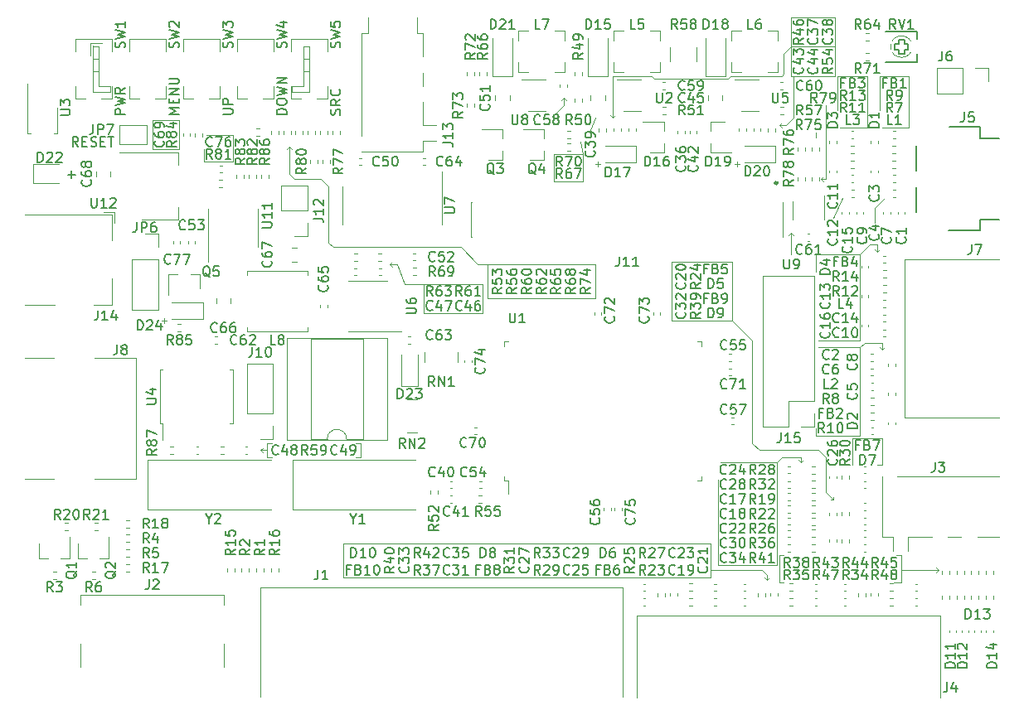
<source format=gto>
%TF.GenerationSoftware,KiCad,Pcbnew,(5.1.12)-1*%
%TF.CreationDate,2021-12-05T12:23:55+04:00*%
%TF.ProjectId,RTD2662Board,52544432-3636-4324-926f-6172642e6b69,2*%
%TF.SameCoordinates,Original*%
%TF.FileFunction,Legend,Top*%
%TF.FilePolarity,Positive*%
%FSLAX46Y46*%
G04 Gerber Fmt 4.6, Leading zero omitted, Abs format (unit mm)*
G04 Created by KiCad (PCBNEW (5.1.12)-1) date 2021-12-05 12:23:55*
%MOMM*%
%LPD*%
G01*
G04 APERTURE LIST*
%ADD10C,0.120000*%
%ADD11C,0.150000*%
%ADD12C,0.127000*%
%ADD13C,0.300000*%
%ADD14C,0.100000*%
%ADD15O,3.600000X2.100000*%
%ADD16C,1.800000*%
%ADD17C,2.900000*%
%ADD18O,3.700000X2.100000*%
%ADD19O,2.100000X3.700000*%
%ADD20C,1.900000*%
%ADD21C,1.600000*%
%ADD22O,2.100000X4.100000*%
%ADD23C,1.700000*%
%ADD24C,4.100000*%
%ADD25C,3.600000*%
%ADD26C,1.350000*%
%ADD27C,2.100000*%
%ADD28O,1.300000X1.850000*%
%ADD29O,1.700000X1.700000*%
%ADD30O,1.800000X1.800000*%
%ADD31C,2.300000*%
G04 APERTURE END LIST*
D10*
X132250000Y-118250000D02*
X132250000Y-118500000D01*
X135250000Y-118250000D02*
X132250000Y-118250000D01*
X135250000Y-118500000D02*
X135250000Y-118250000D01*
X135250000Y-121000000D02*
X134750000Y-121000000D01*
X135250000Y-118500000D02*
X135250000Y-121000000D01*
X132250000Y-118500000D02*
X132250000Y-121000000D01*
X120500000Y-90000000D02*
X120500000Y-90500000D01*
X120250000Y-90250000D02*
X120750000Y-90250000D01*
X106250000Y-90000000D02*
X106250000Y-90500000D01*
X106000000Y-90250000D02*
X106500000Y-90250000D01*
X62000000Y-106000000D02*
X62000000Y-106500000D01*
X62250000Y-106250000D02*
X61750000Y-106250000D01*
X134500000Y-94750000D02*
X134500000Y-96250000D01*
X66000000Y-90000000D02*
X66000000Y-88750000D01*
X66250000Y-90000000D02*
X66000000Y-90000000D01*
X69000000Y-90000000D02*
X66250000Y-90000000D01*
X69000000Y-87250000D02*
X69000000Y-90000000D01*
X66250000Y-87250000D02*
X69000000Y-87250000D01*
X60750000Y-88750000D02*
X60750000Y-85750000D01*
X63500000Y-88750000D02*
X60750000Y-88750000D01*
X63500000Y-85750000D02*
X63500000Y-88750000D01*
X60750000Y-85750000D02*
X63500000Y-85750000D01*
X135000000Y-81250000D02*
X135000000Y-84750000D01*
X138000000Y-81250000D02*
X135000000Y-81250000D01*
X138000000Y-81250000D02*
X138000000Y-86500000D01*
X135250000Y-86500000D02*
X138000000Y-86500000D01*
X130750000Y-81250000D02*
X130750000Y-84750000D01*
X133750000Y-81250000D02*
X130750000Y-81250000D01*
X133750000Y-86500000D02*
X133750000Y-81250000D01*
X133500000Y-86500000D02*
X133750000Y-86500000D01*
X131000000Y-86500000D02*
X133500000Y-86500000D01*
X125000000Y-81250000D02*
X125250000Y-81000000D01*
X126000000Y-75250000D02*
X126000000Y-75500000D01*
X130500000Y-75250000D02*
X126000000Y-75250000D01*
X130500000Y-75500000D02*
X130500000Y-75250000D01*
X107750000Y-85500000D02*
X107500000Y-85250000D01*
X107750000Y-85500000D02*
X108000000Y-85250000D01*
X107750000Y-81250000D02*
X107750000Y-85500000D01*
X111750000Y-81250000D02*
X107750000Y-81250000D01*
X112000000Y-81500000D02*
X111750000Y-81250000D01*
X119500000Y-81500000D02*
X112000000Y-81500000D01*
X119750000Y-81250000D02*
X119500000Y-81500000D01*
X125000000Y-81250000D02*
X119750000Y-81250000D01*
X125250000Y-79000000D02*
X125250000Y-81000000D01*
X126000000Y-78250000D02*
X125250000Y-79000000D01*
X125000000Y-86500000D02*
X124750000Y-86250000D01*
X124750000Y-86250000D02*
X125000000Y-86000000D01*
X125500000Y-86250000D02*
X124750000Y-86250000D01*
X126250000Y-85500000D02*
X125500000Y-86250000D01*
X126250000Y-81250000D02*
X126250000Y-85500000D01*
X130500000Y-78250000D02*
X126000000Y-78250000D01*
X126000000Y-81250000D02*
X126000000Y-75500000D01*
X130500000Y-81250000D02*
X126000000Y-81250000D01*
X130500000Y-75500000D02*
X130500000Y-81250000D01*
X128500000Y-87000000D02*
X128500000Y-87500000D01*
X129250000Y-92000000D02*
X129000000Y-91750000D01*
X129000000Y-91750000D02*
X129250000Y-91500000D01*
X129250000Y-91750000D02*
X129000000Y-91750000D01*
X129500000Y-91750000D02*
X129250000Y-91750000D01*
X129500000Y-84250000D02*
X129500000Y-91750000D01*
X126000000Y-97250000D02*
X125750000Y-97500000D01*
X126000000Y-97250000D02*
X126250000Y-97500000D01*
X126000000Y-99500000D02*
X126000000Y-97250000D01*
X135500000Y-93750000D02*
X134500000Y-94750000D01*
X131250000Y-93750000D02*
X130250000Y-95750000D01*
X122750000Y-119500000D02*
X122000000Y-118750000D01*
X128750000Y-119500000D02*
X129500000Y-120250000D01*
X130250000Y-124500000D02*
X130000000Y-124500000D01*
X130250000Y-124500000D02*
X130250000Y-124250000D01*
X129500000Y-123750000D02*
X130250000Y-124500000D01*
X129500000Y-120250000D02*
X129500000Y-123750000D01*
X122750000Y-119500000D02*
X128750000Y-119500000D01*
X122000000Y-108250000D02*
X122000000Y-118750000D01*
X120000000Y-106250000D02*
X122000000Y-108250000D01*
X134750000Y-99250000D02*
X134500000Y-99000000D01*
X134750000Y-99250000D02*
X135000000Y-99000000D01*
X134750000Y-98500000D02*
X134750000Y-99250000D01*
X134000000Y-98500000D02*
X134750000Y-98500000D01*
X133000000Y-99500000D02*
X134000000Y-98500000D01*
X135250000Y-109250000D02*
X135000000Y-109000000D01*
X135250000Y-109250000D02*
X135500000Y-109000000D01*
X135250000Y-108500000D02*
X135250000Y-109250000D01*
X133500000Y-108500000D02*
X135250000Y-108500000D01*
X133000000Y-109000000D02*
X133500000Y-108500000D01*
X113750000Y-106250000D02*
X113750000Y-100250000D01*
X120000000Y-106250000D02*
X113750000Y-106250000D01*
X120000000Y-100250000D02*
X120000000Y-106250000D01*
X113750000Y-100250000D02*
X120000000Y-100250000D01*
X104750000Y-89250000D02*
X104500000Y-88000000D01*
X105500000Y-86750000D02*
X106000000Y-85500000D01*
X102750000Y-83500000D02*
X102500000Y-83750000D01*
X102750000Y-83500000D02*
X103000000Y-83750000D01*
X102750000Y-84250000D02*
X102750000Y-83500000D01*
X102000000Y-85000000D02*
X102750000Y-84250000D01*
X104750000Y-89250000D02*
X101750000Y-89250000D01*
X104750000Y-92000000D02*
X104750000Y-89250000D01*
X101750000Y-92000000D02*
X104750000Y-92000000D01*
X101750000Y-89250000D02*
X101750000Y-92000000D01*
X141000000Y-131750000D02*
X140750000Y-132000000D01*
X141000000Y-131750000D02*
X140750000Y-131500000D01*
X137250000Y-131750000D02*
X141000000Y-131750000D01*
X137250000Y-133000000D02*
X136500000Y-133000000D01*
X137250000Y-130250000D02*
X137250000Y-133000000D01*
X136750000Y-130250000D02*
X137250000Y-130250000D01*
X124750000Y-133000000D02*
X125250000Y-133000000D01*
X124750000Y-130250000D02*
X124750000Y-133000000D01*
X125250000Y-130250000D02*
X124750000Y-130250000D01*
X80250000Y-129000000D02*
X80250000Y-132500000D01*
X82000000Y-118750000D02*
X81500000Y-118750000D01*
X82000000Y-120250000D02*
X81500000Y-120250000D01*
X73000000Y-120250000D02*
X72500000Y-120250000D01*
X73000000Y-118750000D02*
X72500000Y-118750000D01*
X71750000Y-119500000D02*
X72000000Y-119750000D01*
X71750000Y-119500000D02*
X72000000Y-119250000D01*
X71750000Y-119500000D02*
X72500000Y-119500000D01*
X72500000Y-120250000D02*
X72500000Y-118750000D01*
X82000000Y-118750000D02*
X82000000Y-120250000D01*
D11*
X53188214Y-88452380D02*
X52854880Y-87976190D01*
X52616785Y-88452380D02*
X52616785Y-87452380D01*
X52997738Y-87452380D01*
X53092976Y-87500000D01*
X53140595Y-87547619D01*
X53188214Y-87642857D01*
X53188214Y-87785714D01*
X53140595Y-87880952D01*
X53092976Y-87928571D01*
X52997738Y-87976190D01*
X52616785Y-87976190D01*
X53616785Y-87928571D02*
X53950119Y-87928571D01*
X54092976Y-88452380D02*
X53616785Y-88452380D01*
X53616785Y-87452380D01*
X54092976Y-87452380D01*
X54473928Y-88404761D02*
X54616785Y-88452380D01*
X54854880Y-88452380D01*
X54950119Y-88404761D01*
X54997738Y-88357142D01*
X55045357Y-88261904D01*
X55045357Y-88166666D01*
X54997738Y-88071428D01*
X54950119Y-88023809D01*
X54854880Y-87976190D01*
X54664404Y-87928571D01*
X54569166Y-87880952D01*
X54521547Y-87833333D01*
X54473928Y-87738095D01*
X54473928Y-87642857D01*
X54521547Y-87547619D01*
X54569166Y-87500000D01*
X54664404Y-87452380D01*
X54902500Y-87452380D01*
X55045357Y-87500000D01*
X55473928Y-87928571D02*
X55807261Y-87928571D01*
X55950119Y-88452380D02*
X55473928Y-88452380D01*
X55473928Y-87452380D01*
X55950119Y-87452380D01*
X56235833Y-87452380D02*
X56807261Y-87452380D01*
X56521547Y-88452380D02*
X56521547Y-87452380D01*
D10*
X78750000Y-92500000D02*
X78750000Y-92750000D01*
X74750000Y-91250000D02*
X74750000Y-88500000D01*
X127000000Y-120750000D02*
X126750000Y-120500000D01*
X127000000Y-120750000D02*
X127250000Y-120500000D01*
X127000000Y-120250000D02*
X127000000Y-120750000D01*
X125000000Y-120250000D02*
X127000000Y-120250000D01*
X124500000Y-120750000D02*
X125000000Y-120250000D01*
X133000000Y-99500000D02*
X133000000Y-108250000D01*
X133000000Y-109000000D02*
X133000000Y-118000000D01*
X128750000Y-109000000D02*
X133000000Y-109000000D01*
X132750000Y-108250000D02*
X133000000Y-108250000D01*
X128750000Y-108250000D02*
X132750000Y-108250000D01*
X128500000Y-118000000D02*
X128500000Y-117250000D01*
X128500000Y-99500000D02*
X128500000Y-101250000D01*
X133000000Y-99500000D02*
X128500000Y-99500000D01*
X128500000Y-118000000D02*
X133000000Y-118000000D01*
X124500000Y-120750000D02*
X124500000Y-130250000D01*
X118750000Y-120750000D02*
X124500000Y-120750000D01*
X118500000Y-131250000D02*
X118500000Y-122500000D01*
X124500000Y-131250000D02*
X118500000Y-131250000D01*
X124500000Y-130250000D02*
X124500000Y-131250000D01*
X123500000Y-132750000D02*
X123250000Y-132500000D01*
X123500000Y-132750000D02*
X123750000Y-132500000D01*
X123500000Y-132250000D02*
X123500000Y-132750000D01*
X123000000Y-131750000D02*
X123500000Y-132250000D01*
X117750000Y-131750000D02*
X123000000Y-131750000D01*
X117750000Y-129000000D02*
X80250000Y-129000000D01*
X117750000Y-132500000D02*
X117750000Y-129000000D01*
X80250000Y-132500000D02*
X117750000Y-132500000D01*
X92250000Y-98750000D02*
X91750000Y-98750000D01*
X94000000Y-100500000D02*
X92250000Y-98750000D01*
X106000000Y-100500000D02*
X94000000Y-100500000D01*
X106000000Y-104000000D02*
X106000000Y-100500000D01*
X95000000Y-104000000D02*
X106000000Y-104000000D01*
X95000000Y-100500000D02*
X95000000Y-104000000D01*
X74750000Y-88500000D02*
X74500000Y-88750000D01*
X74750000Y-88500000D02*
X75000000Y-88750000D01*
X91500000Y-98750000D02*
X91750000Y-98750000D01*
X90250000Y-98750000D02*
X91500000Y-98750000D01*
X79250000Y-98750000D02*
X90250000Y-98750000D01*
X78750000Y-98250000D02*
X79250000Y-98750000D01*
X78750000Y-97750000D02*
X78750000Y-98250000D01*
X78750000Y-92750000D02*
X78750000Y-97750000D01*
X78000000Y-91750000D02*
X78750000Y-92500000D01*
X75250000Y-91750000D02*
X78000000Y-91750000D01*
X74750000Y-91250000D02*
X75250000Y-91750000D01*
X85000000Y-100500000D02*
X85750000Y-100500000D01*
X86500000Y-102500000D02*
X88500000Y-102500000D01*
X85750000Y-100500000D02*
X86500000Y-102500000D01*
X85000000Y-100500000D02*
X85250000Y-100250000D01*
X85250000Y-100750000D02*
X85000000Y-100500000D01*
X94500000Y-105500000D02*
X88500000Y-105500000D01*
X94500000Y-102500000D02*
X94500000Y-105500000D01*
X88500000Y-102500000D02*
X94500000Y-102500000D01*
X88500000Y-105500000D02*
X88500000Y-102500000D01*
D11*
X79904761Y-85212023D02*
X79952380Y-85069166D01*
X79952380Y-84831071D01*
X79904761Y-84735833D01*
X79857142Y-84688214D01*
X79761904Y-84640595D01*
X79666666Y-84640595D01*
X79571428Y-84688214D01*
X79523809Y-84735833D01*
X79476190Y-84831071D01*
X79428571Y-85021547D01*
X79380952Y-85116785D01*
X79333333Y-85164404D01*
X79238095Y-85212023D01*
X79142857Y-85212023D01*
X79047619Y-85164404D01*
X79000000Y-85116785D01*
X78952380Y-85021547D01*
X78952380Y-84783452D01*
X79000000Y-84640595D01*
X79952380Y-83640595D02*
X79476190Y-83973928D01*
X79952380Y-84212023D02*
X78952380Y-84212023D01*
X78952380Y-83831071D01*
X79000000Y-83735833D01*
X79047619Y-83688214D01*
X79142857Y-83640595D01*
X79285714Y-83640595D01*
X79380952Y-83688214D01*
X79428571Y-83735833D01*
X79476190Y-83831071D01*
X79476190Y-84212023D01*
X79857142Y-82640595D02*
X79904761Y-82688214D01*
X79952380Y-82831071D01*
X79952380Y-82926309D01*
X79904761Y-83069166D01*
X79809523Y-83164404D01*
X79714285Y-83212023D01*
X79523809Y-83259642D01*
X79380952Y-83259642D01*
X79190476Y-83212023D01*
X79095238Y-83164404D01*
X79000000Y-83069166D01*
X78952380Y-82926309D01*
X78952380Y-82831071D01*
X79000000Y-82688214D01*
X79047619Y-82640595D01*
X74452380Y-85164404D02*
X73452380Y-85164404D01*
X73452380Y-84926309D01*
X73500000Y-84783452D01*
X73595238Y-84688214D01*
X73690476Y-84640595D01*
X73880952Y-84592976D01*
X74023809Y-84592976D01*
X74214285Y-84640595D01*
X74309523Y-84688214D01*
X74404761Y-84783452D01*
X74452380Y-84926309D01*
X74452380Y-85164404D01*
X73452380Y-83973928D02*
X73452380Y-83783452D01*
X73500000Y-83688214D01*
X73595238Y-83592976D01*
X73785714Y-83545357D01*
X74119047Y-83545357D01*
X74309523Y-83592976D01*
X74404761Y-83688214D01*
X74452380Y-83783452D01*
X74452380Y-83973928D01*
X74404761Y-84069166D01*
X74309523Y-84164404D01*
X74119047Y-84212023D01*
X73785714Y-84212023D01*
X73595238Y-84164404D01*
X73500000Y-84069166D01*
X73452380Y-83973928D01*
X73452380Y-83212023D02*
X74452380Y-82973928D01*
X73738095Y-82783452D01*
X74452380Y-82592976D01*
X73452380Y-82354880D01*
X74452380Y-81973928D02*
X73452380Y-81973928D01*
X74452380Y-81402500D01*
X73452380Y-81402500D01*
X63452380Y-85164404D02*
X62452380Y-85164404D01*
X63166666Y-84831071D01*
X62452380Y-84497738D01*
X63452380Y-84497738D01*
X62928571Y-84021547D02*
X62928571Y-83688214D01*
X63452380Y-83545357D02*
X63452380Y-84021547D01*
X62452380Y-84021547D01*
X62452380Y-83545357D01*
X63452380Y-83116785D02*
X62452380Y-83116785D01*
X63452380Y-82545357D01*
X62452380Y-82545357D01*
X62452380Y-82069166D02*
X63261904Y-82069166D01*
X63357142Y-82021547D01*
X63404761Y-81973928D01*
X63452380Y-81878690D01*
X63452380Y-81688214D01*
X63404761Y-81592976D01*
X63357142Y-81545357D01*
X63261904Y-81497738D01*
X62452380Y-81497738D01*
X67952380Y-85164404D02*
X68761904Y-85164404D01*
X68857142Y-85116785D01*
X68904761Y-85069166D01*
X68952380Y-84973928D01*
X68952380Y-84783452D01*
X68904761Y-84688214D01*
X68857142Y-84640595D01*
X68761904Y-84592976D01*
X67952380Y-84592976D01*
X68952380Y-84116785D02*
X67952380Y-84116785D01*
X67952380Y-83735833D01*
X68000000Y-83640595D01*
X68047619Y-83592976D01*
X68142857Y-83545357D01*
X68285714Y-83545357D01*
X68380952Y-83592976D01*
X68428571Y-83640595D01*
X68476190Y-83735833D01*
X68476190Y-84116785D01*
X57952380Y-85164404D02*
X56952380Y-85164404D01*
X56952380Y-84783452D01*
X57000000Y-84688214D01*
X57047619Y-84640595D01*
X57142857Y-84592976D01*
X57285714Y-84592976D01*
X57380952Y-84640595D01*
X57428571Y-84688214D01*
X57476190Y-84783452D01*
X57476190Y-85164404D01*
X56952380Y-84259642D02*
X57952380Y-84021547D01*
X57238095Y-83831071D01*
X57952380Y-83640595D01*
X56952380Y-83402500D01*
X57952380Y-82450119D02*
X57476190Y-82783452D01*
X57952380Y-83021547D02*
X56952380Y-83021547D01*
X56952380Y-82640595D01*
X57000000Y-82545357D01*
X57047619Y-82497738D01*
X57142857Y-82450119D01*
X57285714Y-82450119D01*
X57380952Y-82497738D01*
X57428571Y-82545357D01*
X57476190Y-82640595D01*
X57476190Y-83021547D01*
D10*
%TO.C,R87*%
X62582379Y-119880000D02*
X62917621Y-119880000D01*
X62582379Y-119120000D02*
X62917621Y-119120000D01*
%TO.C,SW5*%
X74900000Y-77440000D02*
X78600000Y-77440000D01*
X78600000Y-82250000D02*
X78600000Y-83560000D01*
X78600000Y-83560000D02*
X74900000Y-83560000D01*
X78600000Y-77440000D02*
X78600000Y-78750000D01*
X74900000Y-77440000D02*
X74900000Y-78750000D01*
X74900000Y-82250000D02*
X74900000Y-83560000D01*
%TO.C,SW4*%
X69400000Y-83560000D02*
X69400000Y-82250000D01*
X69400000Y-77440000D02*
X73100000Y-77440000D01*
X73100000Y-83560000D02*
X69400000Y-83560000D01*
X69400000Y-78750000D02*
X69400000Y-77440000D01*
X73100000Y-78750000D02*
X73100000Y-77440000D01*
X73100000Y-83560000D02*
X73100000Y-82250000D01*
%TO.C,SW3*%
X63900000Y-77440000D02*
X67600000Y-77440000D01*
X67600000Y-82250000D02*
X67600000Y-83560000D01*
X67600000Y-83560000D02*
X63900000Y-83560000D01*
X67600000Y-77440000D02*
X67600000Y-78750000D01*
X63900000Y-77440000D02*
X63900000Y-78750000D01*
X63900000Y-82250000D02*
X63900000Y-83560000D01*
%TO.C,SW2*%
X58400000Y-83560000D02*
X58400000Y-82250000D01*
X58400000Y-77440000D02*
X62100000Y-77440000D01*
X62100000Y-83560000D02*
X58400000Y-83560000D01*
X58400000Y-78735000D02*
X58400000Y-77425000D01*
X62100000Y-78750000D02*
X62100000Y-77440000D01*
X62100000Y-83560000D02*
X62100000Y-82250000D01*
%TO.C,SW1*%
X52900000Y-83560000D02*
X52900000Y-82250000D01*
X52900000Y-77440000D02*
X56600000Y-77440000D01*
X56600000Y-83560000D02*
X52900000Y-83560000D01*
X52900000Y-78750000D02*
X52900000Y-77440000D01*
X56600000Y-83560000D02*
X56600000Y-82250000D01*
X56600000Y-78750000D02*
X56600000Y-77440000D01*
%TO.C,JP7*%
X60150000Y-86250000D02*
X60150000Y-88250000D01*
X57350000Y-86250000D02*
X60150000Y-86250000D01*
X57350000Y-88250000D02*
X57350000Y-86250000D01*
X60150000Y-88250000D02*
X57350000Y-88250000D01*
D12*
%TO.C,RV1*%
X137549720Y-77548960D02*
X136950280Y-77548960D01*
X136950280Y-77548960D02*
X136950280Y-77950280D01*
X136950280Y-77950280D02*
X136548960Y-77950280D01*
X136548960Y-77950280D02*
X136548960Y-78549720D01*
X136548960Y-78549720D02*
X136950280Y-78549720D01*
X136950280Y-78549720D02*
X136950280Y-78951040D01*
X136950280Y-78951040D02*
X137549720Y-78951040D01*
X137549720Y-78951040D02*
X137549720Y-78549720D01*
X137549720Y-78549720D02*
X137951040Y-78549720D01*
X137951040Y-78549720D02*
X137951040Y-78049340D01*
X137951040Y-78049340D02*
X137951040Y-77950280D01*
X137951040Y-77950280D02*
X137549720Y-77950280D01*
X137549720Y-77950280D02*
X137549720Y-77548960D01*
X138850000Y-76700000D02*
X135650000Y-76700000D01*
X138850000Y-79800000D02*
X135650000Y-79800000D01*
D10*
X138350000Y-78250000D02*
G75*
G03*
X138350000Y-78250000I-1100000J0D01*
G01*
D12*
X138850000Y-79800000D02*
X138850000Y-79000000D01*
X138850000Y-76700000D02*
X138850000Y-77500000D01*
D10*
%TO.C,D24*%
X65900000Y-106100000D02*
X62750000Y-106100000D01*
X65900000Y-104400000D02*
X62750000Y-104400000D01*
X65900000Y-106100000D02*
X65900000Y-104400000D01*
%TO.C,D17*%
X110150000Y-90100000D02*
X107000000Y-90100000D01*
X110150000Y-88400000D02*
X107000000Y-88400000D01*
X110150000Y-90100000D02*
X110150000Y-88400000D01*
%TO.C,J8*%
X54840000Y-122410000D02*
X59100000Y-122410000D01*
X59100000Y-122410000D02*
X59100000Y-110090000D01*
X59100000Y-110090000D02*
X54840000Y-110090000D01*
X50740000Y-122410000D02*
X47750000Y-122410000D01*
X47750000Y-110090000D02*
X50740000Y-110090000D01*
D12*
%TO.C,J5*%
X145250000Y-95900000D02*
X147250000Y-95900000D01*
X147250000Y-87600000D02*
X145250000Y-87600000D01*
X145250000Y-87600000D02*
X145250000Y-86450000D01*
X145250000Y-86450000D02*
X142150000Y-86450000D01*
X145250000Y-97050000D02*
X145250000Y-95900000D01*
X142050000Y-97050000D02*
X145250000Y-97050000D01*
X138750000Y-88400000D02*
X138750000Y-90950000D01*
X138750000Y-92650000D02*
X138750000Y-95150000D01*
D10*
%TO.C,D22*%
X51250000Y-90290000D02*
X48565000Y-90290000D01*
X48565000Y-90290000D02*
X48565000Y-92210000D01*
X48565000Y-92210000D02*
X51250000Y-92210000D01*
%TO.C,U3*%
X50660000Y-87100000D02*
X51010000Y-87100000D01*
X51010000Y-87100000D02*
X51010000Y-84500000D01*
X48340000Y-87100000D02*
X48000000Y-87100000D01*
X48000000Y-87100000D02*
X48000000Y-82010000D01*
%TO.C,J3*%
X135275000Y-122150000D02*
X135275000Y-128350000D01*
X147250000Y-128350000D02*
X145000000Y-128350000D01*
X143350000Y-128350000D02*
X142000000Y-128350000D01*
X140350000Y-128350000D02*
X137950000Y-128350000D01*
X136400000Y-128350000D02*
X135275000Y-128350000D01*
X136850000Y-122150000D02*
X147250000Y-122150000D01*
X136400000Y-128350000D02*
X136400000Y-129750000D01*
X137950000Y-128350000D02*
X137950000Y-129750000D01*
%TO.C,J7*%
X137600000Y-99950000D02*
X147250000Y-99950000D01*
X137600000Y-116150000D02*
X147250000Y-116150000D01*
X137600000Y-116150000D02*
X137600000Y-99950000D01*
%TO.C,J13*%
X82750000Y-76875000D02*
X82750000Y-75250000D01*
X87750000Y-76875000D02*
X87750000Y-75250000D01*
X82750000Y-76875000D02*
X82150000Y-76875000D01*
X88350000Y-76875000D02*
X87750000Y-76875000D01*
X82150000Y-88975000D02*
X88350000Y-88975000D01*
X88350000Y-76875000D02*
X88350000Y-79250000D01*
X88350000Y-80900000D02*
X88350000Y-82250000D01*
X88350000Y-83900000D02*
X88350000Y-86300000D01*
X88350000Y-87850000D02*
X88350000Y-88975000D01*
X82150000Y-87400000D02*
X82150000Y-76875000D01*
X88350000Y-87850000D02*
X89750000Y-87850000D01*
X88350000Y-86300000D02*
X89750000Y-86300000D01*
%TO.C,J14*%
X56850000Y-96250000D02*
X56850000Y-95200000D01*
X55800000Y-95200000D02*
X56850000Y-95200000D01*
X50750000Y-104600000D02*
X47750000Y-104600000D01*
X56650000Y-101900000D02*
X56650000Y-104600000D01*
X56650000Y-104600000D02*
X54750000Y-104600000D01*
X47750000Y-95400000D02*
X56650000Y-95400000D01*
X56650000Y-95400000D02*
X56650000Y-98000000D01*
%TO.C,J4*%
X110200000Y-144750000D02*
X110200000Y-136390000D01*
X110200000Y-136390000D02*
X141170000Y-136390000D01*
X141170000Y-136390000D02*
X141170000Y-144750000D01*
%TO.C,J1*%
X108750000Y-133500000D02*
X108750000Y-144700000D01*
X71750000Y-133500000D02*
X108750000Y-133500000D01*
X71750000Y-144700000D02*
X71750000Y-133500000D01*
%TO.C,J2*%
X53450000Y-135260000D02*
X53450000Y-134260000D01*
X53450000Y-134260000D02*
X68050000Y-134260000D01*
X68050000Y-134260000D02*
X68050000Y-135260000D01*
X53450000Y-139260000D02*
X53450000Y-141660000D01*
X68050000Y-139260000D02*
X68050000Y-141660000D01*
D13*
%TO.C,J11*%
X124570000Y-92180000D02*
G75*
G03*
X124570000Y-92180000I-100000J0D01*
G01*
D10*
X125155000Y-94165000D02*
X125155000Y-97695000D01*
X93285000Y-94165000D02*
X93285000Y-97695000D01*
X125155000Y-94165000D02*
X125090000Y-94165000D01*
X125155000Y-97695000D02*
X125090000Y-97695000D01*
X93350000Y-94165000D02*
X93285000Y-94165000D01*
X93350000Y-97695000D02*
X93285000Y-97695000D01*
%TO.C,J9*%
X76200000Y-82300000D02*
X75000000Y-82300000D01*
X55300000Y-82300000D02*
X56500000Y-82300000D01*
X56500000Y-82900000D02*
X54700000Y-82900000D01*
X76810000Y-82900000D02*
X75000000Y-82900000D01*
X75000000Y-82300000D02*
X75000000Y-82900000D01*
X56500000Y-82300000D02*
X56500000Y-82900000D01*
X76200000Y-78190000D02*
X76810000Y-78190000D01*
X54690000Y-78190000D02*
X55300000Y-78190000D01*
X54390000Y-77890000D02*
X54390000Y-79140000D01*
X55640000Y-77890000D02*
X54390000Y-77890000D01*
X76810000Y-80800000D02*
X76200000Y-80800000D01*
X76810000Y-79500000D02*
X76200000Y-79500000D01*
X54690000Y-80800000D02*
X55300000Y-80800000D01*
X54690000Y-79500000D02*
X55300000Y-79500000D01*
X76200000Y-82300000D02*
X76200000Y-78190000D01*
X55300000Y-78200000D02*
X55300000Y-82300000D01*
X76810000Y-82900000D02*
X76810000Y-78190000D01*
X54700000Y-78180000D02*
X54700000Y-82900000D01*
%TO.C,U10*%
X80600000Y-118370000D02*
X82250000Y-118370000D01*
X82250000Y-118370000D02*
X82250000Y-108090000D01*
X82250000Y-108090000D02*
X76950000Y-108090000D01*
X76950000Y-108090000D02*
X76950000Y-118370000D01*
X76950000Y-118370000D02*
X78600000Y-118370000D01*
X74460000Y-108030000D02*
X74460000Y-118430000D01*
X84740000Y-118430000D02*
X84740000Y-108030000D01*
X74460000Y-118430000D02*
X84740000Y-118430000D01*
X84740000Y-108030000D02*
X74460000Y-108030000D01*
X78600000Y-118370000D02*
G75*
G02*
X80600000Y-118370000I1000000J0D01*
G01*
%TO.C,C39*%
X106985000Y-83238748D02*
X106985000Y-83761252D01*
X105515000Y-83238748D02*
X105515000Y-83761252D01*
%TO.C,C45*%
X118985000Y-83238748D02*
X118985000Y-83761252D01*
X117515000Y-83238748D02*
X117515000Y-83761252D01*
%TO.C,C51*%
X97235000Y-83238748D02*
X97235000Y-83761252D01*
X95765000Y-83238748D02*
X95765000Y-83761252D01*
%TO.C,R70*%
X103082379Y-86870000D02*
X103417621Y-86870000D01*
X103082379Y-87630000D02*
X103417621Y-87630000D01*
%TO.C,D21*%
X95500000Y-81250000D02*
X97500000Y-81250000D01*
X97500000Y-81250000D02*
X97500000Y-77350000D01*
X95500000Y-81250000D02*
X95500000Y-77350000D01*
%TO.C,D15*%
X105250000Y-81250000D02*
X107250000Y-81250000D01*
X107250000Y-81250000D02*
X107250000Y-77350000D01*
X105250000Y-81250000D02*
X105250000Y-77350000D01*
%TO.C,D18*%
X117250000Y-81250000D02*
X119250000Y-81250000D01*
X119250000Y-81250000D02*
X119250000Y-77350000D01*
X117250000Y-81250000D02*
X117250000Y-77350000D01*
%TO.C,R73*%
X92870000Y-84082379D02*
X92870000Y-84417621D01*
X93630000Y-84082379D02*
X93630000Y-84417621D01*
%TO.C,R51*%
X112832379Y-84370000D02*
X113167621Y-84370000D01*
X112832379Y-85130000D02*
X113167621Y-85130000D01*
%TO.C,R72*%
X92870000Y-80832379D02*
X92870000Y-81167621D01*
X93630000Y-80832379D02*
X93630000Y-81167621D01*
%TO.C,R50*%
X104630000Y-83582379D02*
X104630000Y-83917621D01*
X103870000Y-83582379D02*
X103870000Y-83917621D01*
%TO.C,R49*%
X104630000Y-80832379D02*
X104630000Y-81167621D01*
X103870000Y-80832379D02*
X103870000Y-81167621D01*
%TO.C,R54*%
X124380000Y-86917621D02*
X124380000Y-86582379D01*
X123620000Y-86917621D02*
X123620000Y-86582379D01*
%TO.C,R66*%
X94880000Y-80832379D02*
X94880000Y-81167621D01*
X94120000Y-80832379D02*
X94120000Y-81167621D01*
%TO.C,U8*%
X100900000Y-81640000D02*
X98450000Y-81640000D01*
X99100000Y-84860000D02*
X100900000Y-84860000D01*
%TO.C,L7*%
X102885000Y-76640000D02*
X101860000Y-76640000D01*
X98115000Y-76640000D02*
X99140000Y-76640000D01*
X102885000Y-76640000D02*
X102885000Y-77665000D01*
X98115000Y-76640000D02*
X98115000Y-77665000D01*
X98115000Y-80860000D02*
X98115000Y-79835000D01*
X98115000Y-80860000D02*
X99140000Y-80860000D01*
X102885000Y-80860000D02*
X101860000Y-80860000D01*
X102885000Y-80860000D02*
X102885000Y-79835000D01*
%TO.C,U2*%
X110650000Y-81640000D02*
X108200000Y-81640000D01*
X108850000Y-84860000D02*
X110650000Y-84860000D01*
%TO.C,R46*%
X107130000Y-86917621D02*
X107130000Y-86582379D01*
X106370000Y-86917621D02*
X106370000Y-86582379D01*
%TO.C,D16*%
X113010000Y-89080000D02*
X111550000Y-89080000D01*
X113010000Y-85920000D02*
X110850000Y-85920000D01*
X113010000Y-85920000D02*
X113010000Y-86850000D01*
X113010000Y-89080000D02*
X113010000Y-88150000D01*
%TO.C,C37*%
X110110000Y-86865835D02*
X110110000Y-86634165D01*
X109390000Y-86865835D02*
X109390000Y-86634165D01*
%TO.C,D20*%
X124400000Y-90100000D02*
X121250000Y-90100000D01*
X124400000Y-88400000D02*
X121250000Y-88400000D01*
X124400000Y-90100000D02*
X124400000Y-88400000D01*
%TO.C,D19*%
X117740000Y-85920000D02*
X119200000Y-85920000D01*
X117740000Y-89080000D02*
X119900000Y-89080000D01*
X117740000Y-89080000D02*
X117740000Y-88150000D01*
X117740000Y-85920000D02*
X117740000Y-86850000D01*
%TO.C,C43*%
X121360000Y-86865835D02*
X121360000Y-86634165D01*
X120640000Y-86865835D02*
X120640000Y-86634165D01*
%TO.C,C38*%
X107890000Y-86634165D02*
X107890000Y-86865835D01*
X108610000Y-86634165D02*
X108610000Y-86865835D01*
%TO.C,L5*%
X112635000Y-76640000D02*
X111610000Y-76640000D01*
X107865000Y-76640000D02*
X108890000Y-76640000D01*
X112635000Y-76640000D02*
X112635000Y-77665000D01*
X107865000Y-76640000D02*
X107865000Y-77665000D01*
X107865000Y-80860000D02*
X107865000Y-79835000D01*
X107865000Y-80860000D02*
X108890000Y-80860000D01*
X112635000Y-80860000D02*
X111610000Y-80860000D01*
X112635000Y-80860000D02*
X112635000Y-79835000D01*
%TO.C,C42*%
X116360000Y-87115835D02*
X116360000Y-86884165D01*
X115640000Y-87115835D02*
X115640000Y-86884165D01*
%TO.C,C44*%
X122140000Y-86634165D02*
X122140000Y-86865835D01*
X122860000Y-86634165D02*
X122860000Y-86865835D01*
%TO.C,C36*%
X115110000Y-87115835D02*
X115110000Y-86884165D01*
X114390000Y-87115835D02*
X114390000Y-86884165D01*
%TO.C,Q4*%
X100760000Y-89830000D02*
X100760000Y-88900000D01*
X100760000Y-86670000D02*
X100760000Y-87600000D01*
X100760000Y-86670000D02*
X98600000Y-86670000D01*
X100760000Y-89830000D02*
X99300000Y-89830000D01*
%TO.C,R67*%
X103082379Y-88120000D02*
X103417621Y-88120000D01*
X103082379Y-88880000D02*
X103417621Y-88880000D01*
%TO.C,Q3*%
X96510000Y-89830000D02*
X96510000Y-88900000D01*
X96510000Y-86670000D02*
X96510000Y-87600000D01*
X96510000Y-86670000D02*
X94350000Y-86670000D01*
X96510000Y-89830000D02*
X95050000Y-89830000D01*
%TO.C,C58*%
X103110000Y-82134165D02*
X103110000Y-82365835D01*
X102390000Y-82134165D02*
X102390000Y-82365835D01*
%TO.C,C60*%
X124884165Y-81890000D02*
X125115835Y-81890000D01*
X124884165Y-82610000D02*
X125115835Y-82610000D01*
%TO.C,C59*%
X112884165Y-81890000D02*
X113115835Y-81890000D01*
X112884165Y-82610000D02*
X113115835Y-82610000D01*
%TO.C,U5*%
X120850000Y-84860000D02*
X122650000Y-84860000D01*
X122650000Y-81640000D02*
X120200000Y-81640000D01*
%TO.C,L6*%
X124635000Y-80860000D02*
X124635000Y-79835000D01*
X124635000Y-80860000D02*
X123610000Y-80860000D01*
X119865000Y-80860000D02*
X120890000Y-80860000D01*
X119865000Y-80860000D02*
X119865000Y-79835000D01*
X119865000Y-76640000D02*
X119865000Y-77665000D01*
X124635000Y-76640000D02*
X124635000Y-77665000D01*
X119865000Y-76640000D02*
X120890000Y-76640000D01*
X124635000Y-76640000D02*
X123610000Y-76640000D01*
%TO.C,R57*%
X124832379Y-84370000D02*
X125167621Y-84370000D01*
X124832379Y-85130000D02*
X125167621Y-85130000D01*
%TO.C,R58*%
X113645000Y-79723737D02*
X113645000Y-78276263D01*
X116355000Y-79723737D02*
X116355000Y-78276263D01*
%TO.C,U1*%
X116860000Y-108840000D02*
X116860000Y-108390000D01*
X116860000Y-108390000D02*
X116410000Y-108390000D01*
X116860000Y-122160000D02*
X116860000Y-122610000D01*
X116860000Y-122610000D02*
X116410000Y-122610000D01*
X96640000Y-108840000D02*
X96640000Y-108390000D01*
X96640000Y-108390000D02*
X97090000Y-108390000D01*
X96640000Y-122160000D02*
X96640000Y-122610000D01*
X96640000Y-122610000D02*
X97090000Y-122610000D01*
X97090000Y-122610000D02*
X97090000Y-123925000D01*
%TO.C,C63*%
X86884165Y-108610000D02*
X87115835Y-108610000D01*
X86884165Y-107890000D02*
X87115835Y-107890000D01*
%TO.C,C65*%
X77890000Y-104865835D02*
X77890000Y-104634165D01*
X78610000Y-104865835D02*
X78610000Y-104634165D01*
%TO.C,U7*%
X80190000Y-94500000D02*
X80190000Y-96450000D01*
X80190000Y-94500000D02*
X80190000Y-92550000D01*
X90310000Y-94500000D02*
X90310000Y-96450000D01*
X90310000Y-94500000D02*
X90310000Y-91000000D01*
%TO.C,R68*%
X78630000Y-86832379D02*
X78630000Y-87167621D01*
X77870000Y-86832379D02*
X77870000Y-87167621D01*
%TO.C,R74*%
X79880000Y-86832379D02*
X79880000Y-87167621D01*
X79120000Y-86832379D02*
X79120000Y-87167621D01*
%TO.C,Y2*%
X72900000Y-120450000D02*
X60300000Y-120450000D01*
X60300000Y-120450000D02*
X60300000Y-125550000D01*
X60300000Y-125550000D02*
X72900000Y-125550000D01*
%TO.C,C68*%
X55015000Y-91511252D02*
X55015000Y-90988748D01*
X56485000Y-91511252D02*
X56485000Y-90988748D01*
%TO.C,U4*%
X61815000Y-116760000D02*
X61815000Y-118450000D01*
X61540000Y-116760000D02*
X61815000Y-116760000D01*
X61540000Y-114000000D02*
X61540000Y-116760000D01*
X61540000Y-111240000D02*
X61815000Y-111240000D01*
X61540000Y-114000000D02*
X61540000Y-111240000D01*
X68960000Y-116760000D02*
X68685000Y-116760000D01*
X68960000Y-114000000D02*
X68960000Y-116760000D01*
X68960000Y-111240000D02*
X68685000Y-111240000D01*
X68960000Y-114000000D02*
X68960000Y-111240000D01*
%TO.C,C52*%
X87384165Y-100110000D02*
X87615835Y-100110000D01*
X87384165Y-99390000D02*
X87615835Y-99390000D01*
%TO.C,C62*%
X67134165Y-107890000D02*
X67365835Y-107890000D01*
X67134165Y-108610000D02*
X67365835Y-108610000D01*
%TO.C,J15*%
X128330000Y-117080000D02*
X127000000Y-117080000D01*
X128330000Y-115750000D02*
X128330000Y-117080000D01*
X125730000Y-117080000D02*
X123130000Y-117080000D01*
X125730000Y-114480000D02*
X125730000Y-117080000D01*
X128330000Y-114480000D02*
X125730000Y-114480000D01*
X123130000Y-117080000D02*
X123130000Y-101720000D01*
X128330000Y-114480000D02*
X128330000Y-101720000D01*
X128330000Y-101720000D02*
X123130000Y-101720000D01*
%TO.C,R13*%
X132417621Y-89130000D02*
X132082379Y-89130000D01*
X132417621Y-88370000D02*
X132082379Y-88370000D01*
%TO.C,R11*%
X132082379Y-89870000D02*
X132417621Y-89870000D01*
X132082379Y-90630000D02*
X132417621Y-90630000D01*
%TO.C,L3*%
X132149800Y-91390000D02*
X132350200Y-91390000D01*
X132149800Y-92110000D02*
X132350200Y-92110000D01*
%TO.C,J12*%
X76580000Y-97620000D02*
X75250000Y-97620000D01*
X76580000Y-96290000D02*
X76580000Y-97620000D01*
X76580000Y-95020000D02*
X73920000Y-95020000D01*
X73920000Y-95020000D02*
X73920000Y-92420000D01*
X76580000Y-95020000D02*
X76580000Y-92420000D01*
X76580000Y-92420000D02*
X73920000Y-92420000D01*
%TO.C,J6*%
X140880000Y-80420000D02*
X140880000Y-83080000D01*
X143480000Y-80420000D02*
X140880000Y-80420000D01*
X143480000Y-83080000D02*
X140880000Y-83080000D01*
X143480000Y-80420000D02*
X143480000Y-83080000D01*
X144750000Y-80420000D02*
X146080000Y-80420000D01*
X146080000Y-80420000D02*
X146080000Y-81750000D01*
%TO.C,FB3*%
X132350200Y-87610000D02*
X132149800Y-87610000D01*
X132350200Y-86890000D02*
X132149800Y-86890000D01*
%TO.C,D3*%
X130610000Y-87899800D02*
X130610000Y-88100200D01*
X129890000Y-87899800D02*
X129890000Y-88100200D01*
%TO.C,C64*%
X88615835Y-89640000D02*
X88384165Y-89640000D01*
X88615835Y-90360000D02*
X88384165Y-90360000D01*
%TO.C,C61*%
X127634165Y-97390000D02*
X127865835Y-97390000D01*
X127634165Y-98110000D02*
X127865835Y-98110000D01*
%TO.C,C15*%
X131140000Y-95365835D02*
X131140000Y-95134165D01*
X131860000Y-95365835D02*
X131860000Y-95134165D01*
%TO.C,C12*%
X132365835Y-93610000D02*
X132134165Y-93610000D01*
X132365835Y-92890000D02*
X132134165Y-92890000D01*
%TO.C,C11*%
X129890000Y-91115835D02*
X129890000Y-90884165D01*
X130610000Y-91115835D02*
X130610000Y-90884165D01*
%TO.C,C9*%
X132640000Y-95365835D02*
X132640000Y-95134165D01*
X133360000Y-95365835D02*
X133360000Y-95134165D01*
%TO.C,JP6*%
X58670000Y-99980000D02*
X61330000Y-99980000D01*
X58670000Y-99980000D02*
X58670000Y-105120000D01*
X58670000Y-105120000D02*
X61330000Y-105120000D01*
X61330000Y-99980000D02*
X61330000Y-105120000D01*
X61330000Y-97380000D02*
X61330000Y-98710000D01*
X60000000Y-97380000D02*
X61330000Y-97380000D01*
%TO.C,R79*%
X128120000Y-91917621D02*
X128120000Y-91582379D01*
X128880000Y-91917621D02*
X128880000Y-91582379D01*
%TO.C,R78*%
X126620000Y-91917621D02*
X126620000Y-91582379D01*
X127380000Y-91917621D02*
X127380000Y-91582379D01*
%TO.C,R76*%
X127380000Y-88582379D02*
X127380000Y-88917621D01*
X126620000Y-88582379D02*
X126620000Y-88917621D01*
%TO.C,R75*%
X128880000Y-88582379D02*
X128880000Y-88917621D01*
X128120000Y-88582379D02*
X128120000Y-88917621D01*
%TO.C,U9*%
X126140000Y-94100000D02*
X126140000Y-95900000D01*
X129360000Y-95900000D02*
X129360000Y-93450000D01*
%TO.C,J10*%
X73080000Y-110630000D02*
X70420000Y-110630000D01*
X73080000Y-115770000D02*
X73080000Y-110630000D01*
X70420000Y-115770000D02*
X70420000Y-110630000D01*
X73080000Y-115770000D02*
X70420000Y-115770000D01*
X73080000Y-117040000D02*
X73080000Y-118370000D01*
X73080000Y-118370000D02*
X71750000Y-118370000D01*
%TO.C,C72*%
X105890000Y-105615835D02*
X105890000Y-105384165D01*
X106610000Y-105615835D02*
X106610000Y-105384165D01*
%TO.C,C73*%
X111890000Y-105615835D02*
X111890000Y-105384165D01*
X112610000Y-105615835D02*
X112610000Y-105384165D01*
%TO.C,D2*%
X135890000Y-116850200D02*
X135890000Y-116649800D01*
X136610000Y-116850200D02*
X136610000Y-116649800D01*
%TO.C,C56*%
X107560000Y-125384165D02*
X107560000Y-125615835D01*
X106840000Y-125384165D02*
X106840000Y-125615835D01*
%TO.C,C75*%
X108660000Y-125384165D02*
X108660000Y-125615835D01*
X107940000Y-125384165D02*
X107940000Y-125615835D01*
%TO.C,R18*%
X58082379Y-126620000D02*
X58417621Y-126620000D01*
X58082379Y-127380000D02*
X58417621Y-127380000D01*
%TO.C,R17*%
X58082379Y-131120000D02*
X58417621Y-131120000D01*
X58082379Y-131880000D02*
X58417621Y-131880000D01*
%TO.C,R5*%
X58417621Y-130380000D02*
X58082379Y-130380000D01*
X58417621Y-129620000D02*
X58082379Y-129620000D01*
%TO.C,R4*%
X58417621Y-128880000D02*
X58082379Y-128880000D01*
X58417621Y-128120000D02*
X58082379Y-128120000D01*
%TO.C,R16*%
X73630000Y-131917621D02*
X73630000Y-131582379D01*
X72870000Y-131917621D02*
X72870000Y-131582379D01*
%TO.C,R15*%
X69130000Y-131917621D02*
X69130000Y-131582379D01*
X68370000Y-131917621D02*
X68370000Y-131582379D01*
%TO.C,R2*%
X69870000Y-131582379D02*
X69870000Y-131917621D01*
X70630000Y-131582379D02*
X70630000Y-131917621D01*
%TO.C,R1*%
X71370000Y-131582379D02*
X71370000Y-131917621D01*
X72130000Y-131582379D02*
X72130000Y-131917621D01*
%TO.C,C49*%
X70234165Y-119140000D02*
X70465835Y-119140000D01*
X70234165Y-119860000D02*
X70465835Y-119860000D01*
%TO.C,R48*%
X145130000Y-134332379D02*
X145130000Y-134667621D01*
X144370000Y-134332379D02*
X144370000Y-134667621D01*
%TO.C,R47*%
X143630000Y-134332379D02*
X143630000Y-134667621D01*
X142870000Y-134332379D02*
X142870000Y-134667621D01*
%TO.C,R44*%
X144370000Y-132167621D02*
X144370000Y-131832379D01*
X145130000Y-132167621D02*
X145130000Y-131832379D01*
%TO.C,R43*%
X142870000Y-132167621D02*
X142870000Y-131832379D01*
X143630000Y-132167621D02*
X143630000Y-131832379D01*
%TO.C,R45*%
X145870000Y-132167621D02*
X145870000Y-131832379D01*
X146630000Y-132167621D02*
X146630000Y-131832379D01*
%TO.C,R38*%
X141370000Y-132167621D02*
X141370000Y-131832379D01*
X142130000Y-132167621D02*
X142130000Y-131832379D01*
%TO.C,R35*%
X141370000Y-134667621D02*
X141370000Y-134332379D01*
X142130000Y-134667621D02*
X142130000Y-134332379D01*
%TO.C,R34*%
X145870000Y-134667621D02*
X145870000Y-134332379D01*
X146630000Y-134667621D02*
X146630000Y-134332379D01*
%TO.C,R3*%
X50917621Y-132630000D02*
X50582379Y-132630000D01*
X50917621Y-131870000D02*
X50582379Y-131870000D01*
%TO.C,C57*%
X119884165Y-116140000D02*
X120115835Y-116140000D01*
X119884165Y-116860000D02*
X120115835Y-116860000D01*
%TO.C,C55*%
X119634165Y-109640000D02*
X119865835Y-109640000D01*
X119634165Y-110360000D02*
X119865835Y-110360000D01*
%TO.C,C54*%
X94365835Y-122640000D02*
X94134165Y-122640000D01*
X94365835Y-123360000D02*
X94134165Y-123360000D01*
%TO.C,C74*%
X93360000Y-110284165D02*
X93360000Y-110515835D01*
X92640000Y-110284165D02*
X92640000Y-110515835D01*
%TO.C,C71*%
X119634165Y-111140000D02*
X119865835Y-111140000D01*
X119634165Y-111860000D02*
X119865835Y-111860000D01*
%TO.C,C70*%
X93865835Y-117860000D02*
X93634165Y-117860000D01*
X93865835Y-117140000D02*
X93634165Y-117140000D01*
%TO.C,R71*%
X133917621Y-78870000D02*
X133582379Y-78870000D01*
X133917621Y-79630000D02*
X133582379Y-79630000D01*
%TO.C,R64*%
X133582379Y-77630000D02*
X133917621Y-77630000D01*
X133582379Y-76870000D02*
X133917621Y-76870000D01*
%TO.C,R55*%
X94417621Y-124880000D02*
X94082379Y-124880000D01*
X94417621Y-124120000D02*
X94082379Y-124120000D01*
%TO.C,R52*%
X89120000Y-123917621D02*
X89120000Y-123582379D01*
X89880000Y-123917621D02*
X89880000Y-123582379D01*
%TO.C,R84*%
X65880000Y-87082379D02*
X65880000Y-87417621D01*
X65120000Y-87082379D02*
X65120000Y-87417621D01*
%TO.C,C40*%
X91134165Y-122640000D02*
X91365835Y-122640000D01*
X91134165Y-123360000D02*
X91365835Y-123360000D01*
%TO.C,C69*%
X63890000Y-87365835D02*
X63890000Y-87134165D01*
X64610000Y-87365835D02*
X64610000Y-87134165D01*
%TO.C,C41*%
X91134165Y-124140000D02*
X91365835Y-124140000D01*
X91134165Y-124860000D02*
X91365835Y-124860000D01*
%TO.C,Y1*%
X75050000Y-125550000D02*
X87650000Y-125550000D01*
X75050000Y-120450000D02*
X75050000Y-125550000D01*
X87650000Y-120450000D02*
X75050000Y-120450000D01*
%TO.C,C35*%
X118365835Y-133860000D02*
X118134165Y-133860000D01*
X118365835Y-133140000D02*
X118134165Y-133140000D01*
%TO.C,U6*%
X82750000Y-102190000D02*
X80800000Y-102190000D01*
X82750000Y-102190000D02*
X84700000Y-102190000D01*
X82750000Y-107310000D02*
X80800000Y-107310000D01*
X82750000Y-107310000D02*
X86200000Y-107310000D01*
%TO.C,D14*%
X146610000Y-138100200D02*
X146610000Y-137899800D01*
X145890000Y-138100200D02*
X145890000Y-137899800D01*
%TO.C,D13*%
X145360000Y-138100200D02*
X145360000Y-137899800D01*
X144640000Y-138100200D02*
X144640000Y-137899800D01*
%TO.C,D12*%
X144110000Y-138100200D02*
X144110000Y-137899800D01*
X143390000Y-138100200D02*
X143390000Y-137899800D01*
%TO.C,D11*%
X142860000Y-138100200D02*
X142860000Y-137899800D01*
X142140000Y-138100200D02*
X142140000Y-137899800D01*
%TO.C,D10*%
X110899800Y-133860000D02*
X111100200Y-133860000D01*
X110899800Y-133140000D02*
X111100200Y-133140000D01*
%TO.C,D1*%
X134140000Y-87899800D02*
X134140000Y-88100200D01*
X134860000Y-87899800D02*
X134860000Y-88100200D01*
%TO.C,D8*%
X121149800Y-133860000D02*
X121350200Y-133860000D01*
X121149800Y-133140000D02*
X121350200Y-133140000D01*
%TO.C,D5*%
X133600200Y-126390000D02*
X133399800Y-126390000D01*
X133600200Y-127110000D02*
X133399800Y-127110000D01*
%TO.C,D6*%
X131399800Y-133860000D02*
X131600200Y-133860000D01*
X131399800Y-133140000D02*
X131600200Y-133140000D01*
%TO.C,D9*%
X133600200Y-129140000D02*
X133399800Y-129140000D01*
X133600200Y-129860000D02*
X133399800Y-129860000D01*
%TO.C,D4*%
X133140000Y-100649800D02*
X133140000Y-100850200D01*
X133860000Y-100649800D02*
X133860000Y-100850200D01*
%TO.C,D7*%
X133600200Y-122640000D02*
X133399800Y-122640000D01*
X133600200Y-123360000D02*
X133399800Y-123360000D01*
%TO.C,U12*%
X57400000Y-89090000D02*
X63410000Y-89090000D01*
X59650000Y-95910000D02*
X63410000Y-95910000D01*
X63410000Y-89090000D02*
X63410000Y-90350000D01*
X63410000Y-95910000D02*
X63410000Y-94650000D01*
%TO.C,R85*%
X63332379Y-106620000D02*
X63667621Y-106620000D01*
X63332379Y-107380000D02*
X63667621Y-107380000D01*
%TO.C,Q5*%
X65580000Y-101490000D02*
X65580000Y-102950000D01*
X62420000Y-101490000D02*
X62420000Y-103650000D01*
X62420000Y-101490000D02*
X63350000Y-101490000D01*
X65580000Y-101490000D02*
X64650000Y-101490000D01*
%TO.C,C66*%
X67265000Y-103988748D02*
X67265000Y-104511252D01*
X68735000Y-103988748D02*
X68735000Y-104511252D01*
%TO.C,C67*%
X75511252Y-98765000D02*
X74988748Y-98765000D01*
X75511252Y-100235000D02*
X74988748Y-100235000D01*
%TO.C,RN2*%
X86750000Y-114320000D02*
X87750000Y-114320000D01*
X86750000Y-117680000D02*
X87750000Y-117680000D01*
%TO.C,RN1*%
X91930000Y-109500000D02*
X91930000Y-110500000D01*
X88570000Y-109500000D02*
X88570000Y-110500000D01*
%TO.C,U11*%
X66440000Y-96750000D02*
X66440000Y-100200000D01*
X66440000Y-96750000D02*
X66440000Y-94800000D01*
X71560000Y-96750000D02*
X71560000Y-98700000D01*
X71560000Y-96750000D02*
X71560000Y-94800000D01*
%TO.C,R37*%
X115917621Y-135380000D02*
X115582379Y-135380000D01*
X115917621Y-134620000D02*
X115582379Y-134620000D01*
%TO.C,R40*%
X112370000Y-134417621D02*
X112370000Y-134082379D01*
X113130000Y-134417621D02*
X113130000Y-134082379D01*
%TO.C,R9*%
X136667621Y-89130000D02*
X136332379Y-89130000D01*
X136667621Y-88370000D02*
X136332379Y-88370000D01*
%TO.C,R42*%
X115917621Y-133880000D02*
X115582379Y-133880000D01*
X115917621Y-133120000D02*
X115582379Y-133120000D01*
%TO.C,R7*%
X136332379Y-89870000D02*
X136667621Y-89870000D01*
X136332379Y-90630000D02*
X136667621Y-90630000D01*
%TO.C,R29*%
X126167621Y-135380000D02*
X125832379Y-135380000D01*
X126167621Y-134620000D02*
X125832379Y-134620000D01*
%TO.C,R31*%
X122620000Y-134417621D02*
X122620000Y-134082379D01*
X123380000Y-134417621D02*
X123380000Y-134082379D01*
%TO.C,R33*%
X126167621Y-133880000D02*
X125832379Y-133880000D01*
X126167621Y-133120000D02*
X125832379Y-133120000D01*
%TO.C,R26*%
X128082379Y-126370000D02*
X128417621Y-126370000D01*
X128082379Y-127130000D02*
X128417621Y-127130000D01*
%TO.C,R23*%
X136417621Y-135380000D02*
X136082379Y-135380000D01*
X136417621Y-134620000D02*
X136082379Y-134620000D01*
%TO.C,R24*%
X131880000Y-125832379D02*
X131880000Y-126167621D01*
X131120000Y-125832379D02*
X131120000Y-126167621D01*
%TO.C,R25*%
X132870000Y-134417621D02*
X132870000Y-134082379D01*
X133630000Y-134417621D02*
X133630000Y-134082379D01*
%TO.C,R22*%
X128082379Y-125120000D02*
X128417621Y-125120000D01*
X128082379Y-125880000D02*
X128417621Y-125880000D01*
%TO.C,R27*%
X136417621Y-133880000D02*
X136082379Y-133880000D01*
X136417621Y-133120000D02*
X136082379Y-133120000D01*
%TO.C,R21*%
X54832379Y-126870000D02*
X55167621Y-126870000D01*
X54832379Y-127630000D02*
X55167621Y-127630000D01*
%TO.C,R19*%
X128082379Y-123870000D02*
X128417621Y-123870000D01*
X128082379Y-124630000D02*
X128417621Y-124630000D01*
%TO.C,R20*%
X51832379Y-126870000D02*
X52167621Y-126870000D01*
X51832379Y-127630000D02*
X52167621Y-127630000D01*
%TO.C,R41*%
X128082379Y-129120000D02*
X128417621Y-129120000D01*
X128082379Y-129880000D02*
X128417621Y-129880000D01*
%TO.C,R39*%
X131880000Y-128582379D02*
X131880000Y-128917621D01*
X131120000Y-128582379D02*
X131120000Y-128917621D01*
%TO.C,R36*%
X128082379Y-127620000D02*
X128417621Y-127620000D01*
X128082379Y-128380000D02*
X128417621Y-128380000D01*
%TO.C,R32*%
X128082379Y-122620000D02*
X128417621Y-122620000D01*
X128082379Y-123380000D02*
X128417621Y-123380000D01*
%TO.C,R14*%
X135667621Y-101880000D02*
X135332379Y-101880000D01*
X135667621Y-101120000D02*
X135332379Y-101120000D01*
%TO.C,R30*%
X131120000Y-122082379D02*
X131120000Y-122417621D01*
X131880000Y-122082379D02*
X131880000Y-122417621D01*
%TO.C,R12*%
X135332379Y-102620000D02*
X135667621Y-102620000D01*
X135332379Y-103380000D02*
X135667621Y-103380000D01*
%TO.C,R28*%
X128082379Y-121120000D02*
X128417621Y-121120000D01*
X128082379Y-121880000D02*
X128417621Y-121880000D01*
%TO.C,R10*%
X134082379Y-115620000D02*
X134417621Y-115620000D01*
X134082379Y-116380000D02*
X134417621Y-116380000D01*
%TO.C,R8*%
X134417621Y-114880000D02*
X134082379Y-114880000D01*
X134417621Y-114120000D02*
X134082379Y-114120000D01*
%TO.C,R6*%
X54917621Y-132630000D02*
X54582379Y-132630000D01*
X54917621Y-131870000D02*
X54582379Y-131870000D01*
%TO.C,R86*%
X72630000Y-91667621D02*
X72630000Y-91332379D01*
X71870000Y-91667621D02*
X71870000Y-91332379D01*
%TO.C,R83*%
X70130000Y-91667621D02*
X70130000Y-91332379D01*
X69370000Y-91667621D02*
X69370000Y-91332379D01*
%TO.C,R82*%
X70620000Y-91332379D02*
X70620000Y-91667621D01*
X71380000Y-91332379D02*
X71380000Y-91667621D01*
%TO.C,R81*%
X67917621Y-91870000D02*
X67582379Y-91870000D01*
X67917621Y-92630000D02*
X67582379Y-92630000D01*
%TO.C,R53*%
X71332379Y-86620000D02*
X71667621Y-86620000D01*
X71332379Y-87380000D02*
X71667621Y-87380000D01*
%TO.C,R69*%
X87332379Y-101630000D02*
X87667621Y-101630000D01*
X87332379Y-100870000D02*
X87667621Y-100870000D01*
%TO.C,R80*%
X77630000Y-89832379D02*
X77630000Y-90167621D01*
X76870000Y-89832379D02*
X76870000Y-90167621D01*
%TO.C,R65*%
X76620000Y-87167621D02*
X76620000Y-86832379D01*
X77380000Y-87167621D02*
X77380000Y-86832379D01*
%TO.C,R59*%
X68017621Y-119880000D02*
X67682379Y-119880000D01*
X68017621Y-119120000D02*
X67682379Y-119120000D01*
%TO.C,R77*%
X78120000Y-89832379D02*
X78120000Y-90167621D01*
X78880000Y-89832379D02*
X78880000Y-90167621D01*
%TO.C,R62*%
X75370000Y-87167621D02*
X75370000Y-86832379D01*
X76130000Y-87167621D02*
X76130000Y-86832379D01*
%TO.C,R63*%
X81332379Y-100130000D02*
X81667621Y-100130000D01*
X81332379Y-99370000D02*
X81667621Y-99370000D01*
%TO.C,R60*%
X74120000Y-87167621D02*
X74120000Y-86832379D01*
X74880000Y-87167621D02*
X74880000Y-86832379D01*
%TO.C,R61*%
X84167621Y-99370000D02*
X83832379Y-99370000D01*
X84167621Y-100130000D02*
X83832379Y-100130000D01*
%TO.C,R56*%
X72870000Y-87167621D02*
X72870000Y-86832379D01*
X73630000Y-87167621D02*
X73630000Y-86832379D01*
%TO.C,Q2*%
X53170000Y-130510000D02*
X54100000Y-130510000D01*
X56330000Y-130510000D02*
X55400000Y-130510000D01*
X56330000Y-130510000D02*
X56330000Y-128350000D01*
X53170000Y-130510000D02*
X53170000Y-129050000D01*
%TO.C,Q1*%
X49170000Y-130510000D02*
X50100000Y-130510000D01*
X52330000Y-130510000D02*
X51400000Y-130510000D01*
X52330000Y-130510000D02*
X52330000Y-128350000D01*
X49170000Y-130510000D02*
X49170000Y-129050000D01*
%TO.C,L1*%
X136399800Y-91390000D02*
X136600200Y-91390000D01*
X136399800Y-92110000D02*
X136600200Y-92110000D01*
%TO.C,L4*%
X135399800Y-104140000D02*
X135600200Y-104140000D01*
X135399800Y-104860000D02*
X135600200Y-104860000D01*
%TO.C,L2*%
X134350200Y-113360000D02*
X134149800Y-113360000D01*
X134350200Y-112640000D02*
X134149800Y-112640000D01*
%TO.C,L8*%
X70400000Y-101150000D02*
X70400000Y-101600000D01*
X70400000Y-107350000D02*
X70400000Y-106900000D01*
X76600000Y-107350000D02*
X76600000Y-106900000D01*
X76600000Y-107350000D02*
X70400000Y-107350000D01*
X76600000Y-101150000D02*
X76600000Y-101600000D01*
X70400000Y-101150000D02*
X76600000Y-101150000D01*
%TO.C,FB10*%
X111100200Y-135360000D02*
X110899800Y-135360000D01*
X111100200Y-134640000D02*
X110899800Y-134640000D01*
%TO.C,FB1*%
X136600200Y-87610000D02*
X136399800Y-87610000D01*
X136600200Y-86890000D02*
X136399800Y-86890000D01*
%TO.C,FB8*%
X121350200Y-135360000D02*
X121149800Y-135360000D01*
X121350200Y-134640000D02*
X121149800Y-134640000D01*
%TO.C,FB6*%
X131600200Y-135360000D02*
X131399800Y-135360000D01*
X131600200Y-134640000D02*
X131399800Y-134640000D01*
%TO.C,FB5*%
X133399800Y-124890000D02*
X133600200Y-124890000D01*
X133399800Y-125610000D02*
X133600200Y-125610000D01*
%TO.C,FB9*%
X133399800Y-127640000D02*
X133600200Y-127640000D01*
X133399800Y-128360000D02*
X133600200Y-128360000D01*
%TO.C,FB4*%
X135600200Y-100360000D02*
X135399800Y-100360000D01*
X135600200Y-99640000D02*
X135399800Y-99640000D01*
%TO.C,FB7*%
X133399800Y-121140000D02*
X133600200Y-121140000D01*
X133399800Y-121860000D02*
X133600200Y-121860000D01*
%TO.C,FB2*%
X134149800Y-117140000D02*
X134350200Y-117140000D01*
X134149800Y-117860000D02*
X134350200Y-117860000D01*
%TO.C,D23*%
X86150000Y-112900000D02*
X87850000Y-112900000D01*
X87850000Y-112900000D02*
X87850000Y-109750000D01*
X86150000Y-112900000D02*
X86150000Y-109750000D01*
%TO.C,C31*%
X118365835Y-135360000D02*
X118134165Y-135360000D01*
X118365835Y-134640000D02*
X118134165Y-134640000D01*
%TO.C,C7*%
X135390000Y-95365835D02*
X135390000Y-95134165D01*
X136110000Y-95365835D02*
X136110000Y-95134165D01*
%TO.C,C33*%
X114360000Y-134134165D02*
X114360000Y-134365835D01*
X113640000Y-134134165D02*
X113640000Y-134365835D01*
%TO.C,C4*%
X136615835Y-93610000D02*
X136384165Y-93610000D01*
X136615835Y-92890000D02*
X136384165Y-92890000D01*
%TO.C,C3*%
X134140000Y-91115835D02*
X134140000Y-90884165D01*
X134860000Y-91115835D02*
X134860000Y-90884165D01*
%TO.C,C1*%
X137610000Y-95365835D02*
X137610000Y-95134165D01*
X136890000Y-95365835D02*
X136890000Y-95134165D01*
%TO.C,C25*%
X128615835Y-135360000D02*
X128384165Y-135360000D01*
X128615835Y-134640000D02*
X128384165Y-134640000D01*
%TO.C,C27*%
X124610000Y-134134165D02*
X124610000Y-134365835D01*
X123890000Y-134134165D02*
X123890000Y-134365835D01*
%TO.C,C29*%
X128615835Y-133860000D02*
X128384165Y-133860000D01*
X128615835Y-133140000D02*
X128384165Y-133140000D01*
%TO.C,C22*%
X125634165Y-126390000D02*
X125865835Y-126390000D01*
X125634165Y-127110000D02*
X125865835Y-127110000D01*
%TO.C,C19*%
X138865835Y-135360000D02*
X138634165Y-135360000D01*
X138865835Y-134640000D02*
X138634165Y-134640000D01*
%TO.C,C20*%
X130610000Y-125884165D02*
X130610000Y-126115835D01*
X129890000Y-125884165D02*
X129890000Y-126115835D01*
%TO.C,C21*%
X134860000Y-134134165D02*
X134860000Y-134365835D01*
X134140000Y-134134165D02*
X134140000Y-134365835D01*
%TO.C,C18*%
X125634165Y-125140000D02*
X125865835Y-125140000D01*
X125634165Y-125860000D02*
X125865835Y-125860000D01*
%TO.C,C23*%
X138865835Y-133860000D02*
X138634165Y-133860000D01*
X138865835Y-133140000D02*
X138634165Y-133140000D01*
%TO.C,C17*%
X125634165Y-123890000D02*
X125865835Y-123890000D01*
X125634165Y-124610000D02*
X125865835Y-124610000D01*
%TO.C,C34*%
X125634165Y-129140000D02*
X125865835Y-129140000D01*
X125634165Y-129860000D02*
X125865835Y-129860000D01*
%TO.C,C32*%
X130610000Y-128634165D02*
X130610000Y-128865835D01*
X129890000Y-128634165D02*
X129890000Y-128865835D01*
%TO.C,C30*%
X125634165Y-127640000D02*
X125865835Y-127640000D01*
X125634165Y-128360000D02*
X125865835Y-128360000D01*
%TO.C,C16*%
X133140000Y-106865835D02*
X133140000Y-106634165D01*
X133860000Y-106865835D02*
X133860000Y-106634165D01*
%TO.C,C28*%
X125634165Y-122640000D02*
X125865835Y-122640000D01*
X125634165Y-123360000D02*
X125865835Y-123360000D01*
%TO.C,C14*%
X135615835Y-106360000D02*
X135384165Y-106360000D01*
X135615835Y-105640000D02*
X135384165Y-105640000D01*
%TO.C,C13*%
X133860000Y-103634165D02*
X133860000Y-103865835D01*
X133140000Y-103634165D02*
X133140000Y-103865835D01*
%TO.C,C26*%
X129890000Y-122134165D02*
X129890000Y-122365835D01*
X130610000Y-122134165D02*
X130610000Y-122365835D01*
%TO.C,C10*%
X135384165Y-107140000D02*
X135615835Y-107140000D01*
X135384165Y-107860000D02*
X135615835Y-107860000D01*
%TO.C,C24*%
X125634165Y-121140000D02*
X125865835Y-121140000D01*
X125634165Y-121860000D02*
X125865835Y-121860000D01*
%TO.C,C8*%
X136610000Y-110634165D02*
X136610000Y-110865835D01*
X135890000Y-110634165D02*
X135890000Y-110865835D01*
%TO.C,C6*%
X134134165Y-111140000D02*
X134365835Y-111140000D01*
X134134165Y-111860000D02*
X134365835Y-111860000D01*
%TO.C,C5*%
X136610000Y-113634165D02*
X136610000Y-113865835D01*
X135890000Y-113634165D02*
X135890000Y-113865835D01*
%TO.C,C2*%
X134365835Y-110360000D02*
X134134165Y-110360000D01*
X134365835Y-109640000D02*
X134134165Y-109640000D01*
%TO.C,C77*%
X62890000Y-98134165D02*
X62890000Y-98365835D01*
X63610000Y-98134165D02*
X63610000Y-98365835D01*
%TO.C,C76*%
X67865835Y-90390000D02*
X67634165Y-90390000D01*
X67865835Y-91110000D02*
X67634165Y-91110000D01*
%TO.C,C53*%
X64390000Y-98134165D02*
X64390000Y-98365835D01*
X65110000Y-98134165D02*
X65110000Y-98365835D01*
%TO.C,C48*%
X65465835Y-119860000D02*
X65234165Y-119860000D01*
X65465835Y-119140000D02*
X65234165Y-119140000D01*
%TO.C,C50*%
X82115835Y-89640000D02*
X81884165Y-89640000D01*
X82115835Y-90360000D02*
X81884165Y-90360000D01*
%TO.C,C47*%
X81615835Y-100890000D02*
X81384165Y-100890000D01*
X81615835Y-101610000D02*
X81384165Y-101610000D01*
%TO.C,C46*%
X83884165Y-101610000D02*
X84115835Y-101610000D01*
X83884165Y-100890000D02*
X84115835Y-100890000D01*
%TO.C,R87*%
D11*
X61202380Y-119392857D02*
X60726190Y-119726190D01*
X61202380Y-119964285D02*
X60202380Y-119964285D01*
X60202380Y-119583333D01*
X60250000Y-119488095D01*
X60297619Y-119440476D01*
X60392857Y-119392857D01*
X60535714Y-119392857D01*
X60630952Y-119440476D01*
X60678571Y-119488095D01*
X60726190Y-119583333D01*
X60726190Y-119964285D01*
X60630952Y-118821428D02*
X60583333Y-118916666D01*
X60535714Y-118964285D01*
X60440476Y-119011904D01*
X60392857Y-119011904D01*
X60297619Y-118964285D01*
X60250000Y-118916666D01*
X60202380Y-118821428D01*
X60202380Y-118630952D01*
X60250000Y-118535714D01*
X60297619Y-118488095D01*
X60392857Y-118440476D01*
X60440476Y-118440476D01*
X60535714Y-118488095D01*
X60583333Y-118535714D01*
X60630952Y-118630952D01*
X60630952Y-118821428D01*
X60678571Y-118916666D01*
X60726190Y-118964285D01*
X60821428Y-119011904D01*
X61011904Y-119011904D01*
X61107142Y-118964285D01*
X61154761Y-118916666D01*
X61202380Y-118821428D01*
X61202380Y-118630952D01*
X61154761Y-118535714D01*
X61107142Y-118488095D01*
X61011904Y-118440476D01*
X60821428Y-118440476D01*
X60726190Y-118488095D01*
X60678571Y-118535714D01*
X60630952Y-118630952D01*
X60202380Y-118107142D02*
X60202380Y-117440476D01*
X61202380Y-117869047D01*
%TO.C,SW5*%
X79904761Y-78333333D02*
X79952380Y-78190476D01*
X79952380Y-77952380D01*
X79904761Y-77857142D01*
X79857142Y-77809523D01*
X79761904Y-77761904D01*
X79666666Y-77761904D01*
X79571428Y-77809523D01*
X79523809Y-77857142D01*
X79476190Y-77952380D01*
X79428571Y-78142857D01*
X79380952Y-78238095D01*
X79333333Y-78285714D01*
X79238095Y-78333333D01*
X79142857Y-78333333D01*
X79047619Y-78285714D01*
X79000000Y-78238095D01*
X78952380Y-78142857D01*
X78952380Y-77904761D01*
X79000000Y-77761904D01*
X78952380Y-77428571D02*
X79952380Y-77190476D01*
X79238095Y-77000000D01*
X79952380Y-76809523D01*
X78952380Y-76571428D01*
X78952380Y-75714285D02*
X78952380Y-76190476D01*
X79428571Y-76238095D01*
X79380952Y-76190476D01*
X79333333Y-76095238D01*
X79333333Y-75857142D01*
X79380952Y-75761904D01*
X79428571Y-75714285D01*
X79523809Y-75666666D01*
X79761904Y-75666666D01*
X79857142Y-75714285D01*
X79904761Y-75761904D01*
X79952380Y-75857142D01*
X79952380Y-76095238D01*
X79904761Y-76190476D01*
X79857142Y-76238095D01*
%TO.C,SW4*%
X74404761Y-78333333D02*
X74452380Y-78190476D01*
X74452380Y-77952380D01*
X74404761Y-77857142D01*
X74357142Y-77809523D01*
X74261904Y-77761904D01*
X74166666Y-77761904D01*
X74071428Y-77809523D01*
X74023809Y-77857142D01*
X73976190Y-77952380D01*
X73928571Y-78142857D01*
X73880952Y-78238095D01*
X73833333Y-78285714D01*
X73738095Y-78333333D01*
X73642857Y-78333333D01*
X73547619Y-78285714D01*
X73500000Y-78238095D01*
X73452380Y-78142857D01*
X73452380Y-77904761D01*
X73500000Y-77761904D01*
X73452380Y-77428571D02*
X74452380Y-77190476D01*
X73738095Y-77000000D01*
X74452380Y-76809523D01*
X73452380Y-76571428D01*
X73785714Y-75761904D02*
X74452380Y-75761904D01*
X73404761Y-76000000D02*
X74119047Y-76238095D01*
X74119047Y-75619047D01*
%TO.C,SW3*%
X68904761Y-78333333D02*
X68952380Y-78190476D01*
X68952380Y-77952380D01*
X68904761Y-77857142D01*
X68857142Y-77809523D01*
X68761904Y-77761904D01*
X68666666Y-77761904D01*
X68571428Y-77809523D01*
X68523809Y-77857142D01*
X68476190Y-77952380D01*
X68428571Y-78142857D01*
X68380952Y-78238095D01*
X68333333Y-78285714D01*
X68238095Y-78333333D01*
X68142857Y-78333333D01*
X68047619Y-78285714D01*
X68000000Y-78238095D01*
X67952380Y-78142857D01*
X67952380Y-77904761D01*
X68000000Y-77761904D01*
X67952380Y-77428571D02*
X68952380Y-77190476D01*
X68238095Y-77000000D01*
X68952380Y-76809523D01*
X67952380Y-76571428D01*
X67952380Y-76285714D02*
X67952380Y-75666666D01*
X68333333Y-76000000D01*
X68333333Y-75857142D01*
X68380952Y-75761904D01*
X68428571Y-75714285D01*
X68523809Y-75666666D01*
X68761904Y-75666666D01*
X68857142Y-75714285D01*
X68904761Y-75761904D01*
X68952380Y-75857142D01*
X68952380Y-76142857D01*
X68904761Y-76238095D01*
X68857142Y-76285714D01*
%TO.C,SW2*%
X63404761Y-78333333D02*
X63452380Y-78190476D01*
X63452380Y-77952380D01*
X63404761Y-77857142D01*
X63357142Y-77809523D01*
X63261904Y-77761904D01*
X63166666Y-77761904D01*
X63071428Y-77809523D01*
X63023809Y-77857142D01*
X62976190Y-77952380D01*
X62928571Y-78142857D01*
X62880952Y-78238095D01*
X62833333Y-78285714D01*
X62738095Y-78333333D01*
X62642857Y-78333333D01*
X62547619Y-78285714D01*
X62500000Y-78238095D01*
X62452380Y-78142857D01*
X62452380Y-77904761D01*
X62500000Y-77761904D01*
X62452380Y-77428571D02*
X63452380Y-77190476D01*
X62738095Y-77000000D01*
X63452380Y-76809523D01*
X62452380Y-76571428D01*
X62547619Y-76238095D02*
X62500000Y-76190476D01*
X62452380Y-76095238D01*
X62452380Y-75857142D01*
X62500000Y-75761904D01*
X62547619Y-75714285D01*
X62642857Y-75666666D01*
X62738095Y-75666666D01*
X62880952Y-75714285D01*
X63452380Y-76285714D01*
X63452380Y-75666666D01*
%TO.C,SW1*%
X57904761Y-78333333D02*
X57952380Y-78190476D01*
X57952380Y-77952380D01*
X57904761Y-77857142D01*
X57857142Y-77809523D01*
X57761904Y-77761904D01*
X57666666Y-77761904D01*
X57571428Y-77809523D01*
X57523809Y-77857142D01*
X57476190Y-77952380D01*
X57428571Y-78142857D01*
X57380952Y-78238095D01*
X57333333Y-78285714D01*
X57238095Y-78333333D01*
X57142857Y-78333333D01*
X57047619Y-78285714D01*
X57000000Y-78238095D01*
X56952380Y-78142857D01*
X56952380Y-77904761D01*
X57000000Y-77761904D01*
X56952380Y-77428571D02*
X57952380Y-77190476D01*
X57238095Y-77000000D01*
X57952380Y-76809523D01*
X56952380Y-76571428D01*
X57952380Y-75666666D02*
X57952380Y-76238095D01*
X57952380Y-75952380D02*
X56952380Y-75952380D01*
X57095238Y-76047619D01*
X57190476Y-76142857D01*
X57238095Y-76238095D01*
%TO.C,JP7*%
X54712023Y-86202380D02*
X54712023Y-86916666D01*
X54664404Y-87059523D01*
X54569166Y-87154761D01*
X54426309Y-87202380D01*
X54331071Y-87202380D01*
X55188214Y-87202380D02*
X55188214Y-86202380D01*
X55569166Y-86202380D01*
X55664404Y-86250000D01*
X55712023Y-86297619D01*
X55759642Y-86392857D01*
X55759642Y-86535714D01*
X55712023Y-86630952D01*
X55664404Y-86678571D01*
X55569166Y-86726190D01*
X55188214Y-86726190D01*
X56092976Y-86202380D02*
X56759642Y-86202380D01*
X56331071Y-87202380D01*
%TO.C,RV1*%
X136654761Y-76452380D02*
X136321428Y-75976190D01*
X136083333Y-76452380D02*
X136083333Y-75452380D01*
X136464285Y-75452380D01*
X136559523Y-75500000D01*
X136607142Y-75547619D01*
X136654761Y-75642857D01*
X136654761Y-75785714D01*
X136607142Y-75880952D01*
X136559523Y-75928571D01*
X136464285Y-75976190D01*
X136083333Y-75976190D01*
X136940476Y-75452380D02*
X137273809Y-76452380D01*
X137607142Y-75452380D01*
X138464285Y-76452380D02*
X137892857Y-76452380D01*
X138178571Y-76452380D02*
X138178571Y-75452380D01*
X138083333Y-75595238D01*
X137988095Y-75690476D01*
X137892857Y-75738095D01*
%TO.C,D24*%
X59235833Y-107202380D02*
X59235833Y-106202380D01*
X59473928Y-106202380D01*
X59616785Y-106250000D01*
X59712023Y-106345238D01*
X59759642Y-106440476D01*
X59807261Y-106630952D01*
X59807261Y-106773809D01*
X59759642Y-106964285D01*
X59712023Y-107059523D01*
X59616785Y-107154761D01*
X59473928Y-107202380D01*
X59235833Y-107202380D01*
X60188214Y-106297619D02*
X60235833Y-106250000D01*
X60331071Y-106202380D01*
X60569166Y-106202380D01*
X60664404Y-106250000D01*
X60712023Y-106297619D01*
X60759642Y-106392857D01*
X60759642Y-106488095D01*
X60712023Y-106630952D01*
X60140595Y-107202380D01*
X60759642Y-107202380D01*
X61616785Y-106535714D02*
X61616785Y-107202380D01*
X61378690Y-106154761D02*
X61140595Y-106869047D01*
X61759642Y-106869047D01*
%TO.C,D17*%
X107035714Y-91552380D02*
X107035714Y-90552380D01*
X107273809Y-90552380D01*
X107416666Y-90600000D01*
X107511904Y-90695238D01*
X107559523Y-90790476D01*
X107607142Y-90980952D01*
X107607142Y-91123809D01*
X107559523Y-91314285D01*
X107511904Y-91409523D01*
X107416666Y-91504761D01*
X107273809Y-91552380D01*
X107035714Y-91552380D01*
X108559523Y-91552380D02*
X107988095Y-91552380D01*
X108273809Y-91552380D02*
X108273809Y-90552380D01*
X108178571Y-90695238D01*
X108083333Y-90790476D01*
X107988095Y-90838095D01*
X108892857Y-90552380D02*
X109559523Y-90552380D01*
X109130952Y-91552380D01*
%TO.C,J8*%
X57166666Y-108702380D02*
X57166666Y-109416666D01*
X57119047Y-109559523D01*
X57023809Y-109654761D01*
X56880952Y-109702380D01*
X56785714Y-109702380D01*
X57785714Y-109130952D02*
X57690476Y-109083333D01*
X57642857Y-109035714D01*
X57595238Y-108940476D01*
X57595238Y-108892857D01*
X57642857Y-108797619D01*
X57690476Y-108750000D01*
X57785714Y-108702380D01*
X57976190Y-108702380D01*
X58071428Y-108750000D01*
X58119047Y-108797619D01*
X58166666Y-108892857D01*
X58166666Y-108940476D01*
X58119047Y-109035714D01*
X58071428Y-109083333D01*
X57976190Y-109130952D01*
X57785714Y-109130952D01*
X57690476Y-109178571D01*
X57642857Y-109226190D01*
X57595238Y-109321428D01*
X57595238Y-109511904D01*
X57642857Y-109607142D01*
X57690476Y-109654761D01*
X57785714Y-109702380D01*
X57976190Y-109702380D01*
X58071428Y-109654761D01*
X58119047Y-109607142D01*
X58166666Y-109511904D01*
X58166666Y-109321428D01*
X58119047Y-109226190D01*
X58071428Y-109178571D01*
X57976190Y-109130952D01*
%TO.C,J5*%
X143666199Y-84951613D02*
X143666199Y-85666900D01*
X143618513Y-85809957D01*
X143523141Y-85905329D01*
X143380084Y-85953015D01*
X143284712Y-85953015D01*
X144619915Y-84951613D02*
X144143057Y-84951613D01*
X144095371Y-85428471D01*
X144143057Y-85380785D01*
X144238429Y-85333099D01*
X144476858Y-85333099D01*
X144572229Y-85380785D01*
X144619915Y-85428471D01*
X144667601Y-85523842D01*
X144667601Y-85762271D01*
X144619915Y-85857643D01*
X144572229Y-85905329D01*
X144476858Y-85953015D01*
X144238429Y-85953015D01*
X144143057Y-85905329D01*
X144095371Y-85857643D01*
%TO.C,D22*%
X49035714Y-90052380D02*
X49035714Y-89052380D01*
X49273809Y-89052380D01*
X49416666Y-89100000D01*
X49511904Y-89195238D01*
X49559523Y-89290476D01*
X49607142Y-89480952D01*
X49607142Y-89623809D01*
X49559523Y-89814285D01*
X49511904Y-89909523D01*
X49416666Y-90004761D01*
X49273809Y-90052380D01*
X49035714Y-90052380D01*
X49988095Y-89147619D02*
X50035714Y-89100000D01*
X50130952Y-89052380D01*
X50369047Y-89052380D01*
X50464285Y-89100000D01*
X50511904Y-89147619D01*
X50559523Y-89242857D01*
X50559523Y-89338095D01*
X50511904Y-89480952D01*
X49940476Y-90052380D01*
X50559523Y-90052380D01*
X50940476Y-89147619D02*
X50988095Y-89100000D01*
X51083333Y-89052380D01*
X51321428Y-89052380D01*
X51416666Y-89100000D01*
X51464285Y-89147619D01*
X51511904Y-89242857D01*
X51511904Y-89338095D01*
X51464285Y-89480952D01*
X50892857Y-90052380D01*
X51511904Y-90052380D01*
X52119047Y-91321428D02*
X52880952Y-91321428D01*
X52500000Y-91702380D02*
X52500000Y-90940476D01*
%TO.C,U3*%
X51352380Y-85221904D02*
X52161904Y-85221904D01*
X52257142Y-85174285D01*
X52304761Y-85126666D01*
X52352380Y-85031428D01*
X52352380Y-84840952D01*
X52304761Y-84745714D01*
X52257142Y-84698095D01*
X52161904Y-84650476D01*
X51352380Y-84650476D01*
X51352380Y-84269523D02*
X51352380Y-83650476D01*
X51733333Y-83983809D01*
X51733333Y-83840952D01*
X51780952Y-83745714D01*
X51828571Y-83698095D01*
X51923809Y-83650476D01*
X52161904Y-83650476D01*
X52257142Y-83698095D01*
X52304761Y-83745714D01*
X52352380Y-83840952D01*
X52352380Y-84126666D01*
X52304761Y-84221904D01*
X52257142Y-84269523D01*
%TO.C,J3*%
X140666666Y-120702380D02*
X140666666Y-121416666D01*
X140619047Y-121559523D01*
X140523809Y-121654761D01*
X140380952Y-121702380D01*
X140285714Y-121702380D01*
X141047619Y-120702380D02*
X141666666Y-120702380D01*
X141333333Y-121083333D01*
X141476190Y-121083333D01*
X141571428Y-121130952D01*
X141619047Y-121178571D01*
X141666666Y-121273809D01*
X141666666Y-121511904D01*
X141619047Y-121607142D01*
X141571428Y-121654761D01*
X141476190Y-121702380D01*
X141190476Y-121702380D01*
X141095238Y-121654761D01*
X141047619Y-121607142D01*
%TO.C,J7*%
X144416666Y-98452380D02*
X144416666Y-99166666D01*
X144369047Y-99309523D01*
X144273809Y-99404761D01*
X144130952Y-99452380D01*
X144035714Y-99452380D01*
X144797619Y-98452380D02*
X145464285Y-98452380D01*
X145035714Y-99452380D01*
%TO.C,J13*%
X90452380Y-88059523D02*
X91166666Y-88059523D01*
X91309523Y-88107142D01*
X91404761Y-88202380D01*
X91452380Y-88345238D01*
X91452380Y-88440476D01*
X91452380Y-87059523D02*
X91452380Y-87630952D01*
X91452380Y-87345238D02*
X90452380Y-87345238D01*
X90595238Y-87440476D01*
X90690476Y-87535714D01*
X90738095Y-87630952D01*
X90452380Y-86726190D02*
X90452380Y-86107142D01*
X90833333Y-86440476D01*
X90833333Y-86297619D01*
X90880952Y-86202380D01*
X90928571Y-86154761D01*
X91023809Y-86107142D01*
X91261904Y-86107142D01*
X91357142Y-86154761D01*
X91404761Y-86202380D01*
X91452380Y-86297619D01*
X91452380Y-86583333D01*
X91404761Y-86678571D01*
X91357142Y-86726190D01*
%TO.C,J14*%
X55190476Y-105202380D02*
X55190476Y-105916666D01*
X55142857Y-106059523D01*
X55047619Y-106154761D01*
X54904761Y-106202380D01*
X54809523Y-106202380D01*
X56190476Y-106202380D02*
X55619047Y-106202380D01*
X55904761Y-106202380D02*
X55904761Y-105202380D01*
X55809523Y-105345238D01*
X55714285Y-105440476D01*
X55619047Y-105488095D01*
X57047619Y-105535714D02*
X57047619Y-106202380D01*
X56809523Y-105154761D02*
X56571428Y-105869047D01*
X57190476Y-105869047D01*
%TO.C,J4*%
X141916666Y-143202380D02*
X141916666Y-143916666D01*
X141869047Y-144059523D01*
X141773809Y-144154761D01*
X141630952Y-144202380D01*
X141535714Y-144202380D01*
X142821428Y-143535714D02*
X142821428Y-144202380D01*
X142583333Y-143154761D02*
X142345238Y-143869047D01*
X142964285Y-143869047D01*
%TO.C,J1*%
X77666666Y-131702380D02*
X77666666Y-132416666D01*
X77619047Y-132559523D01*
X77523809Y-132654761D01*
X77380952Y-132702380D01*
X77285714Y-132702380D01*
X78666666Y-132702380D02*
X78095238Y-132702380D01*
X78380952Y-132702380D02*
X78380952Y-131702380D01*
X78285714Y-131845238D01*
X78190476Y-131940476D01*
X78095238Y-131988095D01*
%TO.C,J2*%
X60416666Y-132702380D02*
X60416666Y-133416666D01*
X60369047Y-133559523D01*
X60273809Y-133654761D01*
X60130952Y-133702380D01*
X60035714Y-133702380D01*
X60845238Y-132797619D02*
X60892857Y-132750000D01*
X60988095Y-132702380D01*
X61226190Y-132702380D01*
X61321428Y-132750000D01*
X61369047Y-132797619D01*
X61416666Y-132892857D01*
X61416666Y-132988095D01*
X61369047Y-133130952D01*
X60797619Y-133702380D01*
X61416666Y-133702380D01*
%TO.C,J11*%
X108440476Y-99702380D02*
X108440476Y-100416666D01*
X108392857Y-100559523D01*
X108297619Y-100654761D01*
X108154761Y-100702380D01*
X108059523Y-100702380D01*
X109440476Y-100702380D02*
X108869047Y-100702380D01*
X109154761Y-100702380D02*
X109154761Y-99702380D01*
X109059523Y-99845238D01*
X108964285Y-99940476D01*
X108869047Y-99988095D01*
X110392857Y-100702380D02*
X109821428Y-100702380D01*
X110107142Y-100702380D02*
X110107142Y-99702380D01*
X110011904Y-99845238D01*
X109916666Y-99940476D01*
X109821428Y-99988095D01*
%TO.C,C39*%
X105857142Y-88892857D02*
X105904761Y-88940476D01*
X105952380Y-89083333D01*
X105952380Y-89178571D01*
X105904761Y-89321428D01*
X105809523Y-89416666D01*
X105714285Y-89464285D01*
X105523809Y-89511904D01*
X105380952Y-89511904D01*
X105190476Y-89464285D01*
X105095238Y-89416666D01*
X105000000Y-89321428D01*
X104952380Y-89178571D01*
X104952380Y-89083333D01*
X105000000Y-88940476D01*
X105047619Y-88892857D01*
X104952380Y-88559523D02*
X104952380Y-87940476D01*
X105333333Y-88273809D01*
X105333333Y-88130952D01*
X105380952Y-88035714D01*
X105428571Y-87988095D01*
X105523809Y-87940476D01*
X105761904Y-87940476D01*
X105857142Y-87988095D01*
X105904761Y-88035714D01*
X105952380Y-88130952D01*
X105952380Y-88416666D01*
X105904761Y-88511904D01*
X105857142Y-88559523D01*
X105952380Y-87464285D02*
X105952380Y-87273809D01*
X105904761Y-87178571D01*
X105857142Y-87130952D01*
X105714285Y-87035714D01*
X105523809Y-86988095D01*
X105142857Y-86988095D01*
X105047619Y-87035714D01*
X105000000Y-87083333D01*
X104952380Y-87178571D01*
X104952380Y-87369047D01*
X105000000Y-87464285D01*
X105047619Y-87511904D01*
X105142857Y-87559523D01*
X105380952Y-87559523D01*
X105476190Y-87511904D01*
X105523809Y-87464285D01*
X105571428Y-87369047D01*
X105571428Y-87178571D01*
X105523809Y-87083333D01*
X105476190Y-87035714D01*
X105380952Y-86988095D01*
%TO.C,C45*%
X115107142Y-83857142D02*
X115059523Y-83904761D01*
X114916666Y-83952380D01*
X114821428Y-83952380D01*
X114678571Y-83904761D01*
X114583333Y-83809523D01*
X114535714Y-83714285D01*
X114488095Y-83523809D01*
X114488095Y-83380952D01*
X114535714Y-83190476D01*
X114583333Y-83095238D01*
X114678571Y-83000000D01*
X114821428Y-82952380D01*
X114916666Y-82952380D01*
X115059523Y-83000000D01*
X115107142Y-83047619D01*
X115964285Y-83285714D02*
X115964285Y-83952380D01*
X115726190Y-82904761D02*
X115488095Y-83619047D01*
X116107142Y-83619047D01*
X116964285Y-82952380D02*
X116488095Y-82952380D01*
X116440476Y-83428571D01*
X116488095Y-83380952D01*
X116583333Y-83333333D01*
X116821428Y-83333333D01*
X116916666Y-83380952D01*
X116964285Y-83428571D01*
X117011904Y-83523809D01*
X117011904Y-83761904D01*
X116964285Y-83857142D01*
X116916666Y-83904761D01*
X116821428Y-83952380D01*
X116583333Y-83952380D01*
X116488095Y-83904761D01*
X116440476Y-83857142D01*
%TO.C,C51*%
X95107142Y-84142857D02*
X95154761Y-84190476D01*
X95202380Y-84333333D01*
X95202380Y-84428571D01*
X95154761Y-84571428D01*
X95059523Y-84666666D01*
X94964285Y-84714285D01*
X94773809Y-84761904D01*
X94630952Y-84761904D01*
X94440476Y-84714285D01*
X94345238Y-84666666D01*
X94250000Y-84571428D01*
X94202380Y-84428571D01*
X94202380Y-84333333D01*
X94250000Y-84190476D01*
X94297619Y-84142857D01*
X94202380Y-83238095D02*
X94202380Y-83714285D01*
X94678571Y-83761904D01*
X94630952Y-83714285D01*
X94583333Y-83619047D01*
X94583333Y-83380952D01*
X94630952Y-83285714D01*
X94678571Y-83238095D01*
X94773809Y-83190476D01*
X95011904Y-83190476D01*
X95107142Y-83238095D01*
X95154761Y-83285714D01*
X95202380Y-83380952D01*
X95202380Y-83619047D01*
X95154761Y-83714285D01*
X95107142Y-83761904D01*
X95202380Y-82238095D02*
X95202380Y-82809523D01*
X95202380Y-82523809D02*
X94202380Y-82523809D01*
X94345238Y-82619047D01*
X94440476Y-82714285D01*
X94488095Y-82809523D01*
%TO.C,R70*%
X102607142Y-90452380D02*
X102273809Y-89976190D01*
X102035714Y-90452380D02*
X102035714Y-89452380D01*
X102416666Y-89452380D01*
X102511904Y-89500000D01*
X102559523Y-89547619D01*
X102607142Y-89642857D01*
X102607142Y-89785714D01*
X102559523Y-89880952D01*
X102511904Y-89928571D01*
X102416666Y-89976190D01*
X102035714Y-89976190D01*
X102940476Y-89452380D02*
X103607142Y-89452380D01*
X103178571Y-90452380D01*
X104178571Y-89452380D02*
X104273809Y-89452380D01*
X104369047Y-89500000D01*
X104416666Y-89547619D01*
X104464285Y-89642857D01*
X104511904Y-89833333D01*
X104511904Y-90071428D01*
X104464285Y-90261904D01*
X104416666Y-90357142D01*
X104369047Y-90404761D01*
X104273809Y-90452380D01*
X104178571Y-90452380D01*
X104083333Y-90404761D01*
X104035714Y-90357142D01*
X103988095Y-90261904D01*
X103940476Y-90071428D01*
X103940476Y-89833333D01*
X103988095Y-89642857D01*
X104035714Y-89547619D01*
X104083333Y-89500000D01*
X104178571Y-89452380D01*
%TO.C,D21*%
X95285714Y-76452380D02*
X95285714Y-75452380D01*
X95523809Y-75452380D01*
X95666666Y-75500000D01*
X95761904Y-75595238D01*
X95809523Y-75690476D01*
X95857142Y-75880952D01*
X95857142Y-76023809D01*
X95809523Y-76214285D01*
X95761904Y-76309523D01*
X95666666Y-76404761D01*
X95523809Y-76452380D01*
X95285714Y-76452380D01*
X96238095Y-75547619D02*
X96285714Y-75500000D01*
X96380952Y-75452380D01*
X96619047Y-75452380D01*
X96714285Y-75500000D01*
X96761904Y-75547619D01*
X96809523Y-75642857D01*
X96809523Y-75738095D01*
X96761904Y-75880952D01*
X96190476Y-76452380D01*
X96809523Y-76452380D01*
X97761904Y-76452380D02*
X97190476Y-76452380D01*
X97476190Y-76452380D02*
X97476190Y-75452380D01*
X97380952Y-75595238D01*
X97285714Y-75690476D01*
X97190476Y-75738095D01*
%TO.C,D15*%
X105035714Y-76452380D02*
X105035714Y-75452380D01*
X105273809Y-75452380D01*
X105416666Y-75500000D01*
X105511904Y-75595238D01*
X105559523Y-75690476D01*
X105607142Y-75880952D01*
X105607142Y-76023809D01*
X105559523Y-76214285D01*
X105511904Y-76309523D01*
X105416666Y-76404761D01*
X105273809Y-76452380D01*
X105035714Y-76452380D01*
X106559523Y-76452380D02*
X105988095Y-76452380D01*
X106273809Y-76452380D02*
X106273809Y-75452380D01*
X106178571Y-75595238D01*
X106083333Y-75690476D01*
X105988095Y-75738095D01*
X107464285Y-75452380D02*
X106988095Y-75452380D01*
X106940476Y-75928571D01*
X106988095Y-75880952D01*
X107083333Y-75833333D01*
X107321428Y-75833333D01*
X107416666Y-75880952D01*
X107464285Y-75928571D01*
X107511904Y-76023809D01*
X107511904Y-76261904D01*
X107464285Y-76357142D01*
X107416666Y-76404761D01*
X107321428Y-76452380D01*
X107083333Y-76452380D01*
X106988095Y-76404761D01*
X106940476Y-76357142D01*
%TO.C,D18*%
X117035714Y-76452380D02*
X117035714Y-75452380D01*
X117273809Y-75452380D01*
X117416666Y-75500000D01*
X117511904Y-75595238D01*
X117559523Y-75690476D01*
X117607142Y-75880952D01*
X117607142Y-76023809D01*
X117559523Y-76214285D01*
X117511904Y-76309523D01*
X117416666Y-76404761D01*
X117273809Y-76452380D01*
X117035714Y-76452380D01*
X118559523Y-76452380D02*
X117988095Y-76452380D01*
X118273809Y-76452380D02*
X118273809Y-75452380D01*
X118178571Y-75595238D01*
X118083333Y-75690476D01*
X117988095Y-75738095D01*
X119130952Y-75880952D02*
X119035714Y-75833333D01*
X118988095Y-75785714D01*
X118940476Y-75690476D01*
X118940476Y-75642857D01*
X118988095Y-75547619D01*
X119035714Y-75500000D01*
X119130952Y-75452380D01*
X119321428Y-75452380D01*
X119416666Y-75500000D01*
X119464285Y-75547619D01*
X119511904Y-75642857D01*
X119511904Y-75690476D01*
X119464285Y-75785714D01*
X119416666Y-75833333D01*
X119321428Y-75880952D01*
X119130952Y-75880952D01*
X119035714Y-75928571D01*
X118988095Y-75976190D01*
X118940476Y-76071428D01*
X118940476Y-76261904D01*
X118988095Y-76357142D01*
X119035714Y-76404761D01*
X119130952Y-76452380D01*
X119321428Y-76452380D01*
X119416666Y-76404761D01*
X119464285Y-76357142D01*
X119511904Y-76261904D01*
X119511904Y-76071428D01*
X119464285Y-75976190D01*
X119416666Y-75928571D01*
X119321428Y-75880952D01*
%TO.C,R73*%
X92452380Y-84892857D02*
X91976190Y-85226190D01*
X92452380Y-85464285D02*
X91452380Y-85464285D01*
X91452380Y-85083333D01*
X91500000Y-84988095D01*
X91547619Y-84940476D01*
X91642857Y-84892857D01*
X91785714Y-84892857D01*
X91880952Y-84940476D01*
X91928571Y-84988095D01*
X91976190Y-85083333D01*
X91976190Y-85464285D01*
X91452380Y-84559523D02*
X91452380Y-83892857D01*
X92452380Y-84321428D01*
X91452380Y-83607142D02*
X91452380Y-82988095D01*
X91833333Y-83321428D01*
X91833333Y-83178571D01*
X91880952Y-83083333D01*
X91928571Y-83035714D01*
X92023809Y-82988095D01*
X92261904Y-82988095D01*
X92357142Y-83035714D01*
X92404761Y-83083333D01*
X92452380Y-83178571D01*
X92452380Y-83464285D01*
X92404761Y-83559523D01*
X92357142Y-83607142D01*
%TO.C,R51*%
X115107142Y-85202380D02*
X114773809Y-84726190D01*
X114535714Y-85202380D02*
X114535714Y-84202380D01*
X114916666Y-84202380D01*
X115011904Y-84250000D01*
X115059523Y-84297619D01*
X115107142Y-84392857D01*
X115107142Y-84535714D01*
X115059523Y-84630952D01*
X115011904Y-84678571D01*
X114916666Y-84726190D01*
X114535714Y-84726190D01*
X116011904Y-84202380D02*
X115535714Y-84202380D01*
X115488095Y-84678571D01*
X115535714Y-84630952D01*
X115630952Y-84583333D01*
X115869047Y-84583333D01*
X115964285Y-84630952D01*
X116011904Y-84678571D01*
X116059523Y-84773809D01*
X116059523Y-85011904D01*
X116011904Y-85107142D01*
X115964285Y-85154761D01*
X115869047Y-85202380D01*
X115630952Y-85202380D01*
X115535714Y-85154761D01*
X115488095Y-85107142D01*
X117011904Y-85202380D02*
X116440476Y-85202380D01*
X116726190Y-85202380D02*
X116726190Y-84202380D01*
X116630952Y-84345238D01*
X116535714Y-84440476D01*
X116440476Y-84488095D01*
%TO.C,R72*%
X93702380Y-78892857D02*
X93226190Y-79226190D01*
X93702380Y-79464285D02*
X92702380Y-79464285D01*
X92702380Y-79083333D01*
X92750000Y-78988095D01*
X92797619Y-78940476D01*
X92892857Y-78892857D01*
X93035714Y-78892857D01*
X93130952Y-78940476D01*
X93178571Y-78988095D01*
X93226190Y-79083333D01*
X93226190Y-79464285D01*
X92702380Y-78559523D02*
X92702380Y-77892857D01*
X93702380Y-78321428D01*
X92797619Y-77559523D02*
X92750000Y-77511904D01*
X92702380Y-77416666D01*
X92702380Y-77178571D01*
X92750000Y-77083333D01*
X92797619Y-77035714D01*
X92892857Y-76988095D01*
X92988095Y-76988095D01*
X93130952Y-77035714D01*
X93702380Y-77607142D01*
X93702380Y-76988095D01*
%TO.C,R50*%
X103607142Y-86202380D02*
X103273809Y-85726190D01*
X103035714Y-86202380D02*
X103035714Y-85202380D01*
X103416666Y-85202380D01*
X103511904Y-85250000D01*
X103559523Y-85297619D01*
X103607142Y-85392857D01*
X103607142Y-85535714D01*
X103559523Y-85630952D01*
X103511904Y-85678571D01*
X103416666Y-85726190D01*
X103035714Y-85726190D01*
X104511904Y-85202380D02*
X104035714Y-85202380D01*
X103988095Y-85678571D01*
X104035714Y-85630952D01*
X104130952Y-85583333D01*
X104369047Y-85583333D01*
X104464285Y-85630952D01*
X104511904Y-85678571D01*
X104559523Y-85773809D01*
X104559523Y-86011904D01*
X104511904Y-86107142D01*
X104464285Y-86154761D01*
X104369047Y-86202380D01*
X104130952Y-86202380D01*
X104035714Y-86154761D01*
X103988095Y-86107142D01*
X105178571Y-85202380D02*
X105273809Y-85202380D01*
X105369047Y-85250000D01*
X105416666Y-85297619D01*
X105464285Y-85392857D01*
X105511904Y-85583333D01*
X105511904Y-85821428D01*
X105464285Y-86011904D01*
X105416666Y-86107142D01*
X105369047Y-86154761D01*
X105273809Y-86202380D01*
X105178571Y-86202380D01*
X105083333Y-86154761D01*
X105035714Y-86107142D01*
X104988095Y-86011904D01*
X104940476Y-85821428D01*
X104940476Y-85583333D01*
X104988095Y-85392857D01*
X105035714Y-85297619D01*
X105083333Y-85250000D01*
X105178571Y-85202380D01*
%TO.C,R49*%
X104702380Y-78892857D02*
X104226190Y-79226190D01*
X104702380Y-79464285D02*
X103702380Y-79464285D01*
X103702380Y-79083333D01*
X103750000Y-78988095D01*
X103797619Y-78940476D01*
X103892857Y-78892857D01*
X104035714Y-78892857D01*
X104130952Y-78940476D01*
X104178571Y-78988095D01*
X104226190Y-79083333D01*
X104226190Y-79464285D01*
X104035714Y-78035714D02*
X104702380Y-78035714D01*
X103654761Y-78273809D02*
X104369047Y-78511904D01*
X104369047Y-77892857D01*
X104702380Y-77464285D02*
X104702380Y-77273809D01*
X104654761Y-77178571D01*
X104607142Y-77130952D01*
X104464285Y-77035714D01*
X104273809Y-76988095D01*
X103892857Y-76988095D01*
X103797619Y-77035714D01*
X103750000Y-77083333D01*
X103702380Y-77178571D01*
X103702380Y-77369047D01*
X103750000Y-77464285D01*
X103797619Y-77511904D01*
X103892857Y-77559523D01*
X104130952Y-77559523D01*
X104226190Y-77511904D01*
X104273809Y-77464285D01*
X104321428Y-77369047D01*
X104321428Y-77178571D01*
X104273809Y-77083333D01*
X104226190Y-77035714D01*
X104130952Y-76988095D01*
%TO.C,R54*%
X130202380Y-80392857D02*
X129726190Y-80726190D01*
X130202380Y-80964285D02*
X129202380Y-80964285D01*
X129202380Y-80583333D01*
X129250000Y-80488095D01*
X129297619Y-80440476D01*
X129392857Y-80392857D01*
X129535714Y-80392857D01*
X129630952Y-80440476D01*
X129678571Y-80488095D01*
X129726190Y-80583333D01*
X129726190Y-80964285D01*
X129202380Y-79488095D02*
X129202380Y-79964285D01*
X129678571Y-80011904D01*
X129630952Y-79964285D01*
X129583333Y-79869047D01*
X129583333Y-79630952D01*
X129630952Y-79535714D01*
X129678571Y-79488095D01*
X129773809Y-79440476D01*
X130011904Y-79440476D01*
X130107142Y-79488095D01*
X130154761Y-79535714D01*
X130202380Y-79630952D01*
X130202380Y-79869047D01*
X130154761Y-79964285D01*
X130107142Y-80011904D01*
X129535714Y-78583333D02*
X130202380Y-78583333D01*
X129154761Y-78821428D02*
X129869047Y-79059523D01*
X129869047Y-78440476D01*
%TO.C,R66*%
X94952380Y-78892857D02*
X94476190Y-79226190D01*
X94952380Y-79464285D02*
X93952380Y-79464285D01*
X93952380Y-79083333D01*
X94000000Y-78988095D01*
X94047619Y-78940476D01*
X94142857Y-78892857D01*
X94285714Y-78892857D01*
X94380952Y-78940476D01*
X94428571Y-78988095D01*
X94476190Y-79083333D01*
X94476190Y-79464285D01*
X93952380Y-78035714D02*
X93952380Y-78226190D01*
X94000000Y-78321428D01*
X94047619Y-78369047D01*
X94190476Y-78464285D01*
X94380952Y-78511904D01*
X94761904Y-78511904D01*
X94857142Y-78464285D01*
X94904761Y-78416666D01*
X94952380Y-78321428D01*
X94952380Y-78130952D01*
X94904761Y-78035714D01*
X94857142Y-77988095D01*
X94761904Y-77940476D01*
X94523809Y-77940476D01*
X94428571Y-77988095D01*
X94380952Y-78035714D01*
X94333333Y-78130952D01*
X94333333Y-78321428D01*
X94380952Y-78416666D01*
X94428571Y-78464285D01*
X94523809Y-78511904D01*
X93952380Y-77083333D02*
X93952380Y-77273809D01*
X94000000Y-77369047D01*
X94047619Y-77416666D01*
X94190476Y-77511904D01*
X94380952Y-77559523D01*
X94761904Y-77559523D01*
X94857142Y-77511904D01*
X94904761Y-77464285D01*
X94952380Y-77369047D01*
X94952380Y-77178571D01*
X94904761Y-77083333D01*
X94857142Y-77035714D01*
X94761904Y-76988095D01*
X94523809Y-76988095D01*
X94428571Y-77035714D01*
X94380952Y-77083333D01*
X94333333Y-77178571D01*
X94333333Y-77369047D01*
X94380952Y-77464285D01*
X94428571Y-77511904D01*
X94523809Y-77559523D01*
%TO.C,U8*%
X97488095Y-85202380D02*
X97488095Y-86011904D01*
X97535714Y-86107142D01*
X97583333Y-86154761D01*
X97678571Y-86202380D01*
X97869047Y-86202380D01*
X97964285Y-86154761D01*
X98011904Y-86107142D01*
X98059523Y-86011904D01*
X98059523Y-85202380D01*
X98678571Y-85630952D02*
X98583333Y-85583333D01*
X98535714Y-85535714D01*
X98488095Y-85440476D01*
X98488095Y-85392857D01*
X98535714Y-85297619D01*
X98583333Y-85250000D01*
X98678571Y-85202380D01*
X98869047Y-85202380D01*
X98964285Y-85250000D01*
X99011904Y-85297619D01*
X99059523Y-85392857D01*
X99059523Y-85440476D01*
X99011904Y-85535714D01*
X98964285Y-85583333D01*
X98869047Y-85630952D01*
X98678571Y-85630952D01*
X98583333Y-85678571D01*
X98535714Y-85726190D01*
X98488095Y-85821428D01*
X98488095Y-86011904D01*
X98535714Y-86107142D01*
X98583333Y-86154761D01*
X98678571Y-86202380D01*
X98869047Y-86202380D01*
X98964285Y-86154761D01*
X99011904Y-86107142D01*
X99059523Y-86011904D01*
X99059523Y-85821428D01*
X99011904Y-85726190D01*
X98964285Y-85678571D01*
X98869047Y-85630952D01*
%TO.C,L7*%
X100333333Y-76452380D02*
X99857142Y-76452380D01*
X99857142Y-75452380D01*
X100571428Y-75452380D02*
X101238095Y-75452380D01*
X100809523Y-76452380D01*
%TO.C,U2*%
X112238095Y-82952380D02*
X112238095Y-83761904D01*
X112285714Y-83857142D01*
X112333333Y-83904761D01*
X112428571Y-83952380D01*
X112619047Y-83952380D01*
X112714285Y-83904761D01*
X112761904Y-83857142D01*
X112809523Y-83761904D01*
X112809523Y-82952380D01*
X113238095Y-83047619D02*
X113285714Y-83000000D01*
X113380952Y-82952380D01*
X113619047Y-82952380D01*
X113714285Y-83000000D01*
X113761904Y-83047619D01*
X113809523Y-83142857D01*
X113809523Y-83238095D01*
X113761904Y-83380952D01*
X113190476Y-83952380D01*
X113809523Y-83952380D01*
%TO.C,R46*%
X127202380Y-77392857D02*
X126726190Y-77726190D01*
X127202380Y-77964285D02*
X126202380Y-77964285D01*
X126202380Y-77583333D01*
X126250000Y-77488095D01*
X126297619Y-77440476D01*
X126392857Y-77392857D01*
X126535714Y-77392857D01*
X126630952Y-77440476D01*
X126678571Y-77488095D01*
X126726190Y-77583333D01*
X126726190Y-77964285D01*
X126535714Y-76535714D02*
X127202380Y-76535714D01*
X126154761Y-76773809D02*
X126869047Y-77011904D01*
X126869047Y-76392857D01*
X126202380Y-75583333D02*
X126202380Y-75773809D01*
X126250000Y-75869047D01*
X126297619Y-75916666D01*
X126440476Y-76011904D01*
X126630952Y-76059523D01*
X127011904Y-76059523D01*
X127107142Y-76011904D01*
X127154761Y-75964285D01*
X127202380Y-75869047D01*
X127202380Y-75678571D01*
X127154761Y-75583333D01*
X127107142Y-75535714D01*
X127011904Y-75488095D01*
X126773809Y-75488095D01*
X126678571Y-75535714D01*
X126630952Y-75583333D01*
X126583333Y-75678571D01*
X126583333Y-75869047D01*
X126630952Y-75964285D01*
X126678571Y-76011904D01*
X126773809Y-76059523D01*
%TO.C,D16*%
X111035714Y-90452380D02*
X111035714Y-89452380D01*
X111273809Y-89452380D01*
X111416666Y-89500000D01*
X111511904Y-89595238D01*
X111559523Y-89690476D01*
X111607142Y-89880952D01*
X111607142Y-90023809D01*
X111559523Y-90214285D01*
X111511904Y-90309523D01*
X111416666Y-90404761D01*
X111273809Y-90452380D01*
X111035714Y-90452380D01*
X112559523Y-90452380D02*
X111988095Y-90452380D01*
X112273809Y-90452380D02*
X112273809Y-89452380D01*
X112178571Y-89595238D01*
X112083333Y-89690476D01*
X111988095Y-89738095D01*
X113416666Y-89452380D02*
X113226190Y-89452380D01*
X113130952Y-89500000D01*
X113083333Y-89547619D01*
X112988095Y-89690476D01*
X112940476Y-89880952D01*
X112940476Y-90261904D01*
X112988095Y-90357142D01*
X113035714Y-90404761D01*
X113130952Y-90452380D01*
X113321428Y-90452380D01*
X113416666Y-90404761D01*
X113464285Y-90357142D01*
X113511904Y-90261904D01*
X113511904Y-90023809D01*
X113464285Y-89928571D01*
X113416666Y-89880952D01*
X113321428Y-89833333D01*
X113130952Y-89833333D01*
X113035714Y-89880952D01*
X112988095Y-89928571D01*
X112940476Y-90023809D01*
%TO.C,C37*%
X128607142Y-77392857D02*
X128654761Y-77440476D01*
X128702380Y-77583333D01*
X128702380Y-77678571D01*
X128654761Y-77821428D01*
X128559523Y-77916666D01*
X128464285Y-77964285D01*
X128273809Y-78011904D01*
X128130952Y-78011904D01*
X127940476Y-77964285D01*
X127845238Y-77916666D01*
X127750000Y-77821428D01*
X127702380Y-77678571D01*
X127702380Y-77583333D01*
X127750000Y-77440476D01*
X127797619Y-77392857D01*
X127702380Y-77059523D02*
X127702380Y-76440476D01*
X128083333Y-76773809D01*
X128083333Y-76630952D01*
X128130952Y-76535714D01*
X128178571Y-76488095D01*
X128273809Y-76440476D01*
X128511904Y-76440476D01*
X128607142Y-76488095D01*
X128654761Y-76535714D01*
X128702380Y-76630952D01*
X128702380Y-76916666D01*
X128654761Y-77011904D01*
X128607142Y-77059523D01*
X127702380Y-76107142D02*
X127702380Y-75440476D01*
X128702380Y-75869047D01*
%TO.C,D20*%
X121285714Y-91452380D02*
X121285714Y-90452380D01*
X121523809Y-90452380D01*
X121666666Y-90500000D01*
X121761904Y-90595238D01*
X121809523Y-90690476D01*
X121857142Y-90880952D01*
X121857142Y-91023809D01*
X121809523Y-91214285D01*
X121761904Y-91309523D01*
X121666666Y-91404761D01*
X121523809Y-91452380D01*
X121285714Y-91452380D01*
X122238095Y-90547619D02*
X122285714Y-90500000D01*
X122380952Y-90452380D01*
X122619047Y-90452380D01*
X122714285Y-90500000D01*
X122761904Y-90547619D01*
X122809523Y-90642857D01*
X122809523Y-90738095D01*
X122761904Y-90880952D01*
X122190476Y-91452380D01*
X122809523Y-91452380D01*
X123428571Y-90452380D02*
X123523809Y-90452380D01*
X123619047Y-90500000D01*
X123666666Y-90547619D01*
X123714285Y-90642857D01*
X123761904Y-90833333D01*
X123761904Y-91071428D01*
X123714285Y-91261904D01*
X123666666Y-91357142D01*
X123619047Y-91404761D01*
X123523809Y-91452380D01*
X123428571Y-91452380D01*
X123333333Y-91404761D01*
X123285714Y-91357142D01*
X123238095Y-91261904D01*
X123190476Y-91071428D01*
X123190476Y-90833333D01*
X123238095Y-90642857D01*
X123285714Y-90547619D01*
X123333333Y-90500000D01*
X123428571Y-90452380D01*
%TO.C,D19*%
X117285714Y-90452380D02*
X117285714Y-89452380D01*
X117523809Y-89452380D01*
X117666666Y-89500000D01*
X117761904Y-89595238D01*
X117809523Y-89690476D01*
X117857142Y-89880952D01*
X117857142Y-90023809D01*
X117809523Y-90214285D01*
X117761904Y-90309523D01*
X117666666Y-90404761D01*
X117523809Y-90452380D01*
X117285714Y-90452380D01*
X118809523Y-90452380D02*
X118238095Y-90452380D01*
X118523809Y-90452380D02*
X118523809Y-89452380D01*
X118428571Y-89595238D01*
X118333333Y-89690476D01*
X118238095Y-89738095D01*
X119285714Y-90452380D02*
X119476190Y-90452380D01*
X119571428Y-90404761D01*
X119619047Y-90357142D01*
X119714285Y-90214285D01*
X119761904Y-90023809D01*
X119761904Y-89642857D01*
X119714285Y-89547619D01*
X119666666Y-89500000D01*
X119571428Y-89452380D01*
X119380952Y-89452380D01*
X119285714Y-89500000D01*
X119238095Y-89547619D01*
X119190476Y-89642857D01*
X119190476Y-89880952D01*
X119238095Y-89976190D01*
X119285714Y-90023809D01*
X119380952Y-90071428D01*
X119571428Y-90071428D01*
X119666666Y-90023809D01*
X119714285Y-89976190D01*
X119761904Y-89880952D01*
%TO.C,C43*%
X127107142Y-80392857D02*
X127154761Y-80440476D01*
X127202380Y-80583333D01*
X127202380Y-80678571D01*
X127154761Y-80821428D01*
X127059523Y-80916666D01*
X126964285Y-80964285D01*
X126773809Y-81011904D01*
X126630952Y-81011904D01*
X126440476Y-80964285D01*
X126345238Y-80916666D01*
X126250000Y-80821428D01*
X126202380Y-80678571D01*
X126202380Y-80583333D01*
X126250000Y-80440476D01*
X126297619Y-80392857D01*
X126535714Y-79535714D02*
X127202380Y-79535714D01*
X126154761Y-79773809D02*
X126869047Y-80011904D01*
X126869047Y-79392857D01*
X126202380Y-79107142D02*
X126202380Y-78488095D01*
X126583333Y-78821428D01*
X126583333Y-78678571D01*
X126630952Y-78583333D01*
X126678571Y-78535714D01*
X126773809Y-78488095D01*
X127011904Y-78488095D01*
X127107142Y-78535714D01*
X127154761Y-78583333D01*
X127202380Y-78678571D01*
X127202380Y-78964285D01*
X127154761Y-79059523D01*
X127107142Y-79107142D01*
%TO.C,C38*%
X130107142Y-77392857D02*
X130154761Y-77440476D01*
X130202380Y-77583333D01*
X130202380Y-77678571D01*
X130154761Y-77821428D01*
X130059523Y-77916666D01*
X129964285Y-77964285D01*
X129773809Y-78011904D01*
X129630952Y-78011904D01*
X129440476Y-77964285D01*
X129345238Y-77916666D01*
X129250000Y-77821428D01*
X129202380Y-77678571D01*
X129202380Y-77583333D01*
X129250000Y-77440476D01*
X129297619Y-77392857D01*
X129202380Y-77059523D02*
X129202380Y-76440476D01*
X129583333Y-76773809D01*
X129583333Y-76630952D01*
X129630952Y-76535714D01*
X129678571Y-76488095D01*
X129773809Y-76440476D01*
X130011904Y-76440476D01*
X130107142Y-76488095D01*
X130154761Y-76535714D01*
X130202380Y-76630952D01*
X130202380Y-76916666D01*
X130154761Y-77011904D01*
X130107142Y-77059523D01*
X129630952Y-75869047D02*
X129583333Y-75964285D01*
X129535714Y-76011904D01*
X129440476Y-76059523D01*
X129392857Y-76059523D01*
X129297619Y-76011904D01*
X129250000Y-75964285D01*
X129202380Y-75869047D01*
X129202380Y-75678571D01*
X129250000Y-75583333D01*
X129297619Y-75535714D01*
X129392857Y-75488095D01*
X129440476Y-75488095D01*
X129535714Y-75535714D01*
X129583333Y-75583333D01*
X129630952Y-75678571D01*
X129630952Y-75869047D01*
X129678571Y-75964285D01*
X129726190Y-76011904D01*
X129821428Y-76059523D01*
X130011904Y-76059523D01*
X130107142Y-76011904D01*
X130154761Y-75964285D01*
X130202380Y-75869047D01*
X130202380Y-75678571D01*
X130154761Y-75583333D01*
X130107142Y-75535714D01*
X130011904Y-75488095D01*
X129821428Y-75488095D01*
X129726190Y-75535714D01*
X129678571Y-75583333D01*
X129630952Y-75678571D01*
%TO.C,L5*%
X110083333Y-76452380D02*
X109607142Y-76452380D01*
X109607142Y-75452380D01*
X110892857Y-75452380D02*
X110416666Y-75452380D01*
X110369047Y-75928571D01*
X110416666Y-75880952D01*
X110511904Y-75833333D01*
X110750000Y-75833333D01*
X110845238Y-75880952D01*
X110892857Y-75928571D01*
X110940476Y-76023809D01*
X110940476Y-76261904D01*
X110892857Y-76357142D01*
X110845238Y-76404761D01*
X110750000Y-76452380D01*
X110511904Y-76452380D01*
X110416666Y-76404761D01*
X110369047Y-76357142D01*
%TO.C,C42*%
X116357142Y-90392857D02*
X116404761Y-90440476D01*
X116452380Y-90583333D01*
X116452380Y-90678571D01*
X116404761Y-90821428D01*
X116309523Y-90916666D01*
X116214285Y-90964285D01*
X116023809Y-91011904D01*
X115880952Y-91011904D01*
X115690476Y-90964285D01*
X115595238Y-90916666D01*
X115500000Y-90821428D01*
X115452380Y-90678571D01*
X115452380Y-90583333D01*
X115500000Y-90440476D01*
X115547619Y-90392857D01*
X115785714Y-89535714D02*
X116452380Y-89535714D01*
X115404761Y-89773809D02*
X116119047Y-90011904D01*
X116119047Y-89392857D01*
X115547619Y-89059523D02*
X115500000Y-89011904D01*
X115452380Y-88916666D01*
X115452380Y-88678571D01*
X115500000Y-88583333D01*
X115547619Y-88535714D01*
X115642857Y-88488095D01*
X115738095Y-88488095D01*
X115880952Y-88535714D01*
X116452380Y-89107142D01*
X116452380Y-88488095D01*
%TO.C,C44*%
X128607142Y-80392857D02*
X128654761Y-80440476D01*
X128702380Y-80583333D01*
X128702380Y-80678571D01*
X128654761Y-80821428D01*
X128559523Y-80916666D01*
X128464285Y-80964285D01*
X128273809Y-81011904D01*
X128130952Y-81011904D01*
X127940476Y-80964285D01*
X127845238Y-80916666D01*
X127750000Y-80821428D01*
X127702380Y-80678571D01*
X127702380Y-80583333D01*
X127750000Y-80440476D01*
X127797619Y-80392857D01*
X128035714Y-79535714D02*
X128702380Y-79535714D01*
X127654761Y-79773809D02*
X128369047Y-80011904D01*
X128369047Y-79392857D01*
X128035714Y-78583333D02*
X128702380Y-78583333D01*
X127654761Y-78821428D02*
X128369047Y-79059523D01*
X128369047Y-78440476D01*
%TO.C,C36*%
X115107142Y-90392857D02*
X115154761Y-90440476D01*
X115202380Y-90583333D01*
X115202380Y-90678571D01*
X115154761Y-90821428D01*
X115059523Y-90916666D01*
X114964285Y-90964285D01*
X114773809Y-91011904D01*
X114630952Y-91011904D01*
X114440476Y-90964285D01*
X114345238Y-90916666D01*
X114250000Y-90821428D01*
X114202380Y-90678571D01*
X114202380Y-90583333D01*
X114250000Y-90440476D01*
X114297619Y-90392857D01*
X114202380Y-90059523D02*
X114202380Y-89440476D01*
X114583333Y-89773809D01*
X114583333Y-89630952D01*
X114630952Y-89535714D01*
X114678571Y-89488095D01*
X114773809Y-89440476D01*
X115011904Y-89440476D01*
X115107142Y-89488095D01*
X115154761Y-89535714D01*
X115202380Y-89630952D01*
X115202380Y-89916666D01*
X115154761Y-90011904D01*
X115107142Y-90059523D01*
X114202380Y-88583333D02*
X114202380Y-88773809D01*
X114250000Y-88869047D01*
X114297619Y-88916666D01*
X114440476Y-89011904D01*
X114630952Y-89059523D01*
X115011904Y-89059523D01*
X115107142Y-89011904D01*
X115154761Y-88964285D01*
X115202380Y-88869047D01*
X115202380Y-88678571D01*
X115154761Y-88583333D01*
X115107142Y-88535714D01*
X115011904Y-88488095D01*
X114773809Y-88488095D01*
X114678571Y-88535714D01*
X114630952Y-88583333D01*
X114583333Y-88678571D01*
X114583333Y-88869047D01*
X114630952Y-88964285D01*
X114678571Y-89011904D01*
X114773809Y-89059523D01*
%TO.C,Q4*%
X99904761Y-91297619D02*
X99809523Y-91250000D01*
X99714285Y-91154761D01*
X99571428Y-91011904D01*
X99476190Y-90964285D01*
X99380952Y-90964285D01*
X99428571Y-91202380D02*
X99333333Y-91154761D01*
X99238095Y-91059523D01*
X99190476Y-90869047D01*
X99190476Y-90535714D01*
X99238095Y-90345238D01*
X99333333Y-90250000D01*
X99428571Y-90202380D01*
X99619047Y-90202380D01*
X99714285Y-90250000D01*
X99809523Y-90345238D01*
X99857142Y-90535714D01*
X99857142Y-90869047D01*
X99809523Y-91059523D01*
X99714285Y-91154761D01*
X99619047Y-91202380D01*
X99428571Y-91202380D01*
X100714285Y-90535714D02*
X100714285Y-91202380D01*
X100476190Y-90154761D02*
X100238095Y-90869047D01*
X100857142Y-90869047D01*
%TO.C,R67*%
X102607142Y-91702380D02*
X102273809Y-91226190D01*
X102035714Y-91702380D02*
X102035714Y-90702380D01*
X102416666Y-90702380D01*
X102511904Y-90750000D01*
X102559523Y-90797619D01*
X102607142Y-90892857D01*
X102607142Y-91035714D01*
X102559523Y-91130952D01*
X102511904Y-91178571D01*
X102416666Y-91226190D01*
X102035714Y-91226190D01*
X103464285Y-90702380D02*
X103273809Y-90702380D01*
X103178571Y-90750000D01*
X103130952Y-90797619D01*
X103035714Y-90940476D01*
X102988095Y-91130952D01*
X102988095Y-91511904D01*
X103035714Y-91607142D01*
X103083333Y-91654761D01*
X103178571Y-91702380D01*
X103369047Y-91702380D01*
X103464285Y-91654761D01*
X103511904Y-91607142D01*
X103559523Y-91511904D01*
X103559523Y-91273809D01*
X103511904Y-91178571D01*
X103464285Y-91130952D01*
X103369047Y-91083333D01*
X103178571Y-91083333D01*
X103083333Y-91130952D01*
X103035714Y-91178571D01*
X102988095Y-91273809D01*
X103892857Y-90702380D02*
X104559523Y-90702380D01*
X104130952Y-91702380D01*
%TO.C,Q3*%
X95654761Y-91297619D02*
X95559523Y-91250000D01*
X95464285Y-91154761D01*
X95321428Y-91011904D01*
X95226190Y-90964285D01*
X95130952Y-90964285D01*
X95178571Y-91202380D02*
X95083333Y-91154761D01*
X94988095Y-91059523D01*
X94940476Y-90869047D01*
X94940476Y-90535714D01*
X94988095Y-90345238D01*
X95083333Y-90250000D01*
X95178571Y-90202380D01*
X95369047Y-90202380D01*
X95464285Y-90250000D01*
X95559523Y-90345238D01*
X95607142Y-90535714D01*
X95607142Y-90869047D01*
X95559523Y-91059523D01*
X95464285Y-91154761D01*
X95369047Y-91202380D01*
X95178571Y-91202380D01*
X95940476Y-90202380D02*
X96559523Y-90202380D01*
X96226190Y-90583333D01*
X96369047Y-90583333D01*
X96464285Y-90630952D01*
X96511904Y-90678571D01*
X96559523Y-90773809D01*
X96559523Y-91011904D01*
X96511904Y-91107142D01*
X96464285Y-91154761D01*
X96369047Y-91202380D01*
X96083333Y-91202380D01*
X95988095Y-91154761D01*
X95940476Y-91107142D01*
%TO.C,C58*%
X100357142Y-86107142D02*
X100309523Y-86154761D01*
X100166666Y-86202380D01*
X100071428Y-86202380D01*
X99928571Y-86154761D01*
X99833333Y-86059523D01*
X99785714Y-85964285D01*
X99738095Y-85773809D01*
X99738095Y-85630952D01*
X99785714Y-85440476D01*
X99833333Y-85345238D01*
X99928571Y-85250000D01*
X100071428Y-85202380D01*
X100166666Y-85202380D01*
X100309523Y-85250000D01*
X100357142Y-85297619D01*
X101261904Y-85202380D02*
X100785714Y-85202380D01*
X100738095Y-85678571D01*
X100785714Y-85630952D01*
X100880952Y-85583333D01*
X101119047Y-85583333D01*
X101214285Y-85630952D01*
X101261904Y-85678571D01*
X101309523Y-85773809D01*
X101309523Y-86011904D01*
X101261904Y-86107142D01*
X101214285Y-86154761D01*
X101119047Y-86202380D01*
X100880952Y-86202380D01*
X100785714Y-86154761D01*
X100738095Y-86107142D01*
X101880952Y-85630952D02*
X101785714Y-85583333D01*
X101738095Y-85535714D01*
X101690476Y-85440476D01*
X101690476Y-85392857D01*
X101738095Y-85297619D01*
X101785714Y-85250000D01*
X101880952Y-85202380D01*
X102071428Y-85202380D01*
X102166666Y-85250000D01*
X102214285Y-85297619D01*
X102261904Y-85392857D01*
X102261904Y-85440476D01*
X102214285Y-85535714D01*
X102166666Y-85583333D01*
X102071428Y-85630952D01*
X101880952Y-85630952D01*
X101785714Y-85678571D01*
X101738095Y-85726190D01*
X101690476Y-85821428D01*
X101690476Y-86011904D01*
X101738095Y-86107142D01*
X101785714Y-86154761D01*
X101880952Y-86202380D01*
X102071428Y-86202380D01*
X102166666Y-86154761D01*
X102214285Y-86107142D01*
X102261904Y-86011904D01*
X102261904Y-85821428D01*
X102214285Y-85726190D01*
X102166666Y-85678571D01*
X102071428Y-85630952D01*
%TO.C,C60*%
X127157023Y-82607142D02*
X127109404Y-82654761D01*
X126966547Y-82702380D01*
X126871309Y-82702380D01*
X126728452Y-82654761D01*
X126633214Y-82559523D01*
X126585595Y-82464285D01*
X126537976Y-82273809D01*
X126537976Y-82130952D01*
X126585595Y-81940476D01*
X126633214Y-81845238D01*
X126728452Y-81750000D01*
X126871309Y-81702380D01*
X126966547Y-81702380D01*
X127109404Y-81750000D01*
X127157023Y-81797619D01*
X128014166Y-81702380D02*
X127823690Y-81702380D01*
X127728452Y-81750000D01*
X127680833Y-81797619D01*
X127585595Y-81940476D01*
X127537976Y-82130952D01*
X127537976Y-82511904D01*
X127585595Y-82607142D01*
X127633214Y-82654761D01*
X127728452Y-82702380D01*
X127918928Y-82702380D01*
X128014166Y-82654761D01*
X128061785Y-82607142D01*
X128109404Y-82511904D01*
X128109404Y-82273809D01*
X128061785Y-82178571D01*
X128014166Y-82130952D01*
X127918928Y-82083333D01*
X127728452Y-82083333D01*
X127633214Y-82130952D01*
X127585595Y-82178571D01*
X127537976Y-82273809D01*
X128728452Y-81702380D02*
X128823690Y-81702380D01*
X128918928Y-81750000D01*
X128966547Y-81797619D01*
X129014166Y-81892857D01*
X129061785Y-82083333D01*
X129061785Y-82321428D01*
X129014166Y-82511904D01*
X128966547Y-82607142D01*
X128918928Y-82654761D01*
X128823690Y-82702380D01*
X128728452Y-82702380D01*
X128633214Y-82654761D01*
X128585595Y-82607142D01*
X128537976Y-82511904D01*
X128490357Y-82321428D01*
X128490357Y-82083333D01*
X128537976Y-81892857D01*
X128585595Y-81797619D01*
X128633214Y-81750000D01*
X128728452Y-81702380D01*
%TO.C,C59*%
X115107142Y-82607142D02*
X115059523Y-82654761D01*
X114916666Y-82702380D01*
X114821428Y-82702380D01*
X114678571Y-82654761D01*
X114583333Y-82559523D01*
X114535714Y-82464285D01*
X114488095Y-82273809D01*
X114488095Y-82130952D01*
X114535714Y-81940476D01*
X114583333Y-81845238D01*
X114678571Y-81750000D01*
X114821428Y-81702380D01*
X114916666Y-81702380D01*
X115059523Y-81750000D01*
X115107142Y-81797619D01*
X116011904Y-81702380D02*
X115535714Y-81702380D01*
X115488095Y-82178571D01*
X115535714Y-82130952D01*
X115630952Y-82083333D01*
X115869047Y-82083333D01*
X115964285Y-82130952D01*
X116011904Y-82178571D01*
X116059523Y-82273809D01*
X116059523Y-82511904D01*
X116011904Y-82607142D01*
X115964285Y-82654761D01*
X115869047Y-82702380D01*
X115630952Y-82702380D01*
X115535714Y-82654761D01*
X115488095Y-82607142D01*
X116535714Y-82702380D02*
X116726190Y-82702380D01*
X116821428Y-82654761D01*
X116869047Y-82607142D01*
X116964285Y-82464285D01*
X117011904Y-82273809D01*
X117011904Y-81892857D01*
X116964285Y-81797619D01*
X116916666Y-81750000D01*
X116821428Y-81702380D01*
X116630952Y-81702380D01*
X116535714Y-81750000D01*
X116488095Y-81797619D01*
X116440476Y-81892857D01*
X116440476Y-82130952D01*
X116488095Y-82226190D01*
X116535714Y-82273809D01*
X116630952Y-82321428D01*
X116821428Y-82321428D01*
X116916666Y-82273809D01*
X116964285Y-82226190D01*
X117011904Y-82130952D01*
%TO.C,U5*%
X124085595Y-82952380D02*
X124085595Y-83761904D01*
X124133214Y-83857142D01*
X124180833Y-83904761D01*
X124276071Y-83952380D01*
X124466547Y-83952380D01*
X124561785Y-83904761D01*
X124609404Y-83857142D01*
X124657023Y-83761904D01*
X124657023Y-82952380D01*
X125609404Y-82952380D02*
X125133214Y-82952380D01*
X125085595Y-83428571D01*
X125133214Y-83380952D01*
X125228452Y-83333333D01*
X125466547Y-83333333D01*
X125561785Y-83380952D01*
X125609404Y-83428571D01*
X125657023Y-83523809D01*
X125657023Y-83761904D01*
X125609404Y-83857142D01*
X125561785Y-83904761D01*
X125466547Y-83952380D01*
X125228452Y-83952380D01*
X125133214Y-83904761D01*
X125085595Y-83857142D01*
%TO.C,L6*%
X122083333Y-76452380D02*
X121607142Y-76452380D01*
X121607142Y-75452380D01*
X122845238Y-75452380D02*
X122654761Y-75452380D01*
X122559523Y-75500000D01*
X122511904Y-75547619D01*
X122416666Y-75690476D01*
X122369047Y-75880952D01*
X122369047Y-76261904D01*
X122416666Y-76357142D01*
X122464285Y-76404761D01*
X122559523Y-76452380D01*
X122750000Y-76452380D01*
X122845238Y-76404761D01*
X122892857Y-76357142D01*
X122940476Y-76261904D01*
X122940476Y-76023809D01*
X122892857Y-75928571D01*
X122845238Y-75880952D01*
X122750000Y-75833333D01*
X122559523Y-75833333D01*
X122464285Y-75880952D01*
X122416666Y-75928571D01*
X122369047Y-76023809D01*
%TO.C,R57*%
X127157023Y-85202380D02*
X126823690Y-84726190D01*
X126585595Y-85202380D02*
X126585595Y-84202380D01*
X126966547Y-84202380D01*
X127061785Y-84250000D01*
X127109404Y-84297619D01*
X127157023Y-84392857D01*
X127157023Y-84535714D01*
X127109404Y-84630952D01*
X127061785Y-84678571D01*
X126966547Y-84726190D01*
X126585595Y-84726190D01*
X128061785Y-84202380D02*
X127585595Y-84202380D01*
X127537976Y-84678571D01*
X127585595Y-84630952D01*
X127680833Y-84583333D01*
X127918928Y-84583333D01*
X128014166Y-84630952D01*
X128061785Y-84678571D01*
X128109404Y-84773809D01*
X128109404Y-85011904D01*
X128061785Y-85107142D01*
X128014166Y-85154761D01*
X127918928Y-85202380D01*
X127680833Y-85202380D01*
X127585595Y-85154761D01*
X127537976Y-85107142D01*
X128442738Y-84202380D02*
X129109404Y-84202380D01*
X128680833Y-85202380D01*
%TO.C,R58*%
X114357142Y-76452380D02*
X114023809Y-75976190D01*
X113785714Y-76452380D02*
X113785714Y-75452380D01*
X114166666Y-75452380D01*
X114261904Y-75500000D01*
X114309523Y-75547619D01*
X114357142Y-75642857D01*
X114357142Y-75785714D01*
X114309523Y-75880952D01*
X114261904Y-75928571D01*
X114166666Y-75976190D01*
X113785714Y-75976190D01*
X115261904Y-75452380D02*
X114785714Y-75452380D01*
X114738095Y-75928571D01*
X114785714Y-75880952D01*
X114880952Y-75833333D01*
X115119047Y-75833333D01*
X115214285Y-75880952D01*
X115261904Y-75928571D01*
X115309523Y-76023809D01*
X115309523Y-76261904D01*
X115261904Y-76357142D01*
X115214285Y-76404761D01*
X115119047Y-76452380D01*
X114880952Y-76452380D01*
X114785714Y-76404761D01*
X114738095Y-76357142D01*
X115880952Y-75880952D02*
X115785714Y-75833333D01*
X115738095Y-75785714D01*
X115690476Y-75690476D01*
X115690476Y-75642857D01*
X115738095Y-75547619D01*
X115785714Y-75500000D01*
X115880952Y-75452380D01*
X116071428Y-75452380D01*
X116166666Y-75500000D01*
X116214285Y-75547619D01*
X116261904Y-75642857D01*
X116261904Y-75690476D01*
X116214285Y-75785714D01*
X116166666Y-75833333D01*
X116071428Y-75880952D01*
X115880952Y-75880952D01*
X115785714Y-75928571D01*
X115738095Y-75976190D01*
X115690476Y-76071428D01*
X115690476Y-76261904D01*
X115738095Y-76357142D01*
X115785714Y-76404761D01*
X115880952Y-76452380D01*
X116071428Y-76452380D01*
X116166666Y-76404761D01*
X116214285Y-76357142D01*
X116261904Y-76261904D01*
X116261904Y-76071428D01*
X116214285Y-75976190D01*
X116166666Y-75928571D01*
X116071428Y-75880952D01*
%TO.C,U1*%
X97238095Y-105452380D02*
X97238095Y-106261904D01*
X97285714Y-106357142D01*
X97333333Y-106404761D01*
X97428571Y-106452380D01*
X97619047Y-106452380D01*
X97714285Y-106404761D01*
X97761904Y-106357142D01*
X97809523Y-106261904D01*
X97809523Y-105452380D01*
X98809523Y-106452380D02*
X98238095Y-106452380D01*
X98523809Y-106452380D02*
X98523809Y-105452380D01*
X98428571Y-105595238D01*
X98333333Y-105690476D01*
X98238095Y-105738095D01*
%TO.C,C63*%
X89357142Y-108107142D02*
X89309523Y-108154761D01*
X89166666Y-108202380D01*
X89071428Y-108202380D01*
X88928571Y-108154761D01*
X88833333Y-108059523D01*
X88785714Y-107964285D01*
X88738095Y-107773809D01*
X88738095Y-107630952D01*
X88785714Y-107440476D01*
X88833333Y-107345238D01*
X88928571Y-107250000D01*
X89071428Y-107202380D01*
X89166666Y-107202380D01*
X89309523Y-107250000D01*
X89357142Y-107297619D01*
X90214285Y-107202380D02*
X90023809Y-107202380D01*
X89928571Y-107250000D01*
X89880952Y-107297619D01*
X89785714Y-107440476D01*
X89738095Y-107630952D01*
X89738095Y-108011904D01*
X89785714Y-108107142D01*
X89833333Y-108154761D01*
X89928571Y-108202380D01*
X90119047Y-108202380D01*
X90214285Y-108154761D01*
X90261904Y-108107142D01*
X90309523Y-108011904D01*
X90309523Y-107773809D01*
X90261904Y-107678571D01*
X90214285Y-107630952D01*
X90119047Y-107583333D01*
X89928571Y-107583333D01*
X89833333Y-107630952D01*
X89785714Y-107678571D01*
X89738095Y-107773809D01*
X90642857Y-107202380D02*
X91261904Y-107202380D01*
X90928571Y-107583333D01*
X91071428Y-107583333D01*
X91166666Y-107630952D01*
X91214285Y-107678571D01*
X91261904Y-107773809D01*
X91261904Y-108011904D01*
X91214285Y-108107142D01*
X91166666Y-108154761D01*
X91071428Y-108202380D01*
X90785714Y-108202380D01*
X90690476Y-108154761D01*
X90642857Y-108107142D01*
%TO.C,C65*%
X78607142Y-102642857D02*
X78654761Y-102690476D01*
X78702380Y-102833333D01*
X78702380Y-102928571D01*
X78654761Y-103071428D01*
X78559523Y-103166666D01*
X78464285Y-103214285D01*
X78273809Y-103261904D01*
X78130952Y-103261904D01*
X77940476Y-103214285D01*
X77845238Y-103166666D01*
X77750000Y-103071428D01*
X77702380Y-102928571D01*
X77702380Y-102833333D01*
X77750000Y-102690476D01*
X77797619Y-102642857D01*
X77702380Y-101785714D02*
X77702380Y-101976190D01*
X77750000Y-102071428D01*
X77797619Y-102119047D01*
X77940476Y-102214285D01*
X78130952Y-102261904D01*
X78511904Y-102261904D01*
X78607142Y-102214285D01*
X78654761Y-102166666D01*
X78702380Y-102071428D01*
X78702380Y-101880952D01*
X78654761Y-101785714D01*
X78607142Y-101738095D01*
X78511904Y-101690476D01*
X78273809Y-101690476D01*
X78178571Y-101738095D01*
X78130952Y-101785714D01*
X78083333Y-101880952D01*
X78083333Y-102071428D01*
X78130952Y-102166666D01*
X78178571Y-102214285D01*
X78273809Y-102261904D01*
X77702380Y-100785714D02*
X77702380Y-101261904D01*
X78178571Y-101309523D01*
X78130952Y-101261904D01*
X78083333Y-101166666D01*
X78083333Y-100928571D01*
X78130952Y-100833333D01*
X78178571Y-100785714D01*
X78273809Y-100738095D01*
X78511904Y-100738095D01*
X78607142Y-100785714D01*
X78654761Y-100833333D01*
X78702380Y-100928571D01*
X78702380Y-101166666D01*
X78654761Y-101261904D01*
X78607142Y-101309523D01*
%TO.C,U7*%
X90602380Y-95261904D02*
X91411904Y-95261904D01*
X91507142Y-95214285D01*
X91554761Y-95166666D01*
X91602380Y-95071428D01*
X91602380Y-94880952D01*
X91554761Y-94785714D01*
X91507142Y-94738095D01*
X91411904Y-94690476D01*
X90602380Y-94690476D01*
X90602380Y-94309523D02*
X90602380Y-93642857D01*
X91602380Y-94071428D01*
%TO.C,R68*%
X103952380Y-102892857D02*
X103476190Y-103226190D01*
X103952380Y-103464285D02*
X102952380Y-103464285D01*
X102952380Y-103083333D01*
X103000000Y-102988095D01*
X103047619Y-102940476D01*
X103142857Y-102892857D01*
X103285714Y-102892857D01*
X103380952Y-102940476D01*
X103428571Y-102988095D01*
X103476190Y-103083333D01*
X103476190Y-103464285D01*
X102952380Y-102035714D02*
X102952380Y-102226190D01*
X103000000Y-102321428D01*
X103047619Y-102369047D01*
X103190476Y-102464285D01*
X103380952Y-102511904D01*
X103761904Y-102511904D01*
X103857142Y-102464285D01*
X103904761Y-102416666D01*
X103952380Y-102321428D01*
X103952380Y-102130952D01*
X103904761Y-102035714D01*
X103857142Y-101988095D01*
X103761904Y-101940476D01*
X103523809Y-101940476D01*
X103428571Y-101988095D01*
X103380952Y-102035714D01*
X103333333Y-102130952D01*
X103333333Y-102321428D01*
X103380952Y-102416666D01*
X103428571Y-102464285D01*
X103523809Y-102511904D01*
X103380952Y-101369047D02*
X103333333Y-101464285D01*
X103285714Y-101511904D01*
X103190476Y-101559523D01*
X103142857Y-101559523D01*
X103047619Y-101511904D01*
X103000000Y-101464285D01*
X102952380Y-101369047D01*
X102952380Y-101178571D01*
X103000000Y-101083333D01*
X103047619Y-101035714D01*
X103142857Y-100988095D01*
X103190476Y-100988095D01*
X103285714Y-101035714D01*
X103333333Y-101083333D01*
X103380952Y-101178571D01*
X103380952Y-101369047D01*
X103428571Y-101464285D01*
X103476190Y-101511904D01*
X103571428Y-101559523D01*
X103761904Y-101559523D01*
X103857142Y-101511904D01*
X103904761Y-101464285D01*
X103952380Y-101369047D01*
X103952380Y-101178571D01*
X103904761Y-101083333D01*
X103857142Y-101035714D01*
X103761904Y-100988095D01*
X103571428Y-100988095D01*
X103476190Y-101035714D01*
X103428571Y-101083333D01*
X103380952Y-101178571D01*
%TO.C,R74*%
X105452380Y-102892857D02*
X104976190Y-103226190D01*
X105452380Y-103464285D02*
X104452380Y-103464285D01*
X104452380Y-103083333D01*
X104500000Y-102988095D01*
X104547619Y-102940476D01*
X104642857Y-102892857D01*
X104785714Y-102892857D01*
X104880952Y-102940476D01*
X104928571Y-102988095D01*
X104976190Y-103083333D01*
X104976190Y-103464285D01*
X104452380Y-102559523D02*
X104452380Y-101892857D01*
X105452380Y-102321428D01*
X104785714Y-101083333D02*
X105452380Y-101083333D01*
X104404761Y-101321428D02*
X105119047Y-101559523D01*
X105119047Y-100940476D01*
%TO.C,Y2*%
X66523809Y-126476190D02*
X66523809Y-126952380D01*
X66190476Y-125952380D02*
X66523809Y-126476190D01*
X66857142Y-125952380D01*
X67142857Y-126047619D02*
X67190476Y-126000000D01*
X67285714Y-125952380D01*
X67523809Y-125952380D01*
X67619047Y-126000000D01*
X67666666Y-126047619D01*
X67714285Y-126142857D01*
X67714285Y-126238095D01*
X67666666Y-126380952D01*
X67095238Y-126952380D01*
X67714285Y-126952380D01*
%TO.C,C68*%
X54427142Y-91892857D02*
X54474761Y-91940476D01*
X54522380Y-92083333D01*
X54522380Y-92178571D01*
X54474761Y-92321428D01*
X54379523Y-92416666D01*
X54284285Y-92464285D01*
X54093809Y-92511904D01*
X53950952Y-92511904D01*
X53760476Y-92464285D01*
X53665238Y-92416666D01*
X53570000Y-92321428D01*
X53522380Y-92178571D01*
X53522380Y-92083333D01*
X53570000Y-91940476D01*
X53617619Y-91892857D01*
X53522380Y-91035714D02*
X53522380Y-91226190D01*
X53570000Y-91321428D01*
X53617619Y-91369047D01*
X53760476Y-91464285D01*
X53950952Y-91511904D01*
X54331904Y-91511904D01*
X54427142Y-91464285D01*
X54474761Y-91416666D01*
X54522380Y-91321428D01*
X54522380Y-91130952D01*
X54474761Y-91035714D01*
X54427142Y-90988095D01*
X54331904Y-90940476D01*
X54093809Y-90940476D01*
X53998571Y-90988095D01*
X53950952Y-91035714D01*
X53903333Y-91130952D01*
X53903333Y-91321428D01*
X53950952Y-91416666D01*
X53998571Y-91464285D01*
X54093809Y-91511904D01*
X53950952Y-90369047D02*
X53903333Y-90464285D01*
X53855714Y-90511904D01*
X53760476Y-90559523D01*
X53712857Y-90559523D01*
X53617619Y-90511904D01*
X53570000Y-90464285D01*
X53522380Y-90369047D01*
X53522380Y-90178571D01*
X53570000Y-90083333D01*
X53617619Y-90035714D01*
X53712857Y-89988095D01*
X53760476Y-89988095D01*
X53855714Y-90035714D01*
X53903333Y-90083333D01*
X53950952Y-90178571D01*
X53950952Y-90369047D01*
X53998571Y-90464285D01*
X54046190Y-90511904D01*
X54141428Y-90559523D01*
X54331904Y-90559523D01*
X54427142Y-90511904D01*
X54474761Y-90464285D01*
X54522380Y-90369047D01*
X54522380Y-90178571D01*
X54474761Y-90083333D01*
X54427142Y-90035714D01*
X54331904Y-89988095D01*
X54141428Y-89988095D01*
X54046190Y-90035714D01*
X53998571Y-90083333D01*
X53950952Y-90178571D01*
%TO.C,U4*%
X60152380Y-114761904D02*
X60961904Y-114761904D01*
X61057142Y-114714285D01*
X61104761Y-114666666D01*
X61152380Y-114571428D01*
X61152380Y-114380952D01*
X61104761Y-114285714D01*
X61057142Y-114238095D01*
X60961904Y-114190476D01*
X60152380Y-114190476D01*
X60485714Y-113285714D02*
X61152380Y-113285714D01*
X60104761Y-113523809D02*
X60819047Y-113761904D01*
X60819047Y-113142857D01*
%TO.C,C52*%
X89607142Y-100107142D02*
X89559523Y-100154761D01*
X89416666Y-100202380D01*
X89321428Y-100202380D01*
X89178571Y-100154761D01*
X89083333Y-100059523D01*
X89035714Y-99964285D01*
X88988095Y-99773809D01*
X88988095Y-99630952D01*
X89035714Y-99440476D01*
X89083333Y-99345238D01*
X89178571Y-99250000D01*
X89321428Y-99202380D01*
X89416666Y-99202380D01*
X89559523Y-99250000D01*
X89607142Y-99297619D01*
X90511904Y-99202380D02*
X90035714Y-99202380D01*
X89988095Y-99678571D01*
X90035714Y-99630952D01*
X90130952Y-99583333D01*
X90369047Y-99583333D01*
X90464285Y-99630952D01*
X90511904Y-99678571D01*
X90559523Y-99773809D01*
X90559523Y-100011904D01*
X90511904Y-100107142D01*
X90464285Y-100154761D01*
X90369047Y-100202380D01*
X90130952Y-100202380D01*
X90035714Y-100154761D01*
X89988095Y-100107142D01*
X90940476Y-99297619D02*
X90988095Y-99250000D01*
X91083333Y-99202380D01*
X91321428Y-99202380D01*
X91416666Y-99250000D01*
X91464285Y-99297619D01*
X91511904Y-99392857D01*
X91511904Y-99488095D01*
X91464285Y-99630952D01*
X90892857Y-100202380D01*
X91511904Y-100202380D01*
%TO.C,C62*%
X69357142Y-108607142D02*
X69309523Y-108654761D01*
X69166666Y-108702380D01*
X69071428Y-108702380D01*
X68928571Y-108654761D01*
X68833333Y-108559523D01*
X68785714Y-108464285D01*
X68738095Y-108273809D01*
X68738095Y-108130952D01*
X68785714Y-107940476D01*
X68833333Y-107845238D01*
X68928571Y-107750000D01*
X69071428Y-107702380D01*
X69166666Y-107702380D01*
X69309523Y-107750000D01*
X69357142Y-107797619D01*
X70214285Y-107702380D02*
X70023809Y-107702380D01*
X69928571Y-107750000D01*
X69880952Y-107797619D01*
X69785714Y-107940476D01*
X69738095Y-108130952D01*
X69738095Y-108511904D01*
X69785714Y-108607142D01*
X69833333Y-108654761D01*
X69928571Y-108702380D01*
X70119047Y-108702380D01*
X70214285Y-108654761D01*
X70261904Y-108607142D01*
X70309523Y-108511904D01*
X70309523Y-108273809D01*
X70261904Y-108178571D01*
X70214285Y-108130952D01*
X70119047Y-108083333D01*
X69928571Y-108083333D01*
X69833333Y-108130952D01*
X69785714Y-108178571D01*
X69738095Y-108273809D01*
X70690476Y-107797619D02*
X70738095Y-107750000D01*
X70833333Y-107702380D01*
X71071428Y-107702380D01*
X71166666Y-107750000D01*
X71214285Y-107797619D01*
X71261904Y-107892857D01*
X71261904Y-107988095D01*
X71214285Y-108130952D01*
X70642857Y-108702380D01*
X71261904Y-108702380D01*
%TO.C,J15*%
X124940476Y-117702380D02*
X124940476Y-118416666D01*
X124892857Y-118559523D01*
X124797619Y-118654761D01*
X124654761Y-118702380D01*
X124559523Y-118702380D01*
X125940476Y-118702380D02*
X125369047Y-118702380D01*
X125654761Y-118702380D02*
X125654761Y-117702380D01*
X125559523Y-117845238D01*
X125464285Y-117940476D01*
X125369047Y-117988095D01*
X126845238Y-117702380D02*
X126369047Y-117702380D01*
X126321428Y-118178571D01*
X126369047Y-118130952D01*
X126464285Y-118083333D01*
X126702380Y-118083333D01*
X126797619Y-118130952D01*
X126845238Y-118178571D01*
X126892857Y-118273809D01*
X126892857Y-118511904D01*
X126845238Y-118607142D01*
X126797619Y-118654761D01*
X126702380Y-118702380D01*
X126464285Y-118702380D01*
X126369047Y-118654761D01*
X126321428Y-118607142D01*
%TO.C,R13*%
X131607142Y-83702380D02*
X131273809Y-83226190D01*
X131035714Y-83702380D02*
X131035714Y-82702380D01*
X131416666Y-82702380D01*
X131511904Y-82750000D01*
X131559523Y-82797619D01*
X131607142Y-82892857D01*
X131607142Y-83035714D01*
X131559523Y-83130952D01*
X131511904Y-83178571D01*
X131416666Y-83226190D01*
X131035714Y-83226190D01*
X132559523Y-83702380D02*
X131988095Y-83702380D01*
X132273809Y-83702380D02*
X132273809Y-82702380D01*
X132178571Y-82845238D01*
X132083333Y-82940476D01*
X131988095Y-82988095D01*
X132892857Y-82702380D02*
X133511904Y-82702380D01*
X133178571Y-83083333D01*
X133321428Y-83083333D01*
X133416666Y-83130952D01*
X133464285Y-83178571D01*
X133511904Y-83273809D01*
X133511904Y-83511904D01*
X133464285Y-83607142D01*
X133416666Y-83654761D01*
X133321428Y-83702380D01*
X133035714Y-83702380D01*
X132940476Y-83654761D01*
X132892857Y-83607142D01*
%TO.C,R11*%
X131607142Y-84952380D02*
X131273809Y-84476190D01*
X131035714Y-84952380D02*
X131035714Y-83952380D01*
X131416666Y-83952380D01*
X131511904Y-84000000D01*
X131559523Y-84047619D01*
X131607142Y-84142857D01*
X131607142Y-84285714D01*
X131559523Y-84380952D01*
X131511904Y-84428571D01*
X131416666Y-84476190D01*
X131035714Y-84476190D01*
X132559523Y-84952380D02*
X131988095Y-84952380D01*
X132273809Y-84952380D02*
X132273809Y-83952380D01*
X132178571Y-84095238D01*
X132083333Y-84190476D01*
X131988095Y-84238095D01*
X133511904Y-84952380D02*
X132940476Y-84952380D01*
X133226190Y-84952380D02*
X133226190Y-83952380D01*
X133130952Y-84095238D01*
X133035714Y-84190476D01*
X132940476Y-84238095D01*
%TO.C,L3*%
X132083333Y-86202380D02*
X131607142Y-86202380D01*
X131607142Y-85202380D01*
X132321428Y-85202380D02*
X132940476Y-85202380D01*
X132607142Y-85583333D01*
X132750000Y-85583333D01*
X132845238Y-85630952D01*
X132892857Y-85678571D01*
X132940476Y-85773809D01*
X132940476Y-86011904D01*
X132892857Y-86107142D01*
X132845238Y-86154761D01*
X132750000Y-86202380D01*
X132464285Y-86202380D01*
X132369047Y-86154761D01*
X132321428Y-86107142D01*
%TO.C,J12*%
X77202380Y-95809523D02*
X77916666Y-95809523D01*
X78059523Y-95857142D01*
X78154761Y-95952380D01*
X78202380Y-96095238D01*
X78202380Y-96190476D01*
X78202380Y-94809523D02*
X78202380Y-95380952D01*
X78202380Y-95095238D02*
X77202380Y-95095238D01*
X77345238Y-95190476D01*
X77440476Y-95285714D01*
X77488095Y-95380952D01*
X77297619Y-94428571D02*
X77250000Y-94380952D01*
X77202380Y-94285714D01*
X77202380Y-94047619D01*
X77250000Y-93952380D01*
X77297619Y-93904761D01*
X77392857Y-93857142D01*
X77488095Y-93857142D01*
X77630952Y-93904761D01*
X78202380Y-94476190D01*
X78202380Y-93857142D01*
%TO.C,J6*%
X141416666Y-78702380D02*
X141416666Y-79416666D01*
X141369047Y-79559523D01*
X141273809Y-79654761D01*
X141130952Y-79702380D01*
X141035714Y-79702380D01*
X142321428Y-78702380D02*
X142130952Y-78702380D01*
X142035714Y-78750000D01*
X141988095Y-78797619D01*
X141892857Y-78940476D01*
X141845238Y-79130952D01*
X141845238Y-79511904D01*
X141892857Y-79607142D01*
X141940476Y-79654761D01*
X142035714Y-79702380D01*
X142226190Y-79702380D01*
X142321428Y-79654761D01*
X142369047Y-79607142D01*
X142416666Y-79511904D01*
X142416666Y-79273809D01*
X142369047Y-79178571D01*
X142321428Y-79130952D01*
X142226190Y-79083333D01*
X142035714Y-79083333D01*
X141940476Y-79130952D01*
X141892857Y-79178571D01*
X141845238Y-79273809D01*
%TO.C,FB3*%
X131416666Y-81928571D02*
X131083333Y-81928571D01*
X131083333Y-82452380D02*
X131083333Y-81452380D01*
X131559523Y-81452380D01*
X132273809Y-81928571D02*
X132416666Y-81976190D01*
X132464285Y-82023809D01*
X132511904Y-82119047D01*
X132511904Y-82261904D01*
X132464285Y-82357142D01*
X132416666Y-82404761D01*
X132321428Y-82452380D01*
X131940476Y-82452380D01*
X131940476Y-81452380D01*
X132273809Y-81452380D01*
X132369047Y-81500000D01*
X132416666Y-81547619D01*
X132464285Y-81642857D01*
X132464285Y-81738095D01*
X132416666Y-81833333D01*
X132369047Y-81880952D01*
X132273809Y-81928571D01*
X131940476Y-81928571D01*
X132845238Y-81452380D02*
X133464285Y-81452380D01*
X133130952Y-81833333D01*
X133273809Y-81833333D01*
X133369047Y-81880952D01*
X133416666Y-81928571D01*
X133464285Y-82023809D01*
X133464285Y-82261904D01*
X133416666Y-82357142D01*
X133369047Y-82404761D01*
X133273809Y-82452380D01*
X132988095Y-82452380D01*
X132892857Y-82404761D01*
X132845238Y-82357142D01*
%TO.C,D3*%
X130702380Y-86488095D02*
X129702380Y-86488095D01*
X129702380Y-86250000D01*
X129750000Y-86107142D01*
X129845238Y-86011904D01*
X129940476Y-85964285D01*
X130130952Y-85916666D01*
X130273809Y-85916666D01*
X130464285Y-85964285D01*
X130559523Y-86011904D01*
X130654761Y-86107142D01*
X130702380Y-86250000D01*
X130702380Y-86488095D01*
X129702380Y-85583333D02*
X129702380Y-84964285D01*
X130083333Y-85297619D01*
X130083333Y-85154761D01*
X130130952Y-85059523D01*
X130178571Y-85011904D01*
X130273809Y-84964285D01*
X130511904Y-84964285D01*
X130607142Y-85011904D01*
X130654761Y-85059523D01*
X130702380Y-85154761D01*
X130702380Y-85440476D01*
X130654761Y-85535714D01*
X130607142Y-85583333D01*
%TO.C,C64*%
X90407023Y-90357142D02*
X90359404Y-90404761D01*
X90216547Y-90452380D01*
X90121309Y-90452380D01*
X89978452Y-90404761D01*
X89883214Y-90309523D01*
X89835595Y-90214285D01*
X89787976Y-90023809D01*
X89787976Y-89880952D01*
X89835595Y-89690476D01*
X89883214Y-89595238D01*
X89978452Y-89500000D01*
X90121309Y-89452380D01*
X90216547Y-89452380D01*
X90359404Y-89500000D01*
X90407023Y-89547619D01*
X91264166Y-89452380D02*
X91073690Y-89452380D01*
X90978452Y-89500000D01*
X90930833Y-89547619D01*
X90835595Y-89690476D01*
X90787976Y-89880952D01*
X90787976Y-90261904D01*
X90835595Y-90357142D01*
X90883214Y-90404761D01*
X90978452Y-90452380D01*
X91168928Y-90452380D01*
X91264166Y-90404761D01*
X91311785Y-90357142D01*
X91359404Y-90261904D01*
X91359404Y-90023809D01*
X91311785Y-89928571D01*
X91264166Y-89880952D01*
X91168928Y-89833333D01*
X90978452Y-89833333D01*
X90883214Y-89880952D01*
X90835595Y-89928571D01*
X90787976Y-90023809D01*
X92216547Y-89785714D02*
X92216547Y-90452380D01*
X91978452Y-89404761D02*
X91740357Y-90119047D01*
X92359404Y-90119047D01*
%TO.C,C61*%
X127107142Y-99357142D02*
X127059523Y-99404761D01*
X126916666Y-99452380D01*
X126821428Y-99452380D01*
X126678571Y-99404761D01*
X126583333Y-99309523D01*
X126535714Y-99214285D01*
X126488095Y-99023809D01*
X126488095Y-98880952D01*
X126535714Y-98690476D01*
X126583333Y-98595238D01*
X126678571Y-98500000D01*
X126821428Y-98452380D01*
X126916666Y-98452380D01*
X127059523Y-98500000D01*
X127107142Y-98547619D01*
X127964285Y-98452380D02*
X127773809Y-98452380D01*
X127678571Y-98500000D01*
X127630952Y-98547619D01*
X127535714Y-98690476D01*
X127488095Y-98880952D01*
X127488095Y-99261904D01*
X127535714Y-99357142D01*
X127583333Y-99404761D01*
X127678571Y-99452380D01*
X127869047Y-99452380D01*
X127964285Y-99404761D01*
X128011904Y-99357142D01*
X128059523Y-99261904D01*
X128059523Y-99023809D01*
X128011904Y-98928571D01*
X127964285Y-98880952D01*
X127869047Y-98833333D01*
X127678571Y-98833333D01*
X127583333Y-98880952D01*
X127535714Y-98928571D01*
X127488095Y-99023809D01*
X129011904Y-99452380D02*
X128440476Y-99452380D01*
X128726190Y-99452380D02*
X128726190Y-98452380D01*
X128630952Y-98595238D01*
X128535714Y-98690476D01*
X128440476Y-98738095D01*
%TO.C,C15*%
X132107142Y-98692738D02*
X132154761Y-98740357D01*
X132202380Y-98883214D01*
X132202380Y-98978452D01*
X132154761Y-99121309D01*
X132059523Y-99216547D01*
X131964285Y-99264166D01*
X131773809Y-99311785D01*
X131630952Y-99311785D01*
X131440476Y-99264166D01*
X131345238Y-99216547D01*
X131250000Y-99121309D01*
X131202380Y-98978452D01*
X131202380Y-98883214D01*
X131250000Y-98740357D01*
X131297619Y-98692738D01*
X132202380Y-97740357D02*
X132202380Y-98311785D01*
X132202380Y-98026071D02*
X131202380Y-98026071D01*
X131345238Y-98121309D01*
X131440476Y-98216547D01*
X131488095Y-98311785D01*
X131202380Y-96835595D02*
X131202380Y-97311785D01*
X131678571Y-97359404D01*
X131630952Y-97311785D01*
X131583333Y-97216547D01*
X131583333Y-96978452D01*
X131630952Y-96883214D01*
X131678571Y-96835595D01*
X131773809Y-96787976D01*
X132011904Y-96787976D01*
X132107142Y-96835595D01*
X132154761Y-96883214D01*
X132202380Y-96978452D01*
X132202380Y-97216547D01*
X132154761Y-97311785D01*
X132107142Y-97359404D01*
%TO.C,C12*%
X130607142Y-97892857D02*
X130654761Y-97940476D01*
X130702380Y-98083333D01*
X130702380Y-98178571D01*
X130654761Y-98321428D01*
X130559523Y-98416666D01*
X130464285Y-98464285D01*
X130273809Y-98511904D01*
X130130952Y-98511904D01*
X129940476Y-98464285D01*
X129845238Y-98416666D01*
X129750000Y-98321428D01*
X129702380Y-98178571D01*
X129702380Y-98083333D01*
X129750000Y-97940476D01*
X129797619Y-97892857D01*
X130702380Y-96940476D02*
X130702380Y-97511904D01*
X130702380Y-97226190D02*
X129702380Y-97226190D01*
X129845238Y-97321428D01*
X129940476Y-97416666D01*
X129988095Y-97511904D01*
X129797619Y-96559523D02*
X129750000Y-96511904D01*
X129702380Y-96416666D01*
X129702380Y-96178571D01*
X129750000Y-96083333D01*
X129797619Y-96035714D01*
X129892857Y-95988095D01*
X129988095Y-95988095D01*
X130130952Y-96035714D01*
X130702380Y-96607142D01*
X130702380Y-95988095D01*
%TO.C,C11*%
X130607142Y-94142857D02*
X130654761Y-94190476D01*
X130702380Y-94333333D01*
X130702380Y-94428571D01*
X130654761Y-94571428D01*
X130559523Y-94666666D01*
X130464285Y-94714285D01*
X130273809Y-94761904D01*
X130130952Y-94761904D01*
X129940476Y-94714285D01*
X129845238Y-94666666D01*
X129750000Y-94571428D01*
X129702380Y-94428571D01*
X129702380Y-94333333D01*
X129750000Y-94190476D01*
X129797619Y-94142857D01*
X130702380Y-93190476D02*
X130702380Y-93761904D01*
X130702380Y-93476190D02*
X129702380Y-93476190D01*
X129845238Y-93571428D01*
X129940476Y-93666666D01*
X129988095Y-93761904D01*
X130702380Y-92238095D02*
X130702380Y-92809523D01*
X130702380Y-92523809D02*
X129702380Y-92523809D01*
X129845238Y-92619047D01*
X129940476Y-92714285D01*
X129988095Y-92809523D01*
%TO.C,C9*%
X133607142Y-97740357D02*
X133654761Y-97787976D01*
X133702380Y-97930833D01*
X133702380Y-98026071D01*
X133654761Y-98168928D01*
X133559523Y-98264166D01*
X133464285Y-98311785D01*
X133273809Y-98359404D01*
X133130952Y-98359404D01*
X132940476Y-98311785D01*
X132845238Y-98264166D01*
X132750000Y-98168928D01*
X132702380Y-98026071D01*
X132702380Y-97930833D01*
X132750000Y-97787976D01*
X132797619Y-97740357D01*
X133702380Y-97264166D02*
X133702380Y-97073690D01*
X133654761Y-96978452D01*
X133607142Y-96930833D01*
X133464285Y-96835595D01*
X133273809Y-96787976D01*
X132892857Y-96787976D01*
X132797619Y-96835595D01*
X132750000Y-96883214D01*
X132702380Y-96978452D01*
X132702380Y-97168928D01*
X132750000Y-97264166D01*
X132797619Y-97311785D01*
X132892857Y-97359404D01*
X133130952Y-97359404D01*
X133226190Y-97311785D01*
X133273809Y-97264166D01*
X133321428Y-97168928D01*
X133321428Y-96978452D01*
X133273809Y-96883214D01*
X133226190Y-96835595D01*
X133130952Y-96787976D01*
%TO.C,JP6*%
X59166666Y-96202380D02*
X59166666Y-96916666D01*
X59119047Y-97059523D01*
X59023809Y-97154761D01*
X58880952Y-97202380D01*
X58785714Y-97202380D01*
X59642857Y-97202380D02*
X59642857Y-96202380D01*
X60023809Y-96202380D01*
X60119047Y-96250000D01*
X60166666Y-96297619D01*
X60214285Y-96392857D01*
X60214285Y-96535714D01*
X60166666Y-96630952D01*
X60119047Y-96678571D01*
X60023809Y-96726190D01*
X59642857Y-96726190D01*
X61071428Y-96202380D02*
X60880952Y-96202380D01*
X60785714Y-96250000D01*
X60738095Y-96297619D01*
X60642857Y-96440476D01*
X60595238Y-96630952D01*
X60595238Y-97011904D01*
X60642857Y-97107142D01*
X60690476Y-97154761D01*
X60785714Y-97202380D01*
X60976190Y-97202380D01*
X61071428Y-97154761D01*
X61119047Y-97107142D01*
X61166666Y-97011904D01*
X61166666Y-96773809D01*
X61119047Y-96678571D01*
X61071428Y-96630952D01*
X60976190Y-96583333D01*
X60785714Y-96583333D01*
X60690476Y-96630952D01*
X60642857Y-96678571D01*
X60595238Y-96773809D01*
%TO.C,R79*%
X128607142Y-83952380D02*
X128273809Y-83476190D01*
X128035714Y-83952380D02*
X128035714Y-82952380D01*
X128416666Y-82952380D01*
X128511904Y-83000000D01*
X128559523Y-83047619D01*
X128607142Y-83142857D01*
X128607142Y-83285714D01*
X128559523Y-83380952D01*
X128511904Y-83428571D01*
X128416666Y-83476190D01*
X128035714Y-83476190D01*
X128940476Y-82952380D02*
X129607142Y-82952380D01*
X129178571Y-83952380D01*
X130035714Y-83952380D02*
X130226190Y-83952380D01*
X130321428Y-83904761D01*
X130369047Y-83857142D01*
X130464285Y-83714285D01*
X130511904Y-83523809D01*
X130511904Y-83142857D01*
X130464285Y-83047619D01*
X130416666Y-83000000D01*
X130321428Y-82952380D01*
X130130952Y-82952380D01*
X130035714Y-83000000D01*
X129988095Y-83047619D01*
X129940476Y-83142857D01*
X129940476Y-83380952D01*
X129988095Y-83476190D01*
X130035714Y-83523809D01*
X130130952Y-83571428D01*
X130321428Y-83571428D01*
X130416666Y-83523809D01*
X130464285Y-83476190D01*
X130511904Y-83380952D01*
%TO.C,R78*%
X126202380Y-91892857D02*
X125726190Y-92226190D01*
X126202380Y-92464285D02*
X125202380Y-92464285D01*
X125202380Y-92083333D01*
X125250000Y-91988095D01*
X125297619Y-91940476D01*
X125392857Y-91892857D01*
X125535714Y-91892857D01*
X125630952Y-91940476D01*
X125678571Y-91988095D01*
X125726190Y-92083333D01*
X125726190Y-92464285D01*
X125202380Y-91559523D02*
X125202380Y-90892857D01*
X126202380Y-91321428D01*
X125630952Y-90369047D02*
X125583333Y-90464285D01*
X125535714Y-90511904D01*
X125440476Y-90559523D01*
X125392857Y-90559523D01*
X125297619Y-90511904D01*
X125250000Y-90464285D01*
X125202380Y-90369047D01*
X125202380Y-90178571D01*
X125250000Y-90083333D01*
X125297619Y-90035714D01*
X125392857Y-89988095D01*
X125440476Y-89988095D01*
X125535714Y-90035714D01*
X125583333Y-90083333D01*
X125630952Y-90178571D01*
X125630952Y-90369047D01*
X125678571Y-90464285D01*
X125726190Y-90511904D01*
X125821428Y-90559523D01*
X126011904Y-90559523D01*
X126107142Y-90511904D01*
X126154761Y-90464285D01*
X126202380Y-90369047D01*
X126202380Y-90178571D01*
X126154761Y-90083333D01*
X126107142Y-90035714D01*
X126011904Y-89988095D01*
X125821428Y-89988095D01*
X125726190Y-90035714D01*
X125678571Y-90083333D01*
X125630952Y-90178571D01*
%TO.C,R76*%
X126202380Y-88642857D02*
X125726190Y-88976190D01*
X126202380Y-89214285D02*
X125202380Y-89214285D01*
X125202380Y-88833333D01*
X125250000Y-88738095D01*
X125297619Y-88690476D01*
X125392857Y-88642857D01*
X125535714Y-88642857D01*
X125630952Y-88690476D01*
X125678571Y-88738095D01*
X125726190Y-88833333D01*
X125726190Y-89214285D01*
X125202380Y-88309523D02*
X125202380Y-87642857D01*
X126202380Y-88071428D01*
X125202380Y-86833333D02*
X125202380Y-87023809D01*
X125250000Y-87119047D01*
X125297619Y-87166666D01*
X125440476Y-87261904D01*
X125630952Y-87309523D01*
X126011904Y-87309523D01*
X126107142Y-87261904D01*
X126154761Y-87214285D01*
X126202380Y-87119047D01*
X126202380Y-86928571D01*
X126154761Y-86833333D01*
X126107142Y-86785714D01*
X126011904Y-86738095D01*
X125773809Y-86738095D01*
X125678571Y-86785714D01*
X125630952Y-86833333D01*
X125583333Y-86928571D01*
X125583333Y-87119047D01*
X125630952Y-87214285D01*
X125678571Y-87261904D01*
X125773809Y-87309523D01*
%TO.C,R75*%
X127107142Y-86702380D02*
X126773809Y-86226190D01*
X126535714Y-86702380D02*
X126535714Y-85702380D01*
X126916666Y-85702380D01*
X127011904Y-85750000D01*
X127059523Y-85797619D01*
X127107142Y-85892857D01*
X127107142Y-86035714D01*
X127059523Y-86130952D01*
X127011904Y-86178571D01*
X126916666Y-86226190D01*
X126535714Y-86226190D01*
X127440476Y-85702380D02*
X128107142Y-85702380D01*
X127678571Y-86702380D01*
X128964285Y-85702380D02*
X128488095Y-85702380D01*
X128440476Y-86178571D01*
X128488095Y-86130952D01*
X128583333Y-86083333D01*
X128821428Y-86083333D01*
X128916666Y-86130952D01*
X128964285Y-86178571D01*
X129011904Y-86273809D01*
X129011904Y-86511904D01*
X128964285Y-86607142D01*
X128916666Y-86654761D01*
X128821428Y-86702380D01*
X128583333Y-86702380D01*
X128488095Y-86654761D01*
X128440476Y-86607142D01*
%TO.C,U9*%
X125238095Y-99952380D02*
X125238095Y-100761904D01*
X125285714Y-100857142D01*
X125333333Y-100904761D01*
X125428571Y-100952380D01*
X125619047Y-100952380D01*
X125714285Y-100904761D01*
X125761904Y-100857142D01*
X125809523Y-100761904D01*
X125809523Y-99952380D01*
X126333333Y-100952380D02*
X126523809Y-100952380D01*
X126619047Y-100904761D01*
X126666666Y-100857142D01*
X126761904Y-100714285D01*
X126809523Y-100523809D01*
X126809523Y-100142857D01*
X126761904Y-100047619D01*
X126714285Y-100000000D01*
X126619047Y-99952380D01*
X126428571Y-99952380D01*
X126333333Y-100000000D01*
X126285714Y-100047619D01*
X126238095Y-100142857D01*
X126238095Y-100380952D01*
X126285714Y-100476190D01*
X126333333Y-100523809D01*
X126428571Y-100571428D01*
X126619047Y-100571428D01*
X126714285Y-100523809D01*
X126761904Y-100476190D01*
X126809523Y-100380952D01*
%TO.C,J10*%
X70940476Y-108952380D02*
X70940476Y-109666666D01*
X70892857Y-109809523D01*
X70797619Y-109904761D01*
X70654761Y-109952380D01*
X70559523Y-109952380D01*
X71940476Y-109952380D02*
X71369047Y-109952380D01*
X71654761Y-109952380D02*
X71654761Y-108952380D01*
X71559523Y-109095238D01*
X71464285Y-109190476D01*
X71369047Y-109238095D01*
X72559523Y-108952380D02*
X72654761Y-108952380D01*
X72750000Y-109000000D01*
X72797619Y-109047619D01*
X72845238Y-109142857D01*
X72892857Y-109333333D01*
X72892857Y-109571428D01*
X72845238Y-109761904D01*
X72797619Y-109857142D01*
X72750000Y-109904761D01*
X72654761Y-109952380D01*
X72559523Y-109952380D01*
X72464285Y-109904761D01*
X72416666Y-109857142D01*
X72369047Y-109761904D01*
X72321428Y-109571428D01*
X72321428Y-109333333D01*
X72369047Y-109142857D01*
X72416666Y-109047619D01*
X72464285Y-109000000D01*
X72559523Y-108952380D01*
%TO.C,C72*%
X107857142Y-105842976D02*
X107904761Y-105890595D01*
X107952380Y-106033452D01*
X107952380Y-106128690D01*
X107904761Y-106271547D01*
X107809523Y-106366785D01*
X107714285Y-106414404D01*
X107523809Y-106462023D01*
X107380952Y-106462023D01*
X107190476Y-106414404D01*
X107095238Y-106366785D01*
X107000000Y-106271547D01*
X106952380Y-106128690D01*
X106952380Y-106033452D01*
X107000000Y-105890595D01*
X107047619Y-105842976D01*
X106952380Y-105509642D02*
X106952380Y-104842976D01*
X107952380Y-105271547D01*
X107047619Y-104509642D02*
X107000000Y-104462023D01*
X106952380Y-104366785D01*
X106952380Y-104128690D01*
X107000000Y-104033452D01*
X107047619Y-103985833D01*
X107142857Y-103938214D01*
X107238095Y-103938214D01*
X107380952Y-103985833D01*
X107952380Y-104557261D01*
X107952380Y-103938214D01*
%TO.C,C73*%
X111357142Y-105842976D02*
X111404761Y-105890595D01*
X111452380Y-106033452D01*
X111452380Y-106128690D01*
X111404761Y-106271547D01*
X111309523Y-106366785D01*
X111214285Y-106414404D01*
X111023809Y-106462023D01*
X110880952Y-106462023D01*
X110690476Y-106414404D01*
X110595238Y-106366785D01*
X110500000Y-106271547D01*
X110452380Y-106128690D01*
X110452380Y-106033452D01*
X110500000Y-105890595D01*
X110547619Y-105842976D01*
X110452380Y-105509642D02*
X110452380Y-104842976D01*
X111452380Y-105271547D01*
X110452380Y-104557261D02*
X110452380Y-103938214D01*
X110833333Y-104271547D01*
X110833333Y-104128690D01*
X110880952Y-104033452D01*
X110928571Y-103985833D01*
X111023809Y-103938214D01*
X111261904Y-103938214D01*
X111357142Y-103985833D01*
X111404761Y-104033452D01*
X111452380Y-104128690D01*
X111452380Y-104414404D01*
X111404761Y-104509642D01*
X111357142Y-104557261D01*
%TO.C,D2*%
X132702380Y-117238095D02*
X131702380Y-117238095D01*
X131702380Y-117000000D01*
X131750000Y-116857142D01*
X131845238Y-116761904D01*
X131940476Y-116714285D01*
X132130952Y-116666666D01*
X132273809Y-116666666D01*
X132464285Y-116714285D01*
X132559523Y-116761904D01*
X132654761Y-116857142D01*
X132702380Y-117000000D01*
X132702380Y-117238095D01*
X131797619Y-116285714D02*
X131750000Y-116238095D01*
X131702380Y-116142857D01*
X131702380Y-115904761D01*
X131750000Y-115809523D01*
X131797619Y-115761904D01*
X131892857Y-115714285D01*
X131988095Y-115714285D01*
X132130952Y-115761904D01*
X132702380Y-116333333D01*
X132702380Y-115714285D01*
%TO.C,C56*%
X106357142Y-126442738D02*
X106404761Y-126490357D01*
X106452380Y-126633214D01*
X106452380Y-126728452D01*
X106404761Y-126871309D01*
X106309523Y-126966547D01*
X106214285Y-127014166D01*
X106023809Y-127061785D01*
X105880952Y-127061785D01*
X105690476Y-127014166D01*
X105595238Y-126966547D01*
X105500000Y-126871309D01*
X105452380Y-126728452D01*
X105452380Y-126633214D01*
X105500000Y-126490357D01*
X105547619Y-126442738D01*
X105452380Y-125537976D02*
X105452380Y-126014166D01*
X105928571Y-126061785D01*
X105880952Y-126014166D01*
X105833333Y-125918928D01*
X105833333Y-125680833D01*
X105880952Y-125585595D01*
X105928571Y-125537976D01*
X106023809Y-125490357D01*
X106261904Y-125490357D01*
X106357142Y-125537976D01*
X106404761Y-125585595D01*
X106452380Y-125680833D01*
X106452380Y-125918928D01*
X106404761Y-126014166D01*
X106357142Y-126061785D01*
X105452380Y-124633214D02*
X105452380Y-124823690D01*
X105500000Y-124918928D01*
X105547619Y-124966547D01*
X105690476Y-125061785D01*
X105880952Y-125109404D01*
X106261904Y-125109404D01*
X106357142Y-125061785D01*
X106404761Y-125014166D01*
X106452380Y-124918928D01*
X106452380Y-124728452D01*
X106404761Y-124633214D01*
X106357142Y-124585595D01*
X106261904Y-124537976D01*
X106023809Y-124537976D01*
X105928571Y-124585595D01*
X105880952Y-124633214D01*
X105833333Y-124728452D01*
X105833333Y-124918928D01*
X105880952Y-125014166D01*
X105928571Y-125061785D01*
X106023809Y-125109404D01*
%TO.C,C75*%
X109957142Y-126442738D02*
X110004761Y-126490357D01*
X110052380Y-126633214D01*
X110052380Y-126728452D01*
X110004761Y-126871309D01*
X109909523Y-126966547D01*
X109814285Y-127014166D01*
X109623809Y-127061785D01*
X109480952Y-127061785D01*
X109290476Y-127014166D01*
X109195238Y-126966547D01*
X109100000Y-126871309D01*
X109052380Y-126728452D01*
X109052380Y-126633214D01*
X109100000Y-126490357D01*
X109147619Y-126442738D01*
X109052380Y-126109404D02*
X109052380Y-125442738D01*
X110052380Y-125871309D01*
X109052380Y-124585595D02*
X109052380Y-125061785D01*
X109528571Y-125109404D01*
X109480952Y-125061785D01*
X109433333Y-124966547D01*
X109433333Y-124728452D01*
X109480952Y-124633214D01*
X109528571Y-124585595D01*
X109623809Y-124537976D01*
X109861904Y-124537976D01*
X109957142Y-124585595D01*
X110004761Y-124633214D01*
X110052380Y-124728452D01*
X110052380Y-124966547D01*
X110004761Y-125061785D01*
X109957142Y-125109404D01*
%TO.C,R18*%
X60407023Y-127452380D02*
X60073690Y-126976190D01*
X59835595Y-127452380D02*
X59835595Y-126452380D01*
X60216547Y-126452380D01*
X60311785Y-126500000D01*
X60359404Y-126547619D01*
X60407023Y-126642857D01*
X60407023Y-126785714D01*
X60359404Y-126880952D01*
X60311785Y-126928571D01*
X60216547Y-126976190D01*
X59835595Y-126976190D01*
X61359404Y-127452380D02*
X60787976Y-127452380D01*
X61073690Y-127452380D02*
X61073690Y-126452380D01*
X60978452Y-126595238D01*
X60883214Y-126690476D01*
X60787976Y-126738095D01*
X61930833Y-126880952D02*
X61835595Y-126833333D01*
X61787976Y-126785714D01*
X61740357Y-126690476D01*
X61740357Y-126642857D01*
X61787976Y-126547619D01*
X61835595Y-126500000D01*
X61930833Y-126452380D01*
X62121309Y-126452380D01*
X62216547Y-126500000D01*
X62264166Y-126547619D01*
X62311785Y-126642857D01*
X62311785Y-126690476D01*
X62264166Y-126785714D01*
X62216547Y-126833333D01*
X62121309Y-126880952D01*
X61930833Y-126880952D01*
X61835595Y-126928571D01*
X61787976Y-126976190D01*
X61740357Y-127071428D01*
X61740357Y-127261904D01*
X61787976Y-127357142D01*
X61835595Y-127404761D01*
X61930833Y-127452380D01*
X62121309Y-127452380D01*
X62216547Y-127404761D01*
X62264166Y-127357142D01*
X62311785Y-127261904D01*
X62311785Y-127071428D01*
X62264166Y-126976190D01*
X62216547Y-126928571D01*
X62121309Y-126880952D01*
%TO.C,R17*%
X60407023Y-131952380D02*
X60073690Y-131476190D01*
X59835595Y-131952380D02*
X59835595Y-130952380D01*
X60216547Y-130952380D01*
X60311785Y-131000000D01*
X60359404Y-131047619D01*
X60407023Y-131142857D01*
X60407023Y-131285714D01*
X60359404Y-131380952D01*
X60311785Y-131428571D01*
X60216547Y-131476190D01*
X59835595Y-131476190D01*
X61359404Y-131952380D02*
X60787976Y-131952380D01*
X61073690Y-131952380D02*
X61073690Y-130952380D01*
X60978452Y-131095238D01*
X60883214Y-131190476D01*
X60787976Y-131238095D01*
X61692738Y-130952380D02*
X62359404Y-130952380D01*
X61930833Y-131952380D01*
%TO.C,R5*%
X60407023Y-130452380D02*
X60073690Y-129976190D01*
X59835595Y-130452380D02*
X59835595Y-129452380D01*
X60216547Y-129452380D01*
X60311785Y-129500000D01*
X60359404Y-129547619D01*
X60407023Y-129642857D01*
X60407023Y-129785714D01*
X60359404Y-129880952D01*
X60311785Y-129928571D01*
X60216547Y-129976190D01*
X59835595Y-129976190D01*
X61311785Y-129452380D02*
X60835595Y-129452380D01*
X60787976Y-129928571D01*
X60835595Y-129880952D01*
X60930833Y-129833333D01*
X61168928Y-129833333D01*
X61264166Y-129880952D01*
X61311785Y-129928571D01*
X61359404Y-130023809D01*
X61359404Y-130261904D01*
X61311785Y-130357142D01*
X61264166Y-130404761D01*
X61168928Y-130452380D01*
X60930833Y-130452380D01*
X60835595Y-130404761D01*
X60787976Y-130357142D01*
%TO.C,R4*%
X60407023Y-128952380D02*
X60073690Y-128476190D01*
X59835595Y-128952380D02*
X59835595Y-127952380D01*
X60216547Y-127952380D01*
X60311785Y-128000000D01*
X60359404Y-128047619D01*
X60407023Y-128142857D01*
X60407023Y-128285714D01*
X60359404Y-128380952D01*
X60311785Y-128428571D01*
X60216547Y-128476190D01*
X59835595Y-128476190D01*
X61264166Y-128285714D02*
X61264166Y-128952380D01*
X61026071Y-127904761D02*
X60787976Y-128619047D01*
X61407023Y-128619047D01*
%TO.C,R16*%
X73702380Y-129592976D02*
X73226190Y-129926309D01*
X73702380Y-130164404D02*
X72702380Y-130164404D01*
X72702380Y-129783452D01*
X72750000Y-129688214D01*
X72797619Y-129640595D01*
X72892857Y-129592976D01*
X73035714Y-129592976D01*
X73130952Y-129640595D01*
X73178571Y-129688214D01*
X73226190Y-129783452D01*
X73226190Y-130164404D01*
X73702380Y-128640595D02*
X73702380Y-129212023D01*
X73702380Y-128926309D02*
X72702380Y-128926309D01*
X72845238Y-129021547D01*
X72940476Y-129116785D01*
X72988095Y-129212023D01*
X72702380Y-127783452D02*
X72702380Y-127973928D01*
X72750000Y-128069166D01*
X72797619Y-128116785D01*
X72940476Y-128212023D01*
X73130952Y-128259642D01*
X73511904Y-128259642D01*
X73607142Y-128212023D01*
X73654761Y-128164404D01*
X73702380Y-128069166D01*
X73702380Y-127878690D01*
X73654761Y-127783452D01*
X73607142Y-127735833D01*
X73511904Y-127688214D01*
X73273809Y-127688214D01*
X73178571Y-127735833D01*
X73130952Y-127783452D01*
X73083333Y-127878690D01*
X73083333Y-128069166D01*
X73130952Y-128164404D01*
X73178571Y-128212023D01*
X73273809Y-128259642D01*
%TO.C,R15*%
X69202380Y-129592976D02*
X68726190Y-129926309D01*
X69202380Y-130164404D02*
X68202380Y-130164404D01*
X68202380Y-129783452D01*
X68250000Y-129688214D01*
X68297619Y-129640595D01*
X68392857Y-129592976D01*
X68535714Y-129592976D01*
X68630952Y-129640595D01*
X68678571Y-129688214D01*
X68726190Y-129783452D01*
X68726190Y-130164404D01*
X69202380Y-128640595D02*
X69202380Y-129212023D01*
X69202380Y-128926309D02*
X68202380Y-128926309D01*
X68345238Y-129021547D01*
X68440476Y-129116785D01*
X68488095Y-129212023D01*
X68202380Y-127735833D02*
X68202380Y-128212023D01*
X68678571Y-128259642D01*
X68630952Y-128212023D01*
X68583333Y-128116785D01*
X68583333Y-127878690D01*
X68630952Y-127783452D01*
X68678571Y-127735833D01*
X68773809Y-127688214D01*
X69011904Y-127688214D01*
X69107142Y-127735833D01*
X69154761Y-127783452D01*
X69202380Y-127878690D01*
X69202380Y-128116785D01*
X69154761Y-128212023D01*
X69107142Y-128259642D01*
%TO.C,R2*%
X70702380Y-129592976D02*
X70226190Y-129926309D01*
X70702380Y-130164404D02*
X69702380Y-130164404D01*
X69702380Y-129783452D01*
X69750000Y-129688214D01*
X69797619Y-129640595D01*
X69892857Y-129592976D01*
X70035714Y-129592976D01*
X70130952Y-129640595D01*
X70178571Y-129688214D01*
X70226190Y-129783452D01*
X70226190Y-130164404D01*
X69797619Y-129212023D02*
X69750000Y-129164404D01*
X69702380Y-129069166D01*
X69702380Y-128831071D01*
X69750000Y-128735833D01*
X69797619Y-128688214D01*
X69892857Y-128640595D01*
X69988095Y-128640595D01*
X70130952Y-128688214D01*
X70702380Y-129259642D01*
X70702380Y-128640595D01*
%TO.C,R1*%
X72202380Y-129592976D02*
X71726190Y-129926309D01*
X72202380Y-130164404D02*
X71202380Y-130164404D01*
X71202380Y-129783452D01*
X71250000Y-129688214D01*
X71297619Y-129640595D01*
X71392857Y-129592976D01*
X71535714Y-129592976D01*
X71630952Y-129640595D01*
X71678571Y-129688214D01*
X71726190Y-129783452D01*
X71726190Y-130164404D01*
X72202380Y-128640595D02*
X72202380Y-129212023D01*
X72202380Y-128926309D02*
X71202380Y-128926309D01*
X71345238Y-129021547D01*
X71440476Y-129116785D01*
X71488095Y-129212023D01*
%TO.C,C49*%
X79607142Y-119857142D02*
X79559523Y-119904761D01*
X79416666Y-119952380D01*
X79321428Y-119952380D01*
X79178571Y-119904761D01*
X79083333Y-119809523D01*
X79035714Y-119714285D01*
X78988095Y-119523809D01*
X78988095Y-119380952D01*
X79035714Y-119190476D01*
X79083333Y-119095238D01*
X79178571Y-119000000D01*
X79321428Y-118952380D01*
X79416666Y-118952380D01*
X79559523Y-119000000D01*
X79607142Y-119047619D01*
X80464285Y-119285714D02*
X80464285Y-119952380D01*
X80226190Y-118904761D02*
X79988095Y-119619047D01*
X80607142Y-119619047D01*
X81035714Y-119952380D02*
X81226190Y-119952380D01*
X81321428Y-119904761D01*
X81369047Y-119857142D01*
X81464285Y-119714285D01*
X81511904Y-119523809D01*
X81511904Y-119142857D01*
X81464285Y-119047619D01*
X81416666Y-119000000D01*
X81321428Y-118952380D01*
X81130952Y-118952380D01*
X81035714Y-119000000D01*
X80988095Y-119047619D01*
X80940476Y-119142857D01*
X80940476Y-119380952D01*
X80988095Y-119476190D01*
X81035714Y-119523809D01*
X81130952Y-119571428D01*
X81321428Y-119571428D01*
X81416666Y-119523809D01*
X81464285Y-119476190D01*
X81511904Y-119380952D01*
%TO.C,R48*%
X134857142Y-132702380D02*
X134523809Y-132226190D01*
X134285714Y-132702380D02*
X134285714Y-131702380D01*
X134666666Y-131702380D01*
X134761904Y-131750000D01*
X134809523Y-131797619D01*
X134857142Y-131892857D01*
X134857142Y-132035714D01*
X134809523Y-132130952D01*
X134761904Y-132178571D01*
X134666666Y-132226190D01*
X134285714Y-132226190D01*
X135714285Y-132035714D02*
X135714285Y-132702380D01*
X135476190Y-131654761D02*
X135238095Y-132369047D01*
X135857142Y-132369047D01*
X136380952Y-132130952D02*
X136285714Y-132083333D01*
X136238095Y-132035714D01*
X136190476Y-131940476D01*
X136190476Y-131892857D01*
X136238095Y-131797619D01*
X136285714Y-131750000D01*
X136380952Y-131702380D01*
X136571428Y-131702380D01*
X136666666Y-131750000D01*
X136714285Y-131797619D01*
X136761904Y-131892857D01*
X136761904Y-131940476D01*
X136714285Y-132035714D01*
X136666666Y-132083333D01*
X136571428Y-132130952D01*
X136380952Y-132130952D01*
X136285714Y-132178571D01*
X136238095Y-132226190D01*
X136190476Y-132321428D01*
X136190476Y-132511904D01*
X136238095Y-132607142D01*
X136285714Y-132654761D01*
X136380952Y-132702380D01*
X136571428Y-132702380D01*
X136666666Y-132654761D01*
X136714285Y-132607142D01*
X136761904Y-132511904D01*
X136761904Y-132321428D01*
X136714285Y-132226190D01*
X136666666Y-132178571D01*
X136571428Y-132130952D01*
%TO.C,R47*%
X128857142Y-132702380D02*
X128523809Y-132226190D01*
X128285714Y-132702380D02*
X128285714Y-131702380D01*
X128666666Y-131702380D01*
X128761904Y-131750000D01*
X128809523Y-131797619D01*
X128857142Y-131892857D01*
X128857142Y-132035714D01*
X128809523Y-132130952D01*
X128761904Y-132178571D01*
X128666666Y-132226190D01*
X128285714Y-132226190D01*
X129714285Y-132035714D02*
X129714285Y-132702380D01*
X129476190Y-131654761D02*
X129238095Y-132369047D01*
X129857142Y-132369047D01*
X130142857Y-131702380D02*
X130809523Y-131702380D01*
X130380952Y-132702380D01*
%TO.C,R44*%
X131857142Y-131452380D02*
X131523809Y-130976190D01*
X131285714Y-131452380D02*
X131285714Y-130452380D01*
X131666666Y-130452380D01*
X131761904Y-130500000D01*
X131809523Y-130547619D01*
X131857142Y-130642857D01*
X131857142Y-130785714D01*
X131809523Y-130880952D01*
X131761904Y-130928571D01*
X131666666Y-130976190D01*
X131285714Y-130976190D01*
X132714285Y-130785714D02*
X132714285Y-131452380D01*
X132476190Y-130404761D02*
X132238095Y-131119047D01*
X132857142Y-131119047D01*
X133666666Y-130785714D02*
X133666666Y-131452380D01*
X133428571Y-130404761D02*
X133190476Y-131119047D01*
X133809523Y-131119047D01*
%TO.C,R43*%
X128857142Y-131452380D02*
X128523809Y-130976190D01*
X128285714Y-131452380D02*
X128285714Y-130452380D01*
X128666666Y-130452380D01*
X128761904Y-130500000D01*
X128809523Y-130547619D01*
X128857142Y-130642857D01*
X128857142Y-130785714D01*
X128809523Y-130880952D01*
X128761904Y-130928571D01*
X128666666Y-130976190D01*
X128285714Y-130976190D01*
X129714285Y-130785714D02*
X129714285Y-131452380D01*
X129476190Y-130404761D02*
X129238095Y-131119047D01*
X129857142Y-131119047D01*
X130142857Y-130452380D02*
X130761904Y-130452380D01*
X130428571Y-130833333D01*
X130571428Y-130833333D01*
X130666666Y-130880952D01*
X130714285Y-130928571D01*
X130761904Y-131023809D01*
X130761904Y-131261904D01*
X130714285Y-131357142D01*
X130666666Y-131404761D01*
X130571428Y-131452380D01*
X130285714Y-131452380D01*
X130190476Y-131404761D01*
X130142857Y-131357142D01*
%TO.C,R45*%
X134857142Y-131452380D02*
X134523809Y-130976190D01*
X134285714Y-131452380D02*
X134285714Y-130452380D01*
X134666666Y-130452380D01*
X134761904Y-130500000D01*
X134809523Y-130547619D01*
X134857142Y-130642857D01*
X134857142Y-130785714D01*
X134809523Y-130880952D01*
X134761904Y-130928571D01*
X134666666Y-130976190D01*
X134285714Y-130976190D01*
X135714285Y-130785714D02*
X135714285Y-131452380D01*
X135476190Y-130404761D02*
X135238095Y-131119047D01*
X135857142Y-131119047D01*
X136714285Y-130452380D02*
X136238095Y-130452380D01*
X136190476Y-130928571D01*
X136238095Y-130880952D01*
X136333333Y-130833333D01*
X136571428Y-130833333D01*
X136666666Y-130880952D01*
X136714285Y-130928571D01*
X136761904Y-131023809D01*
X136761904Y-131261904D01*
X136714285Y-131357142D01*
X136666666Y-131404761D01*
X136571428Y-131452380D01*
X136333333Y-131452380D01*
X136238095Y-131404761D01*
X136190476Y-131357142D01*
%TO.C,R38*%
X125857142Y-131452380D02*
X125523809Y-130976190D01*
X125285714Y-131452380D02*
X125285714Y-130452380D01*
X125666666Y-130452380D01*
X125761904Y-130500000D01*
X125809523Y-130547619D01*
X125857142Y-130642857D01*
X125857142Y-130785714D01*
X125809523Y-130880952D01*
X125761904Y-130928571D01*
X125666666Y-130976190D01*
X125285714Y-130976190D01*
X126190476Y-130452380D02*
X126809523Y-130452380D01*
X126476190Y-130833333D01*
X126619047Y-130833333D01*
X126714285Y-130880952D01*
X126761904Y-130928571D01*
X126809523Y-131023809D01*
X126809523Y-131261904D01*
X126761904Y-131357142D01*
X126714285Y-131404761D01*
X126619047Y-131452380D01*
X126333333Y-131452380D01*
X126238095Y-131404761D01*
X126190476Y-131357142D01*
X127380952Y-130880952D02*
X127285714Y-130833333D01*
X127238095Y-130785714D01*
X127190476Y-130690476D01*
X127190476Y-130642857D01*
X127238095Y-130547619D01*
X127285714Y-130500000D01*
X127380952Y-130452380D01*
X127571428Y-130452380D01*
X127666666Y-130500000D01*
X127714285Y-130547619D01*
X127761904Y-130642857D01*
X127761904Y-130690476D01*
X127714285Y-130785714D01*
X127666666Y-130833333D01*
X127571428Y-130880952D01*
X127380952Y-130880952D01*
X127285714Y-130928571D01*
X127238095Y-130976190D01*
X127190476Y-131071428D01*
X127190476Y-131261904D01*
X127238095Y-131357142D01*
X127285714Y-131404761D01*
X127380952Y-131452380D01*
X127571428Y-131452380D01*
X127666666Y-131404761D01*
X127714285Y-131357142D01*
X127761904Y-131261904D01*
X127761904Y-131071428D01*
X127714285Y-130976190D01*
X127666666Y-130928571D01*
X127571428Y-130880952D01*
%TO.C,R35*%
X125857142Y-132702380D02*
X125523809Y-132226190D01*
X125285714Y-132702380D02*
X125285714Y-131702380D01*
X125666666Y-131702380D01*
X125761904Y-131750000D01*
X125809523Y-131797619D01*
X125857142Y-131892857D01*
X125857142Y-132035714D01*
X125809523Y-132130952D01*
X125761904Y-132178571D01*
X125666666Y-132226190D01*
X125285714Y-132226190D01*
X126190476Y-131702380D02*
X126809523Y-131702380D01*
X126476190Y-132083333D01*
X126619047Y-132083333D01*
X126714285Y-132130952D01*
X126761904Y-132178571D01*
X126809523Y-132273809D01*
X126809523Y-132511904D01*
X126761904Y-132607142D01*
X126714285Y-132654761D01*
X126619047Y-132702380D01*
X126333333Y-132702380D01*
X126238095Y-132654761D01*
X126190476Y-132607142D01*
X127714285Y-131702380D02*
X127238095Y-131702380D01*
X127190476Y-132178571D01*
X127238095Y-132130952D01*
X127333333Y-132083333D01*
X127571428Y-132083333D01*
X127666666Y-132130952D01*
X127714285Y-132178571D01*
X127761904Y-132273809D01*
X127761904Y-132511904D01*
X127714285Y-132607142D01*
X127666666Y-132654761D01*
X127571428Y-132702380D01*
X127333333Y-132702380D01*
X127238095Y-132654761D01*
X127190476Y-132607142D01*
%TO.C,R34*%
X131857142Y-132702380D02*
X131523809Y-132226190D01*
X131285714Y-132702380D02*
X131285714Y-131702380D01*
X131666666Y-131702380D01*
X131761904Y-131750000D01*
X131809523Y-131797619D01*
X131857142Y-131892857D01*
X131857142Y-132035714D01*
X131809523Y-132130952D01*
X131761904Y-132178571D01*
X131666666Y-132226190D01*
X131285714Y-132226190D01*
X132190476Y-131702380D02*
X132809523Y-131702380D01*
X132476190Y-132083333D01*
X132619047Y-132083333D01*
X132714285Y-132130952D01*
X132761904Y-132178571D01*
X132809523Y-132273809D01*
X132809523Y-132511904D01*
X132761904Y-132607142D01*
X132714285Y-132654761D01*
X132619047Y-132702380D01*
X132333333Y-132702380D01*
X132238095Y-132654761D01*
X132190476Y-132607142D01*
X133666666Y-132035714D02*
X133666666Y-132702380D01*
X133428571Y-131654761D02*
X133190476Y-132369047D01*
X133809523Y-132369047D01*
%TO.C,R3*%
X50583333Y-133952380D02*
X50250000Y-133476190D01*
X50011904Y-133952380D02*
X50011904Y-132952380D01*
X50392857Y-132952380D01*
X50488095Y-133000000D01*
X50535714Y-133047619D01*
X50583333Y-133142857D01*
X50583333Y-133285714D01*
X50535714Y-133380952D01*
X50488095Y-133428571D01*
X50392857Y-133476190D01*
X50011904Y-133476190D01*
X50916666Y-132952380D02*
X51535714Y-132952380D01*
X51202380Y-133333333D01*
X51345238Y-133333333D01*
X51440476Y-133380952D01*
X51488095Y-133428571D01*
X51535714Y-133523809D01*
X51535714Y-133761904D01*
X51488095Y-133857142D01*
X51440476Y-133904761D01*
X51345238Y-133952380D01*
X51059523Y-133952380D01*
X50964285Y-133904761D01*
X50916666Y-133857142D01*
%TO.C,C57*%
X119407023Y-115697142D02*
X119359404Y-115744761D01*
X119216547Y-115792380D01*
X119121309Y-115792380D01*
X118978452Y-115744761D01*
X118883214Y-115649523D01*
X118835595Y-115554285D01*
X118787976Y-115363809D01*
X118787976Y-115220952D01*
X118835595Y-115030476D01*
X118883214Y-114935238D01*
X118978452Y-114840000D01*
X119121309Y-114792380D01*
X119216547Y-114792380D01*
X119359404Y-114840000D01*
X119407023Y-114887619D01*
X120311785Y-114792380D02*
X119835595Y-114792380D01*
X119787976Y-115268571D01*
X119835595Y-115220952D01*
X119930833Y-115173333D01*
X120168928Y-115173333D01*
X120264166Y-115220952D01*
X120311785Y-115268571D01*
X120359404Y-115363809D01*
X120359404Y-115601904D01*
X120311785Y-115697142D01*
X120264166Y-115744761D01*
X120168928Y-115792380D01*
X119930833Y-115792380D01*
X119835595Y-115744761D01*
X119787976Y-115697142D01*
X120692738Y-114792380D02*
X121359404Y-114792380D01*
X120930833Y-115792380D01*
%TO.C,C55*%
X119407023Y-109107142D02*
X119359404Y-109154761D01*
X119216547Y-109202380D01*
X119121309Y-109202380D01*
X118978452Y-109154761D01*
X118883214Y-109059523D01*
X118835595Y-108964285D01*
X118787976Y-108773809D01*
X118787976Y-108630952D01*
X118835595Y-108440476D01*
X118883214Y-108345238D01*
X118978452Y-108250000D01*
X119121309Y-108202380D01*
X119216547Y-108202380D01*
X119359404Y-108250000D01*
X119407023Y-108297619D01*
X120311785Y-108202380D02*
X119835595Y-108202380D01*
X119787976Y-108678571D01*
X119835595Y-108630952D01*
X119930833Y-108583333D01*
X120168928Y-108583333D01*
X120264166Y-108630952D01*
X120311785Y-108678571D01*
X120359404Y-108773809D01*
X120359404Y-109011904D01*
X120311785Y-109107142D01*
X120264166Y-109154761D01*
X120168928Y-109202380D01*
X119930833Y-109202380D01*
X119835595Y-109154761D01*
X119787976Y-109107142D01*
X121264166Y-108202380D02*
X120787976Y-108202380D01*
X120740357Y-108678571D01*
X120787976Y-108630952D01*
X120883214Y-108583333D01*
X121121309Y-108583333D01*
X121216547Y-108630952D01*
X121264166Y-108678571D01*
X121311785Y-108773809D01*
X121311785Y-109011904D01*
X121264166Y-109107142D01*
X121216547Y-109154761D01*
X121121309Y-109202380D01*
X120883214Y-109202380D01*
X120787976Y-109154761D01*
X120740357Y-109107142D01*
%TO.C,C54*%
X92857142Y-122107142D02*
X92809523Y-122154761D01*
X92666666Y-122202380D01*
X92571428Y-122202380D01*
X92428571Y-122154761D01*
X92333333Y-122059523D01*
X92285714Y-121964285D01*
X92238095Y-121773809D01*
X92238095Y-121630952D01*
X92285714Y-121440476D01*
X92333333Y-121345238D01*
X92428571Y-121250000D01*
X92571428Y-121202380D01*
X92666666Y-121202380D01*
X92809523Y-121250000D01*
X92857142Y-121297619D01*
X93761904Y-121202380D02*
X93285714Y-121202380D01*
X93238095Y-121678571D01*
X93285714Y-121630952D01*
X93380952Y-121583333D01*
X93619047Y-121583333D01*
X93714285Y-121630952D01*
X93761904Y-121678571D01*
X93809523Y-121773809D01*
X93809523Y-122011904D01*
X93761904Y-122107142D01*
X93714285Y-122154761D01*
X93619047Y-122202380D01*
X93380952Y-122202380D01*
X93285714Y-122154761D01*
X93238095Y-122107142D01*
X94666666Y-121535714D02*
X94666666Y-122202380D01*
X94428571Y-121154761D02*
X94190476Y-121869047D01*
X94809523Y-121869047D01*
%TO.C,C74*%
X94607142Y-111042857D02*
X94654761Y-111090476D01*
X94702380Y-111233333D01*
X94702380Y-111328571D01*
X94654761Y-111471428D01*
X94559523Y-111566666D01*
X94464285Y-111614285D01*
X94273809Y-111661904D01*
X94130952Y-111661904D01*
X93940476Y-111614285D01*
X93845238Y-111566666D01*
X93750000Y-111471428D01*
X93702380Y-111328571D01*
X93702380Y-111233333D01*
X93750000Y-111090476D01*
X93797619Y-111042857D01*
X93702380Y-110709523D02*
X93702380Y-110042857D01*
X94702380Y-110471428D01*
X94035714Y-109233333D02*
X94702380Y-109233333D01*
X93654761Y-109471428D02*
X94369047Y-109709523D01*
X94369047Y-109090476D01*
%TO.C,C71*%
X119407023Y-113107142D02*
X119359404Y-113154761D01*
X119216547Y-113202380D01*
X119121309Y-113202380D01*
X118978452Y-113154761D01*
X118883214Y-113059523D01*
X118835595Y-112964285D01*
X118787976Y-112773809D01*
X118787976Y-112630952D01*
X118835595Y-112440476D01*
X118883214Y-112345238D01*
X118978452Y-112250000D01*
X119121309Y-112202380D01*
X119216547Y-112202380D01*
X119359404Y-112250000D01*
X119407023Y-112297619D01*
X119740357Y-112202380D02*
X120407023Y-112202380D01*
X119978452Y-113202380D01*
X121311785Y-113202380D02*
X120740357Y-113202380D01*
X121026071Y-113202380D02*
X121026071Y-112202380D01*
X120930833Y-112345238D01*
X120835595Y-112440476D01*
X120740357Y-112488095D01*
%TO.C,C70*%
X92807261Y-119107142D02*
X92759642Y-119154761D01*
X92616785Y-119202380D01*
X92521547Y-119202380D01*
X92378690Y-119154761D01*
X92283452Y-119059523D01*
X92235833Y-118964285D01*
X92188214Y-118773809D01*
X92188214Y-118630952D01*
X92235833Y-118440476D01*
X92283452Y-118345238D01*
X92378690Y-118250000D01*
X92521547Y-118202380D01*
X92616785Y-118202380D01*
X92759642Y-118250000D01*
X92807261Y-118297619D01*
X93140595Y-118202380D02*
X93807261Y-118202380D01*
X93378690Y-119202380D01*
X94378690Y-118202380D02*
X94473928Y-118202380D01*
X94569166Y-118250000D01*
X94616785Y-118297619D01*
X94664404Y-118392857D01*
X94712023Y-118583333D01*
X94712023Y-118821428D01*
X94664404Y-119011904D01*
X94616785Y-119107142D01*
X94569166Y-119154761D01*
X94473928Y-119202380D01*
X94378690Y-119202380D01*
X94283452Y-119154761D01*
X94235833Y-119107142D01*
X94188214Y-119011904D01*
X94140595Y-118821428D01*
X94140595Y-118583333D01*
X94188214Y-118392857D01*
X94235833Y-118297619D01*
X94283452Y-118250000D01*
X94378690Y-118202380D01*
%TO.C,R71*%
X133107142Y-80952380D02*
X132773809Y-80476190D01*
X132535714Y-80952380D02*
X132535714Y-79952380D01*
X132916666Y-79952380D01*
X133011904Y-80000000D01*
X133059523Y-80047619D01*
X133107142Y-80142857D01*
X133107142Y-80285714D01*
X133059523Y-80380952D01*
X133011904Y-80428571D01*
X132916666Y-80476190D01*
X132535714Y-80476190D01*
X133440476Y-79952380D02*
X134107142Y-79952380D01*
X133678571Y-80952380D01*
X135011904Y-80952380D02*
X134440476Y-80952380D01*
X134726190Y-80952380D02*
X134726190Y-79952380D01*
X134630952Y-80095238D01*
X134535714Y-80190476D01*
X134440476Y-80238095D01*
%TO.C,R64*%
X133107142Y-76452380D02*
X132773809Y-75976190D01*
X132535714Y-76452380D02*
X132535714Y-75452380D01*
X132916666Y-75452380D01*
X133011904Y-75500000D01*
X133059523Y-75547619D01*
X133107142Y-75642857D01*
X133107142Y-75785714D01*
X133059523Y-75880952D01*
X133011904Y-75928571D01*
X132916666Y-75976190D01*
X132535714Y-75976190D01*
X133964285Y-75452380D02*
X133773809Y-75452380D01*
X133678571Y-75500000D01*
X133630952Y-75547619D01*
X133535714Y-75690476D01*
X133488095Y-75880952D01*
X133488095Y-76261904D01*
X133535714Y-76357142D01*
X133583333Y-76404761D01*
X133678571Y-76452380D01*
X133869047Y-76452380D01*
X133964285Y-76404761D01*
X134011904Y-76357142D01*
X134059523Y-76261904D01*
X134059523Y-76023809D01*
X134011904Y-75928571D01*
X133964285Y-75880952D01*
X133869047Y-75833333D01*
X133678571Y-75833333D01*
X133583333Y-75880952D01*
X133535714Y-75928571D01*
X133488095Y-76023809D01*
X134916666Y-75785714D02*
X134916666Y-76452380D01*
X134678571Y-75404761D02*
X134440476Y-76119047D01*
X135059523Y-76119047D01*
%TO.C,R55*%
X94357142Y-126202380D02*
X94023809Y-125726190D01*
X93785714Y-126202380D02*
X93785714Y-125202380D01*
X94166666Y-125202380D01*
X94261904Y-125250000D01*
X94309523Y-125297619D01*
X94357142Y-125392857D01*
X94357142Y-125535714D01*
X94309523Y-125630952D01*
X94261904Y-125678571D01*
X94166666Y-125726190D01*
X93785714Y-125726190D01*
X95261904Y-125202380D02*
X94785714Y-125202380D01*
X94738095Y-125678571D01*
X94785714Y-125630952D01*
X94880952Y-125583333D01*
X95119047Y-125583333D01*
X95214285Y-125630952D01*
X95261904Y-125678571D01*
X95309523Y-125773809D01*
X95309523Y-126011904D01*
X95261904Y-126107142D01*
X95214285Y-126154761D01*
X95119047Y-126202380D01*
X94880952Y-126202380D01*
X94785714Y-126154761D01*
X94738095Y-126107142D01*
X96214285Y-125202380D02*
X95738095Y-125202380D01*
X95690476Y-125678571D01*
X95738095Y-125630952D01*
X95833333Y-125583333D01*
X96071428Y-125583333D01*
X96166666Y-125630952D01*
X96214285Y-125678571D01*
X96261904Y-125773809D01*
X96261904Y-126011904D01*
X96214285Y-126107142D01*
X96166666Y-126154761D01*
X96071428Y-126202380D01*
X95833333Y-126202380D01*
X95738095Y-126154761D01*
X95690476Y-126107142D01*
%TO.C,R52*%
X89952380Y-127092976D02*
X89476190Y-127426309D01*
X89952380Y-127664404D02*
X88952380Y-127664404D01*
X88952380Y-127283452D01*
X89000000Y-127188214D01*
X89047619Y-127140595D01*
X89142857Y-127092976D01*
X89285714Y-127092976D01*
X89380952Y-127140595D01*
X89428571Y-127188214D01*
X89476190Y-127283452D01*
X89476190Y-127664404D01*
X88952380Y-126188214D02*
X88952380Y-126664404D01*
X89428571Y-126712023D01*
X89380952Y-126664404D01*
X89333333Y-126569166D01*
X89333333Y-126331071D01*
X89380952Y-126235833D01*
X89428571Y-126188214D01*
X89523809Y-126140595D01*
X89761904Y-126140595D01*
X89857142Y-126188214D01*
X89904761Y-126235833D01*
X89952380Y-126331071D01*
X89952380Y-126569166D01*
X89904761Y-126664404D01*
X89857142Y-126712023D01*
X89047619Y-125759642D02*
X89000000Y-125712023D01*
X88952380Y-125616785D01*
X88952380Y-125378690D01*
X89000000Y-125283452D01*
X89047619Y-125235833D01*
X89142857Y-125188214D01*
X89238095Y-125188214D01*
X89380952Y-125235833D01*
X89952380Y-125807261D01*
X89952380Y-125188214D01*
%TO.C,R84*%
X63202380Y-87892857D02*
X62726190Y-88226190D01*
X63202380Y-88464285D02*
X62202380Y-88464285D01*
X62202380Y-88083333D01*
X62250000Y-87988095D01*
X62297619Y-87940476D01*
X62392857Y-87892857D01*
X62535714Y-87892857D01*
X62630952Y-87940476D01*
X62678571Y-87988095D01*
X62726190Y-88083333D01*
X62726190Y-88464285D01*
X62630952Y-87321428D02*
X62583333Y-87416666D01*
X62535714Y-87464285D01*
X62440476Y-87511904D01*
X62392857Y-87511904D01*
X62297619Y-87464285D01*
X62250000Y-87416666D01*
X62202380Y-87321428D01*
X62202380Y-87130952D01*
X62250000Y-87035714D01*
X62297619Y-86988095D01*
X62392857Y-86940476D01*
X62440476Y-86940476D01*
X62535714Y-86988095D01*
X62583333Y-87035714D01*
X62630952Y-87130952D01*
X62630952Y-87321428D01*
X62678571Y-87416666D01*
X62726190Y-87464285D01*
X62821428Y-87511904D01*
X63011904Y-87511904D01*
X63107142Y-87464285D01*
X63154761Y-87416666D01*
X63202380Y-87321428D01*
X63202380Y-87130952D01*
X63154761Y-87035714D01*
X63107142Y-86988095D01*
X63011904Y-86940476D01*
X62821428Y-86940476D01*
X62726190Y-86988095D01*
X62678571Y-87035714D01*
X62630952Y-87130952D01*
X62535714Y-86083333D02*
X63202380Y-86083333D01*
X62154761Y-86321428D02*
X62869047Y-86559523D01*
X62869047Y-85940476D01*
%TO.C,C40*%
X89607142Y-122107142D02*
X89559523Y-122154761D01*
X89416666Y-122202380D01*
X89321428Y-122202380D01*
X89178571Y-122154761D01*
X89083333Y-122059523D01*
X89035714Y-121964285D01*
X88988095Y-121773809D01*
X88988095Y-121630952D01*
X89035714Y-121440476D01*
X89083333Y-121345238D01*
X89178571Y-121250000D01*
X89321428Y-121202380D01*
X89416666Y-121202380D01*
X89559523Y-121250000D01*
X89607142Y-121297619D01*
X90464285Y-121535714D02*
X90464285Y-122202380D01*
X90226190Y-121154761D02*
X89988095Y-121869047D01*
X90607142Y-121869047D01*
X91178571Y-121202380D02*
X91273809Y-121202380D01*
X91369047Y-121250000D01*
X91416666Y-121297619D01*
X91464285Y-121392857D01*
X91511904Y-121583333D01*
X91511904Y-121821428D01*
X91464285Y-122011904D01*
X91416666Y-122107142D01*
X91369047Y-122154761D01*
X91273809Y-122202380D01*
X91178571Y-122202380D01*
X91083333Y-122154761D01*
X91035714Y-122107142D01*
X90988095Y-122011904D01*
X90940476Y-121821428D01*
X90940476Y-121583333D01*
X90988095Y-121392857D01*
X91035714Y-121297619D01*
X91083333Y-121250000D01*
X91178571Y-121202380D01*
%TO.C,C69*%
X61857142Y-87892857D02*
X61904761Y-87940476D01*
X61952380Y-88083333D01*
X61952380Y-88178571D01*
X61904761Y-88321428D01*
X61809523Y-88416666D01*
X61714285Y-88464285D01*
X61523809Y-88511904D01*
X61380952Y-88511904D01*
X61190476Y-88464285D01*
X61095238Y-88416666D01*
X61000000Y-88321428D01*
X60952380Y-88178571D01*
X60952380Y-88083333D01*
X61000000Y-87940476D01*
X61047619Y-87892857D01*
X60952380Y-87035714D02*
X60952380Y-87226190D01*
X61000000Y-87321428D01*
X61047619Y-87369047D01*
X61190476Y-87464285D01*
X61380952Y-87511904D01*
X61761904Y-87511904D01*
X61857142Y-87464285D01*
X61904761Y-87416666D01*
X61952380Y-87321428D01*
X61952380Y-87130952D01*
X61904761Y-87035714D01*
X61857142Y-86988095D01*
X61761904Y-86940476D01*
X61523809Y-86940476D01*
X61428571Y-86988095D01*
X61380952Y-87035714D01*
X61333333Y-87130952D01*
X61333333Y-87321428D01*
X61380952Y-87416666D01*
X61428571Y-87464285D01*
X61523809Y-87511904D01*
X61952380Y-86464285D02*
X61952380Y-86273809D01*
X61904761Y-86178571D01*
X61857142Y-86130952D01*
X61714285Y-86035714D01*
X61523809Y-85988095D01*
X61142857Y-85988095D01*
X61047619Y-86035714D01*
X61000000Y-86083333D01*
X60952380Y-86178571D01*
X60952380Y-86369047D01*
X61000000Y-86464285D01*
X61047619Y-86511904D01*
X61142857Y-86559523D01*
X61380952Y-86559523D01*
X61476190Y-86511904D01*
X61523809Y-86464285D01*
X61571428Y-86369047D01*
X61571428Y-86178571D01*
X61523809Y-86083333D01*
X61476190Y-86035714D01*
X61380952Y-85988095D01*
%TO.C,C41*%
X91107142Y-126107142D02*
X91059523Y-126154761D01*
X90916666Y-126202380D01*
X90821428Y-126202380D01*
X90678571Y-126154761D01*
X90583333Y-126059523D01*
X90535714Y-125964285D01*
X90488095Y-125773809D01*
X90488095Y-125630952D01*
X90535714Y-125440476D01*
X90583333Y-125345238D01*
X90678571Y-125250000D01*
X90821428Y-125202380D01*
X90916666Y-125202380D01*
X91059523Y-125250000D01*
X91107142Y-125297619D01*
X91964285Y-125535714D02*
X91964285Y-126202380D01*
X91726190Y-125154761D02*
X91488095Y-125869047D01*
X92107142Y-125869047D01*
X93011904Y-126202380D02*
X92440476Y-126202380D01*
X92726190Y-126202380D02*
X92726190Y-125202380D01*
X92630952Y-125345238D01*
X92535714Y-125440476D01*
X92440476Y-125488095D01*
%TO.C,Y1*%
X81273809Y-126476190D02*
X81273809Y-126952380D01*
X80940476Y-125952380D02*
X81273809Y-126476190D01*
X81607142Y-125952380D01*
X82464285Y-126952380D02*
X81892857Y-126952380D01*
X82178571Y-126952380D02*
X82178571Y-125952380D01*
X82083333Y-126095238D01*
X81988095Y-126190476D01*
X81892857Y-126238095D01*
%TO.C,C35*%
X91107142Y-130357142D02*
X91059523Y-130404761D01*
X90916666Y-130452380D01*
X90821428Y-130452380D01*
X90678571Y-130404761D01*
X90583333Y-130309523D01*
X90535714Y-130214285D01*
X90488095Y-130023809D01*
X90488095Y-129880952D01*
X90535714Y-129690476D01*
X90583333Y-129595238D01*
X90678571Y-129500000D01*
X90821428Y-129452380D01*
X90916666Y-129452380D01*
X91059523Y-129500000D01*
X91107142Y-129547619D01*
X91440476Y-129452380D02*
X92059523Y-129452380D01*
X91726190Y-129833333D01*
X91869047Y-129833333D01*
X91964285Y-129880952D01*
X92011904Y-129928571D01*
X92059523Y-130023809D01*
X92059523Y-130261904D01*
X92011904Y-130357142D01*
X91964285Y-130404761D01*
X91869047Y-130452380D01*
X91583333Y-130452380D01*
X91488095Y-130404761D01*
X91440476Y-130357142D01*
X92964285Y-129452380D02*
X92488095Y-129452380D01*
X92440476Y-129928571D01*
X92488095Y-129880952D01*
X92583333Y-129833333D01*
X92821428Y-129833333D01*
X92916666Y-129880952D01*
X92964285Y-129928571D01*
X93011904Y-130023809D01*
X93011904Y-130261904D01*
X92964285Y-130357142D01*
X92916666Y-130404761D01*
X92821428Y-130452380D01*
X92583333Y-130452380D01*
X92488095Y-130404761D01*
X92440476Y-130357142D01*
%TO.C,U6*%
X86702380Y-105511904D02*
X87511904Y-105511904D01*
X87607142Y-105464285D01*
X87654761Y-105416666D01*
X87702380Y-105321428D01*
X87702380Y-105130952D01*
X87654761Y-105035714D01*
X87607142Y-104988095D01*
X87511904Y-104940476D01*
X86702380Y-104940476D01*
X86702380Y-104035714D02*
X86702380Y-104226190D01*
X86750000Y-104321428D01*
X86797619Y-104369047D01*
X86940476Y-104464285D01*
X87130952Y-104511904D01*
X87511904Y-104511904D01*
X87607142Y-104464285D01*
X87654761Y-104416666D01*
X87702380Y-104321428D01*
X87702380Y-104130952D01*
X87654761Y-104035714D01*
X87607142Y-103988095D01*
X87511904Y-103940476D01*
X87273809Y-103940476D01*
X87178571Y-103988095D01*
X87130952Y-104035714D01*
X87083333Y-104130952D01*
X87083333Y-104321428D01*
X87130952Y-104416666D01*
X87178571Y-104464285D01*
X87273809Y-104511904D01*
%TO.C,D14*%
X146952380Y-141714285D02*
X145952380Y-141714285D01*
X145952380Y-141476190D01*
X146000000Y-141333333D01*
X146095238Y-141238095D01*
X146190476Y-141190476D01*
X146380952Y-141142857D01*
X146523809Y-141142857D01*
X146714285Y-141190476D01*
X146809523Y-141238095D01*
X146904761Y-141333333D01*
X146952380Y-141476190D01*
X146952380Y-141714285D01*
X146952380Y-140190476D02*
X146952380Y-140761904D01*
X146952380Y-140476190D02*
X145952380Y-140476190D01*
X146095238Y-140571428D01*
X146190476Y-140666666D01*
X146238095Y-140761904D01*
X146285714Y-139333333D02*
X146952380Y-139333333D01*
X145904761Y-139571428D02*
X146619047Y-139809523D01*
X146619047Y-139190476D01*
%TO.C,D13*%
X143785714Y-136702380D02*
X143785714Y-135702380D01*
X144023809Y-135702380D01*
X144166666Y-135750000D01*
X144261904Y-135845238D01*
X144309523Y-135940476D01*
X144357142Y-136130952D01*
X144357142Y-136273809D01*
X144309523Y-136464285D01*
X144261904Y-136559523D01*
X144166666Y-136654761D01*
X144023809Y-136702380D01*
X143785714Y-136702380D01*
X145309523Y-136702380D02*
X144738095Y-136702380D01*
X145023809Y-136702380D02*
X145023809Y-135702380D01*
X144928571Y-135845238D01*
X144833333Y-135940476D01*
X144738095Y-135988095D01*
X145642857Y-135702380D02*
X146261904Y-135702380D01*
X145928571Y-136083333D01*
X146071428Y-136083333D01*
X146166666Y-136130952D01*
X146214285Y-136178571D01*
X146261904Y-136273809D01*
X146261904Y-136511904D01*
X146214285Y-136607142D01*
X146166666Y-136654761D01*
X146071428Y-136702380D01*
X145785714Y-136702380D01*
X145690476Y-136654761D01*
X145642857Y-136607142D01*
%TO.C,D12*%
X143952380Y-141714285D02*
X142952380Y-141714285D01*
X142952380Y-141476190D01*
X143000000Y-141333333D01*
X143095238Y-141238095D01*
X143190476Y-141190476D01*
X143380952Y-141142857D01*
X143523809Y-141142857D01*
X143714285Y-141190476D01*
X143809523Y-141238095D01*
X143904761Y-141333333D01*
X143952380Y-141476190D01*
X143952380Y-141714285D01*
X143952380Y-140190476D02*
X143952380Y-140761904D01*
X143952380Y-140476190D02*
X142952380Y-140476190D01*
X143095238Y-140571428D01*
X143190476Y-140666666D01*
X143238095Y-140761904D01*
X143047619Y-139809523D02*
X143000000Y-139761904D01*
X142952380Y-139666666D01*
X142952380Y-139428571D01*
X143000000Y-139333333D01*
X143047619Y-139285714D01*
X143142857Y-139238095D01*
X143238095Y-139238095D01*
X143380952Y-139285714D01*
X143952380Y-139857142D01*
X143952380Y-139238095D01*
%TO.C,D11*%
X142702380Y-141714285D02*
X141702380Y-141714285D01*
X141702380Y-141476190D01*
X141750000Y-141333333D01*
X141845238Y-141238095D01*
X141940476Y-141190476D01*
X142130952Y-141142857D01*
X142273809Y-141142857D01*
X142464285Y-141190476D01*
X142559523Y-141238095D01*
X142654761Y-141333333D01*
X142702380Y-141476190D01*
X142702380Y-141714285D01*
X142702380Y-140190476D02*
X142702380Y-140761904D01*
X142702380Y-140476190D02*
X141702380Y-140476190D01*
X141845238Y-140571428D01*
X141940476Y-140666666D01*
X141988095Y-140761904D01*
X142702380Y-139238095D02*
X142702380Y-139809523D01*
X142702380Y-139523809D02*
X141702380Y-139523809D01*
X141845238Y-139619047D01*
X141940476Y-139714285D01*
X141988095Y-139809523D01*
%TO.C,D10*%
X81035714Y-130452380D02*
X81035714Y-129452380D01*
X81273809Y-129452380D01*
X81416666Y-129500000D01*
X81511904Y-129595238D01*
X81559523Y-129690476D01*
X81607142Y-129880952D01*
X81607142Y-130023809D01*
X81559523Y-130214285D01*
X81511904Y-130309523D01*
X81416666Y-130404761D01*
X81273809Y-130452380D01*
X81035714Y-130452380D01*
X82559523Y-130452380D02*
X81988095Y-130452380D01*
X82273809Y-130452380D02*
X82273809Y-129452380D01*
X82178571Y-129595238D01*
X82083333Y-129690476D01*
X81988095Y-129738095D01*
X83178571Y-129452380D02*
X83273809Y-129452380D01*
X83369047Y-129500000D01*
X83416666Y-129547619D01*
X83464285Y-129642857D01*
X83511904Y-129833333D01*
X83511904Y-130071428D01*
X83464285Y-130261904D01*
X83416666Y-130357142D01*
X83369047Y-130404761D01*
X83273809Y-130452380D01*
X83178571Y-130452380D01*
X83083333Y-130404761D01*
X83035714Y-130357142D01*
X82988095Y-130261904D01*
X82940476Y-130071428D01*
X82940476Y-129833333D01*
X82988095Y-129642857D01*
X83035714Y-129547619D01*
X83083333Y-129500000D01*
X83178571Y-129452380D01*
%TO.C,D1*%
X134952380Y-86488095D02*
X133952380Y-86488095D01*
X133952380Y-86250000D01*
X134000000Y-86107142D01*
X134095238Y-86011904D01*
X134190476Y-85964285D01*
X134380952Y-85916666D01*
X134523809Y-85916666D01*
X134714285Y-85964285D01*
X134809523Y-86011904D01*
X134904761Y-86107142D01*
X134952380Y-86250000D01*
X134952380Y-86488095D01*
X134952380Y-84964285D02*
X134952380Y-85535714D01*
X134952380Y-85250000D02*
X133952380Y-85250000D01*
X134095238Y-85345238D01*
X134190476Y-85440476D01*
X134238095Y-85535714D01*
%TO.C,D8*%
X94261904Y-130452380D02*
X94261904Y-129452380D01*
X94500000Y-129452380D01*
X94642857Y-129500000D01*
X94738095Y-129595238D01*
X94785714Y-129690476D01*
X94833333Y-129880952D01*
X94833333Y-130023809D01*
X94785714Y-130214285D01*
X94738095Y-130309523D01*
X94642857Y-130404761D01*
X94500000Y-130452380D01*
X94261904Y-130452380D01*
X95404761Y-129880952D02*
X95309523Y-129833333D01*
X95261904Y-129785714D01*
X95214285Y-129690476D01*
X95214285Y-129642857D01*
X95261904Y-129547619D01*
X95309523Y-129500000D01*
X95404761Y-129452380D01*
X95595238Y-129452380D01*
X95690476Y-129500000D01*
X95738095Y-129547619D01*
X95785714Y-129642857D01*
X95785714Y-129690476D01*
X95738095Y-129785714D01*
X95690476Y-129833333D01*
X95595238Y-129880952D01*
X95404761Y-129880952D01*
X95309523Y-129928571D01*
X95261904Y-129976190D01*
X95214285Y-130071428D01*
X95214285Y-130261904D01*
X95261904Y-130357142D01*
X95309523Y-130404761D01*
X95404761Y-130452380D01*
X95595238Y-130452380D01*
X95690476Y-130404761D01*
X95738095Y-130357142D01*
X95785714Y-130261904D01*
X95785714Y-130071428D01*
X95738095Y-129976190D01*
X95690476Y-129928571D01*
X95595238Y-129880952D01*
%TO.C,D5*%
X117511904Y-102952380D02*
X117511904Y-101952380D01*
X117750000Y-101952380D01*
X117892857Y-102000000D01*
X117988095Y-102095238D01*
X118035714Y-102190476D01*
X118083333Y-102380952D01*
X118083333Y-102523809D01*
X118035714Y-102714285D01*
X117988095Y-102809523D01*
X117892857Y-102904761D01*
X117750000Y-102952380D01*
X117511904Y-102952380D01*
X118988095Y-101952380D02*
X118511904Y-101952380D01*
X118464285Y-102428571D01*
X118511904Y-102380952D01*
X118607142Y-102333333D01*
X118845238Y-102333333D01*
X118940476Y-102380952D01*
X118988095Y-102428571D01*
X119035714Y-102523809D01*
X119035714Y-102761904D01*
X118988095Y-102857142D01*
X118940476Y-102904761D01*
X118845238Y-102952380D01*
X118607142Y-102952380D01*
X118511904Y-102904761D01*
X118464285Y-102857142D01*
%TO.C,D6*%
X106511904Y-130452380D02*
X106511904Y-129452380D01*
X106750000Y-129452380D01*
X106892857Y-129500000D01*
X106988095Y-129595238D01*
X107035714Y-129690476D01*
X107083333Y-129880952D01*
X107083333Y-130023809D01*
X107035714Y-130214285D01*
X106988095Y-130309523D01*
X106892857Y-130404761D01*
X106750000Y-130452380D01*
X106511904Y-130452380D01*
X107940476Y-129452380D02*
X107750000Y-129452380D01*
X107654761Y-129500000D01*
X107607142Y-129547619D01*
X107511904Y-129690476D01*
X107464285Y-129880952D01*
X107464285Y-130261904D01*
X107511904Y-130357142D01*
X107559523Y-130404761D01*
X107654761Y-130452380D01*
X107845238Y-130452380D01*
X107940476Y-130404761D01*
X107988095Y-130357142D01*
X108035714Y-130261904D01*
X108035714Y-130023809D01*
X107988095Y-129928571D01*
X107940476Y-129880952D01*
X107845238Y-129833333D01*
X107654761Y-129833333D01*
X107559523Y-129880952D01*
X107511904Y-129928571D01*
X107464285Y-130023809D01*
%TO.C,D9*%
X117511904Y-105952380D02*
X117511904Y-104952380D01*
X117750000Y-104952380D01*
X117892857Y-105000000D01*
X117988095Y-105095238D01*
X118035714Y-105190476D01*
X118083333Y-105380952D01*
X118083333Y-105523809D01*
X118035714Y-105714285D01*
X117988095Y-105809523D01*
X117892857Y-105904761D01*
X117750000Y-105952380D01*
X117511904Y-105952380D01*
X118559523Y-105952380D02*
X118750000Y-105952380D01*
X118845238Y-105904761D01*
X118892857Y-105857142D01*
X118988095Y-105714285D01*
X119035714Y-105523809D01*
X119035714Y-105142857D01*
X118988095Y-105047619D01*
X118940476Y-105000000D01*
X118845238Y-104952380D01*
X118654761Y-104952380D01*
X118559523Y-105000000D01*
X118511904Y-105047619D01*
X118464285Y-105142857D01*
X118464285Y-105380952D01*
X118511904Y-105476190D01*
X118559523Y-105523809D01*
X118654761Y-105571428D01*
X118845238Y-105571428D01*
X118940476Y-105523809D01*
X118988095Y-105476190D01*
X119035714Y-105380952D01*
%TO.C,D4*%
X129952380Y-101488095D02*
X128952380Y-101488095D01*
X128952380Y-101250000D01*
X129000000Y-101107142D01*
X129095238Y-101011904D01*
X129190476Y-100964285D01*
X129380952Y-100916666D01*
X129523809Y-100916666D01*
X129714285Y-100964285D01*
X129809523Y-101011904D01*
X129904761Y-101107142D01*
X129952380Y-101250000D01*
X129952380Y-101488095D01*
X129285714Y-100059523D02*
X129952380Y-100059523D01*
X128904761Y-100297619D02*
X129619047Y-100535714D01*
X129619047Y-99916666D01*
%TO.C,D7*%
X133011904Y-120952380D02*
X133011904Y-119952380D01*
X133250000Y-119952380D01*
X133392857Y-120000000D01*
X133488095Y-120095238D01*
X133535714Y-120190476D01*
X133583333Y-120380952D01*
X133583333Y-120523809D01*
X133535714Y-120714285D01*
X133488095Y-120809523D01*
X133392857Y-120904761D01*
X133250000Y-120952380D01*
X133011904Y-120952380D01*
X133916666Y-119952380D02*
X134583333Y-119952380D01*
X134154761Y-120952380D01*
%TO.C,U12*%
X54511904Y-93702380D02*
X54511904Y-94511904D01*
X54559523Y-94607142D01*
X54607142Y-94654761D01*
X54702380Y-94702380D01*
X54892857Y-94702380D01*
X54988095Y-94654761D01*
X55035714Y-94607142D01*
X55083333Y-94511904D01*
X55083333Y-93702380D01*
X56083333Y-94702380D02*
X55511904Y-94702380D01*
X55797619Y-94702380D02*
X55797619Y-93702380D01*
X55702380Y-93845238D01*
X55607142Y-93940476D01*
X55511904Y-93988095D01*
X56464285Y-93797619D02*
X56511904Y-93750000D01*
X56607142Y-93702380D01*
X56845238Y-93702380D01*
X56940476Y-93750000D01*
X56988095Y-93797619D01*
X57035714Y-93892857D01*
X57035714Y-93988095D01*
X56988095Y-94130952D01*
X56416666Y-94702380D01*
X57035714Y-94702380D01*
%TO.C,R85*%
X62857142Y-108702380D02*
X62523809Y-108226190D01*
X62285714Y-108702380D02*
X62285714Y-107702380D01*
X62666666Y-107702380D01*
X62761904Y-107750000D01*
X62809523Y-107797619D01*
X62857142Y-107892857D01*
X62857142Y-108035714D01*
X62809523Y-108130952D01*
X62761904Y-108178571D01*
X62666666Y-108226190D01*
X62285714Y-108226190D01*
X63428571Y-108130952D02*
X63333333Y-108083333D01*
X63285714Y-108035714D01*
X63238095Y-107940476D01*
X63238095Y-107892857D01*
X63285714Y-107797619D01*
X63333333Y-107750000D01*
X63428571Y-107702380D01*
X63619047Y-107702380D01*
X63714285Y-107750000D01*
X63761904Y-107797619D01*
X63809523Y-107892857D01*
X63809523Y-107940476D01*
X63761904Y-108035714D01*
X63714285Y-108083333D01*
X63619047Y-108130952D01*
X63428571Y-108130952D01*
X63333333Y-108178571D01*
X63285714Y-108226190D01*
X63238095Y-108321428D01*
X63238095Y-108511904D01*
X63285714Y-108607142D01*
X63333333Y-108654761D01*
X63428571Y-108702380D01*
X63619047Y-108702380D01*
X63714285Y-108654761D01*
X63761904Y-108607142D01*
X63809523Y-108511904D01*
X63809523Y-108321428D01*
X63761904Y-108226190D01*
X63714285Y-108178571D01*
X63619047Y-108130952D01*
X64714285Y-107702380D02*
X64238095Y-107702380D01*
X64190476Y-108178571D01*
X64238095Y-108130952D01*
X64333333Y-108083333D01*
X64571428Y-108083333D01*
X64666666Y-108130952D01*
X64714285Y-108178571D01*
X64761904Y-108273809D01*
X64761904Y-108511904D01*
X64714285Y-108607142D01*
X64666666Y-108654761D01*
X64571428Y-108702380D01*
X64333333Y-108702380D01*
X64238095Y-108654761D01*
X64190476Y-108607142D01*
%TO.C,Q5*%
X66654761Y-101797619D02*
X66559523Y-101750000D01*
X66464285Y-101654761D01*
X66321428Y-101511904D01*
X66226190Y-101464285D01*
X66130952Y-101464285D01*
X66178571Y-101702380D02*
X66083333Y-101654761D01*
X65988095Y-101559523D01*
X65940476Y-101369047D01*
X65940476Y-101035714D01*
X65988095Y-100845238D01*
X66083333Y-100750000D01*
X66178571Y-100702380D01*
X66369047Y-100702380D01*
X66464285Y-100750000D01*
X66559523Y-100845238D01*
X66607142Y-101035714D01*
X66607142Y-101369047D01*
X66559523Y-101559523D01*
X66464285Y-101654761D01*
X66369047Y-101702380D01*
X66178571Y-101702380D01*
X67511904Y-100702380D02*
X67035714Y-100702380D01*
X66988095Y-101178571D01*
X67035714Y-101130952D01*
X67130952Y-101083333D01*
X67369047Y-101083333D01*
X67464285Y-101130952D01*
X67511904Y-101178571D01*
X67559523Y-101273809D01*
X67559523Y-101511904D01*
X67511904Y-101607142D01*
X67464285Y-101654761D01*
X67369047Y-101702380D01*
X67130952Y-101702380D01*
X67035714Y-101654761D01*
X66988095Y-101607142D01*
%TO.C,C66*%
X67357142Y-107357142D02*
X67309523Y-107404761D01*
X67166666Y-107452380D01*
X67071428Y-107452380D01*
X66928571Y-107404761D01*
X66833333Y-107309523D01*
X66785714Y-107214285D01*
X66738095Y-107023809D01*
X66738095Y-106880952D01*
X66785714Y-106690476D01*
X66833333Y-106595238D01*
X66928571Y-106500000D01*
X67071428Y-106452380D01*
X67166666Y-106452380D01*
X67309523Y-106500000D01*
X67357142Y-106547619D01*
X68214285Y-106452380D02*
X68023809Y-106452380D01*
X67928571Y-106500000D01*
X67880952Y-106547619D01*
X67785714Y-106690476D01*
X67738095Y-106880952D01*
X67738095Y-107261904D01*
X67785714Y-107357142D01*
X67833333Y-107404761D01*
X67928571Y-107452380D01*
X68119047Y-107452380D01*
X68214285Y-107404761D01*
X68261904Y-107357142D01*
X68309523Y-107261904D01*
X68309523Y-107023809D01*
X68261904Y-106928571D01*
X68214285Y-106880952D01*
X68119047Y-106833333D01*
X67928571Y-106833333D01*
X67833333Y-106880952D01*
X67785714Y-106928571D01*
X67738095Y-107023809D01*
X69166666Y-106452380D02*
X68976190Y-106452380D01*
X68880952Y-106500000D01*
X68833333Y-106547619D01*
X68738095Y-106690476D01*
X68690476Y-106880952D01*
X68690476Y-107261904D01*
X68738095Y-107357142D01*
X68785714Y-107404761D01*
X68880952Y-107452380D01*
X69071428Y-107452380D01*
X69166666Y-107404761D01*
X69214285Y-107357142D01*
X69261904Y-107261904D01*
X69261904Y-107023809D01*
X69214285Y-106928571D01*
X69166666Y-106880952D01*
X69071428Y-106833333D01*
X68880952Y-106833333D01*
X68785714Y-106880952D01*
X68738095Y-106928571D01*
X68690476Y-107023809D01*
%TO.C,C67*%
X72857142Y-100142857D02*
X72904761Y-100190476D01*
X72952380Y-100333333D01*
X72952380Y-100428571D01*
X72904761Y-100571428D01*
X72809523Y-100666666D01*
X72714285Y-100714285D01*
X72523809Y-100761904D01*
X72380952Y-100761904D01*
X72190476Y-100714285D01*
X72095238Y-100666666D01*
X72000000Y-100571428D01*
X71952380Y-100428571D01*
X71952380Y-100333333D01*
X72000000Y-100190476D01*
X72047619Y-100142857D01*
X71952380Y-99285714D02*
X71952380Y-99476190D01*
X72000000Y-99571428D01*
X72047619Y-99619047D01*
X72190476Y-99714285D01*
X72380952Y-99761904D01*
X72761904Y-99761904D01*
X72857142Y-99714285D01*
X72904761Y-99666666D01*
X72952380Y-99571428D01*
X72952380Y-99380952D01*
X72904761Y-99285714D01*
X72857142Y-99238095D01*
X72761904Y-99190476D01*
X72523809Y-99190476D01*
X72428571Y-99238095D01*
X72380952Y-99285714D01*
X72333333Y-99380952D01*
X72333333Y-99571428D01*
X72380952Y-99666666D01*
X72428571Y-99714285D01*
X72523809Y-99761904D01*
X71952380Y-98857142D02*
X71952380Y-98190476D01*
X72952380Y-98619047D01*
%TO.C,RN2*%
X86559523Y-119252380D02*
X86226190Y-118776190D01*
X85988095Y-119252380D02*
X85988095Y-118252380D01*
X86369047Y-118252380D01*
X86464285Y-118300000D01*
X86511904Y-118347619D01*
X86559523Y-118442857D01*
X86559523Y-118585714D01*
X86511904Y-118680952D01*
X86464285Y-118728571D01*
X86369047Y-118776190D01*
X85988095Y-118776190D01*
X86988095Y-119252380D02*
X86988095Y-118252380D01*
X87559523Y-119252380D01*
X87559523Y-118252380D01*
X87988095Y-118347619D02*
X88035714Y-118300000D01*
X88130952Y-118252380D01*
X88369047Y-118252380D01*
X88464285Y-118300000D01*
X88511904Y-118347619D01*
X88559523Y-118442857D01*
X88559523Y-118538095D01*
X88511904Y-118680952D01*
X87940476Y-119252380D01*
X88559523Y-119252380D01*
%TO.C,RN1*%
X89559523Y-112952380D02*
X89226190Y-112476190D01*
X88988095Y-112952380D02*
X88988095Y-111952380D01*
X89369047Y-111952380D01*
X89464285Y-112000000D01*
X89511904Y-112047619D01*
X89559523Y-112142857D01*
X89559523Y-112285714D01*
X89511904Y-112380952D01*
X89464285Y-112428571D01*
X89369047Y-112476190D01*
X88988095Y-112476190D01*
X89988095Y-112952380D02*
X89988095Y-111952380D01*
X90559523Y-112952380D01*
X90559523Y-111952380D01*
X91559523Y-112952380D02*
X90988095Y-112952380D01*
X91273809Y-112952380D02*
X91273809Y-111952380D01*
X91178571Y-112095238D01*
X91083333Y-112190476D01*
X90988095Y-112238095D01*
%TO.C,U11*%
X71952380Y-96738095D02*
X72761904Y-96738095D01*
X72857142Y-96690476D01*
X72904761Y-96642857D01*
X72952380Y-96547619D01*
X72952380Y-96357142D01*
X72904761Y-96261904D01*
X72857142Y-96214285D01*
X72761904Y-96166666D01*
X71952380Y-96166666D01*
X72952380Y-95166666D02*
X72952380Y-95738095D01*
X72952380Y-95452380D02*
X71952380Y-95452380D01*
X72095238Y-95547619D01*
X72190476Y-95642857D01*
X72238095Y-95738095D01*
X72952380Y-94214285D02*
X72952380Y-94785714D01*
X72952380Y-94500000D02*
X71952380Y-94500000D01*
X72095238Y-94595238D01*
X72190476Y-94690476D01*
X72238095Y-94785714D01*
%TO.C,R37*%
X88107142Y-132202380D02*
X87773809Y-131726190D01*
X87535714Y-132202380D02*
X87535714Y-131202380D01*
X87916666Y-131202380D01*
X88011904Y-131250000D01*
X88059523Y-131297619D01*
X88107142Y-131392857D01*
X88107142Y-131535714D01*
X88059523Y-131630952D01*
X88011904Y-131678571D01*
X87916666Y-131726190D01*
X87535714Y-131726190D01*
X88440476Y-131202380D02*
X89059523Y-131202380D01*
X88726190Y-131583333D01*
X88869047Y-131583333D01*
X88964285Y-131630952D01*
X89011904Y-131678571D01*
X89059523Y-131773809D01*
X89059523Y-132011904D01*
X89011904Y-132107142D01*
X88964285Y-132154761D01*
X88869047Y-132202380D01*
X88583333Y-132202380D01*
X88488095Y-132154761D01*
X88440476Y-132107142D01*
X89392857Y-131202380D02*
X90059523Y-131202380D01*
X89630952Y-132202380D01*
%TO.C,R40*%
X85452380Y-131392857D02*
X84976190Y-131726190D01*
X85452380Y-131964285D02*
X84452380Y-131964285D01*
X84452380Y-131583333D01*
X84500000Y-131488095D01*
X84547619Y-131440476D01*
X84642857Y-131392857D01*
X84785714Y-131392857D01*
X84880952Y-131440476D01*
X84928571Y-131488095D01*
X84976190Y-131583333D01*
X84976190Y-131964285D01*
X84785714Y-130535714D02*
X85452380Y-130535714D01*
X84404761Y-130773809D02*
X85119047Y-131011904D01*
X85119047Y-130392857D01*
X84452380Y-129821428D02*
X84452380Y-129726190D01*
X84500000Y-129630952D01*
X84547619Y-129583333D01*
X84642857Y-129535714D01*
X84833333Y-129488095D01*
X85071428Y-129488095D01*
X85261904Y-129535714D01*
X85357142Y-129583333D01*
X85404761Y-129630952D01*
X85452380Y-129726190D01*
X85452380Y-129821428D01*
X85404761Y-129916666D01*
X85357142Y-129964285D01*
X85261904Y-130011904D01*
X85071428Y-130059523D01*
X84833333Y-130059523D01*
X84642857Y-130011904D01*
X84547619Y-129964285D01*
X84500000Y-129916666D01*
X84452380Y-129821428D01*
%TO.C,R9*%
X136333333Y-83702380D02*
X136000000Y-83226190D01*
X135761904Y-83702380D02*
X135761904Y-82702380D01*
X136142857Y-82702380D01*
X136238095Y-82750000D01*
X136285714Y-82797619D01*
X136333333Y-82892857D01*
X136333333Y-83035714D01*
X136285714Y-83130952D01*
X136238095Y-83178571D01*
X136142857Y-83226190D01*
X135761904Y-83226190D01*
X136809523Y-83702380D02*
X137000000Y-83702380D01*
X137095238Y-83654761D01*
X137142857Y-83607142D01*
X137238095Y-83464285D01*
X137285714Y-83273809D01*
X137285714Y-82892857D01*
X137238095Y-82797619D01*
X137190476Y-82750000D01*
X137095238Y-82702380D01*
X136904761Y-82702380D01*
X136809523Y-82750000D01*
X136761904Y-82797619D01*
X136714285Y-82892857D01*
X136714285Y-83130952D01*
X136761904Y-83226190D01*
X136809523Y-83273809D01*
X136904761Y-83321428D01*
X137095238Y-83321428D01*
X137190476Y-83273809D01*
X137238095Y-83226190D01*
X137285714Y-83130952D01*
%TO.C,R42*%
X88107142Y-130452380D02*
X87773809Y-129976190D01*
X87535714Y-130452380D02*
X87535714Y-129452380D01*
X87916666Y-129452380D01*
X88011904Y-129500000D01*
X88059523Y-129547619D01*
X88107142Y-129642857D01*
X88107142Y-129785714D01*
X88059523Y-129880952D01*
X88011904Y-129928571D01*
X87916666Y-129976190D01*
X87535714Y-129976190D01*
X88964285Y-129785714D02*
X88964285Y-130452380D01*
X88726190Y-129404761D02*
X88488095Y-130119047D01*
X89107142Y-130119047D01*
X89440476Y-129547619D02*
X89488095Y-129500000D01*
X89583333Y-129452380D01*
X89821428Y-129452380D01*
X89916666Y-129500000D01*
X89964285Y-129547619D01*
X90011904Y-129642857D01*
X90011904Y-129738095D01*
X89964285Y-129880952D01*
X89392857Y-130452380D01*
X90011904Y-130452380D01*
%TO.C,R7*%
X136333333Y-84952380D02*
X136000000Y-84476190D01*
X135761904Y-84952380D02*
X135761904Y-83952380D01*
X136142857Y-83952380D01*
X136238095Y-84000000D01*
X136285714Y-84047619D01*
X136333333Y-84142857D01*
X136333333Y-84285714D01*
X136285714Y-84380952D01*
X136238095Y-84428571D01*
X136142857Y-84476190D01*
X135761904Y-84476190D01*
X136666666Y-83952380D02*
X137333333Y-83952380D01*
X136904761Y-84952380D01*
%TO.C,R29*%
X100357142Y-132202380D02*
X100023809Y-131726190D01*
X99785714Y-132202380D02*
X99785714Y-131202380D01*
X100166666Y-131202380D01*
X100261904Y-131250000D01*
X100309523Y-131297619D01*
X100357142Y-131392857D01*
X100357142Y-131535714D01*
X100309523Y-131630952D01*
X100261904Y-131678571D01*
X100166666Y-131726190D01*
X99785714Y-131726190D01*
X100738095Y-131297619D02*
X100785714Y-131250000D01*
X100880952Y-131202380D01*
X101119047Y-131202380D01*
X101214285Y-131250000D01*
X101261904Y-131297619D01*
X101309523Y-131392857D01*
X101309523Y-131488095D01*
X101261904Y-131630952D01*
X100690476Y-132202380D01*
X101309523Y-132202380D01*
X101785714Y-132202380D02*
X101976190Y-132202380D01*
X102071428Y-132154761D01*
X102119047Y-132107142D01*
X102214285Y-131964285D01*
X102261904Y-131773809D01*
X102261904Y-131392857D01*
X102214285Y-131297619D01*
X102166666Y-131250000D01*
X102071428Y-131202380D01*
X101880952Y-131202380D01*
X101785714Y-131250000D01*
X101738095Y-131297619D01*
X101690476Y-131392857D01*
X101690476Y-131630952D01*
X101738095Y-131726190D01*
X101785714Y-131773809D01*
X101880952Y-131821428D01*
X102071428Y-131821428D01*
X102166666Y-131773809D01*
X102214285Y-131726190D01*
X102261904Y-131630952D01*
%TO.C,R31*%
X97702380Y-131392857D02*
X97226190Y-131726190D01*
X97702380Y-131964285D02*
X96702380Y-131964285D01*
X96702380Y-131583333D01*
X96750000Y-131488095D01*
X96797619Y-131440476D01*
X96892857Y-131392857D01*
X97035714Y-131392857D01*
X97130952Y-131440476D01*
X97178571Y-131488095D01*
X97226190Y-131583333D01*
X97226190Y-131964285D01*
X96702380Y-131059523D02*
X96702380Y-130440476D01*
X97083333Y-130773809D01*
X97083333Y-130630952D01*
X97130952Y-130535714D01*
X97178571Y-130488095D01*
X97273809Y-130440476D01*
X97511904Y-130440476D01*
X97607142Y-130488095D01*
X97654761Y-130535714D01*
X97702380Y-130630952D01*
X97702380Y-130916666D01*
X97654761Y-131011904D01*
X97607142Y-131059523D01*
X97702380Y-129488095D02*
X97702380Y-130059523D01*
X97702380Y-129773809D02*
X96702380Y-129773809D01*
X96845238Y-129869047D01*
X96940476Y-129964285D01*
X96988095Y-130059523D01*
%TO.C,R33*%
X100357142Y-130452380D02*
X100023809Y-129976190D01*
X99785714Y-130452380D02*
X99785714Y-129452380D01*
X100166666Y-129452380D01*
X100261904Y-129500000D01*
X100309523Y-129547619D01*
X100357142Y-129642857D01*
X100357142Y-129785714D01*
X100309523Y-129880952D01*
X100261904Y-129928571D01*
X100166666Y-129976190D01*
X99785714Y-129976190D01*
X100690476Y-129452380D02*
X101309523Y-129452380D01*
X100976190Y-129833333D01*
X101119047Y-129833333D01*
X101214285Y-129880952D01*
X101261904Y-129928571D01*
X101309523Y-130023809D01*
X101309523Y-130261904D01*
X101261904Y-130357142D01*
X101214285Y-130404761D01*
X101119047Y-130452380D01*
X100833333Y-130452380D01*
X100738095Y-130404761D01*
X100690476Y-130357142D01*
X101642857Y-129452380D02*
X102261904Y-129452380D01*
X101928571Y-129833333D01*
X102071428Y-129833333D01*
X102166666Y-129880952D01*
X102214285Y-129928571D01*
X102261904Y-130023809D01*
X102261904Y-130261904D01*
X102214285Y-130357142D01*
X102166666Y-130404761D01*
X102071428Y-130452380D01*
X101785714Y-130452380D01*
X101690476Y-130404761D01*
X101642857Y-130357142D01*
%TO.C,R26*%
X122357142Y-127952380D02*
X122023809Y-127476190D01*
X121785714Y-127952380D02*
X121785714Y-126952380D01*
X122166666Y-126952380D01*
X122261904Y-127000000D01*
X122309523Y-127047619D01*
X122357142Y-127142857D01*
X122357142Y-127285714D01*
X122309523Y-127380952D01*
X122261904Y-127428571D01*
X122166666Y-127476190D01*
X121785714Y-127476190D01*
X122738095Y-127047619D02*
X122785714Y-127000000D01*
X122880952Y-126952380D01*
X123119047Y-126952380D01*
X123214285Y-127000000D01*
X123261904Y-127047619D01*
X123309523Y-127142857D01*
X123309523Y-127238095D01*
X123261904Y-127380952D01*
X122690476Y-127952380D01*
X123309523Y-127952380D01*
X124166666Y-126952380D02*
X123976190Y-126952380D01*
X123880952Y-127000000D01*
X123833333Y-127047619D01*
X123738095Y-127190476D01*
X123690476Y-127380952D01*
X123690476Y-127761904D01*
X123738095Y-127857142D01*
X123785714Y-127904761D01*
X123880952Y-127952380D01*
X124071428Y-127952380D01*
X124166666Y-127904761D01*
X124214285Y-127857142D01*
X124261904Y-127761904D01*
X124261904Y-127523809D01*
X124214285Y-127428571D01*
X124166666Y-127380952D01*
X124071428Y-127333333D01*
X123880952Y-127333333D01*
X123785714Y-127380952D01*
X123738095Y-127428571D01*
X123690476Y-127523809D01*
%TO.C,R23*%
X111107142Y-132202380D02*
X110773809Y-131726190D01*
X110535714Y-132202380D02*
X110535714Y-131202380D01*
X110916666Y-131202380D01*
X111011904Y-131250000D01*
X111059523Y-131297619D01*
X111107142Y-131392857D01*
X111107142Y-131535714D01*
X111059523Y-131630952D01*
X111011904Y-131678571D01*
X110916666Y-131726190D01*
X110535714Y-131726190D01*
X111488095Y-131297619D02*
X111535714Y-131250000D01*
X111630952Y-131202380D01*
X111869047Y-131202380D01*
X111964285Y-131250000D01*
X112011904Y-131297619D01*
X112059523Y-131392857D01*
X112059523Y-131488095D01*
X112011904Y-131630952D01*
X111440476Y-132202380D01*
X112059523Y-132202380D01*
X112392857Y-131202380D02*
X113011904Y-131202380D01*
X112678571Y-131583333D01*
X112821428Y-131583333D01*
X112916666Y-131630952D01*
X112964285Y-131678571D01*
X113011904Y-131773809D01*
X113011904Y-132011904D01*
X112964285Y-132107142D01*
X112916666Y-132154761D01*
X112821428Y-132202380D01*
X112535714Y-132202380D01*
X112440476Y-132154761D01*
X112392857Y-132107142D01*
%TO.C,R24*%
X116702380Y-102392857D02*
X116226190Y-102726190D01*
X116702380Y-102964285D02*
X115702380Y-102964285D01*
X115702380Y-102583333D01*
X115750000Y-102488095D01*
X115797619Y-102440476D01*
X115892857Y-102392857D01*
X116035714Y-102392857D01*
X116130952Y-102440476D01*
X116178571Y-102488095D01*
X116226190Y-102583333D01*
X116226190Y-102964285D01*
X115797619Y-102011904D02*
X115750000Y-101964285D01*
X115702380Y-101869047D01*
X115702380Y-101630952D01*
X115750000Y-101535714D01*
X115797619Y-101488095D01*
X115892857Y-101440476D01*
X115988095Y-101440476D01*
X116130952Y-101488095D01*
X116702380Y-102059523D01*
X116702380Y-101440476D01*
X116035714Y-100583333D02*
X116702380Y-100583333D01*
X115654761Y-100821428D02*
X116369047Y-101059523D01*
X116369047Y-100440476D01*
%TO.C,R25*%
X109952380Y-131392857D02*
X109476190Y-131726190D01*
X109952380Y-131964285D02*
X108952380Y-131964285D01*
X108952380Y-131583333D01*
X109000000Y-131488095D01*
X109047619Y-131440476D01*
X109142857Y-131392857D01*
X109285714Y-131392857D01*
X109380952Y-131440476D01*
X109428571Y-131488095D01*
X109476190Y-131583333D01*
X109476190Y-131964285D01*
X109047619Y-131011904D02*
X109000000Y-130964285D01*
X108952380Y-130869047D01*
X108952380Y-130630952D01*
X109000000Y-130535714D01*
X109047619Y-130488095D01*
X109142857Y-130440476D01*
X109238095Y-130440476D01*
X109380952Y-130488095D01*
X109952380Y-131059523D01*
X109952380Y-130440476D01*
X108952380Y-129535714D02*
X108952380Y-130011904D01*
X109428571Y-130059523D01*
X109380952Y-130011904D01*
X109333333Y-129916666D01*
X109333333Y-129678571D01*
X109380952Y-129583333D01*
X109428571Y-129535714D01*
X109523809Y-129488095D01*
X109761904Y-129488095D01*
X109857142Y-129535714D01*
X109904761Y-129583333D01*
X109952380Y-129678571D01*
X109952380Y-129916666D01*
X109904761Y-130011904D01*
X109857142Y-130059523D01*
%TO.C,R22*%
X122357142Y-126452380D02*
X122023809Y-125976190D01*
X121785714Y-126452380D02*
X121785714Y-125452380D01*
X122166666Y-125452380D01*
X122261904Y-125500000D01*
X122309523Y-125547619D01*
X122357142Y-125642857D01*
X122357142Y-125785714D01*
X122309523Y-125880952D01*
X122261904Y-125928571D01*
X122166666Y-125976190D01*
X121785714Y-125976190D01*
X122738095Y-125547619D02*
X122785714Y-125500000D01*
X122880952Y-125452380D01*
X123119047Y-125452380D01*
X123214285Y-125500000D01*
X123261904Y-125547619D01*
X123309523Y-125642857D01*
X123309523Y-125738095D01*
X123261904Y-125880952D01*
X122690476Y-126452380D01*
X123309523Y-126452380D01*
X123690476Y-125547619D02*
X123738095Y-125500000D01*
X123833333Y-125452380D01*
X124071428Y-125452380D01*
X124166666Y-125500000D01*
X124214285Y-125547619D01*
X124261904Y-125642857D01*
X124261904Y-125738095D01*
X124214285Y-125880952D01*
X123642857Y-126452380D01*
X124261904Y-126452380D01*
%TO.C,R27*%
X111107142Y-130452380D02*
X110773809Y-129976190D01*
X110535714Y-130452380D02*
X110535714Y-129452380D01*
X110916666Y-129452380D01*
X111011904Y-129500000D01*
X111059523Y-129547619D01*
X111107142Y-129642857D01*
X111107142Y-129785714D01*
X111059523Y-129880952D01*
X111011904Y-129928571D01*
X110916666Y-129976190D01*
X110535714Y-129976190D01*
X111488095Y-129547619D02*
X111535714Y-129500000D01*
X111630952Y-129452380D01*
X111869047Y-129452380D01*
X111964285Y-129500000D01*
X112011904Y-129547619D01*
X112059523Y-129642857D01*
X112059523Y-129738095D01*
X112011904Y-129880952D01*
X111440476Y-130452380D01*
X112059523Y-130452380D01*
X112392857Y-129452380D02*
X113059523Y-129452380D01*
X112630952Y-130452380D01*
%TO.C,R21*%
X54357142Y-126532380D02*
X54023809Y-126056190D01*
X53785714Y-126532380D02*
X53785714Y-125532380D01*
X54166666Y-125532380D01*
X54261904Y-125580000D01*
X54309523Y-125627619D01*
X54357142Y-125722857D01*
X54357142Y-125865714D01*
X54309523Y-125960952D01*
X54261904Y-126008571D01*
X54166666Y-126056190D01*
X53785714Y-126056190D01*
X54738095Y-125627619D02*
X54785714Y-125580000D01*
X54880952Y-125532380D01*
X55119047Y-125532380D01*
X55214285Y-125580000D01*
X55261904Y-125627619D01*
X55309523Y-125722857D01*
X55309523Y-125818095D01*
X55261904Y-125960952D01*
X54690476Y-126532380D01*
X55309523Y-126532380D01*
X56261904Y-126532380D02*
X55690476Y-126532380D01*
X55976190Y-126532380D02*
X55976190Y-125532380D01*
X55880952Y-125675238D01*
X55785714Y-125770476D01*
X55690476Y-125818095D01*
%TO.C,R19*%
X122357142Y-124952380D02*
X122023809Y-124476190D01*
X121785714Y-124952380D02*
X121785714Y-123952380D01*
X122166666Y-123952380D01*
X122261904Y-124000000D01*
X122309523Y-124047619D01*
X122357142Y-124142857D01*
X122357142Y-124285714D01*
X122309523Y-124380952D01*
X122261904Y-124428571D01*
X122166666Y-124476190D01*
X121785714Y-124476190D01*
X123309523Y-124952380D02*
X122738095Y-124952380D01*
X123023809Y-124952380D02*
X123023809Y-123952380D01*
X122928571Y-124095238D01*
X122833333Y-124190476D01*
X122738095Y-124238095D01*
X123785714Y-124952380D02*
X123976190Y-124952380D01*
X124071428Y-124904761D01*
X124119047Y-124857142D01*
X124214285Y-124714285D01*
X124
... [350652 chars truncated]
</source>
